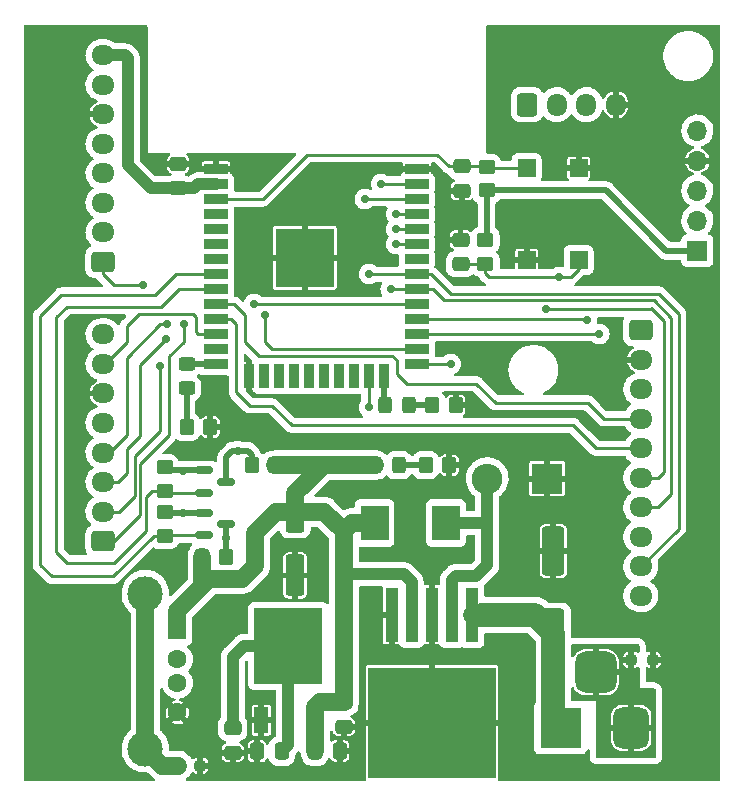
<source format=gtl>
G04 #@! TF.GenerationSoftware,KiCad,Pcbnew,(6.0.1)*
G04 #@! TF.CreationDate,2022-05-20T19:42:18-05:00*
G04 #@! TF.ProjectId,esp32_2,65737033-325f-4322-9e6b-696361645f70,rev?*
G04 #@! TF.SameCoordinates,Original*
G04 #@! TF.FileFunction,Copper,L1,Top*
G04 #@! TF.FilePolarity,Positive*
%FSLAX46Y46*%
G04 Gerber Fmt 4.6, Leading zero omitted, Abs format (unit mm)*
G04 Created by KiCad (PCBNEW (6.0.1)) date 2022-05-20 19:42:18*
%MOMM*%
%LPD*%
G01*
G04 APERTURE LIST*
G04 Aperture macros list*
%AMRoundRect*
0 Rectangle with rounded corners*
0 $1 Rounding radius*
0 $2 $3 $4 $5 $6 $7 $8 $9 X,Y pos of 4 corners*
0 Add a 4 corners polygon primitive as box body*
4,1,4,$2,$3,$4,$5,$6,$7,$8,$9,$2,$3,0*
0 Add four circle primitives for the rounded corners*
1,1,$1+$1,$2,$3*
1,1,$1+$1,$4,$5*
1,1,$1+$1,$6,$7*
1,1,$1+$1,$8,$9*
0 Add four rect primitives between the rounded corners*
20,1,$1+$1,$2,$3,$4,$5,0*
20,1,$1+$1,$4,$5,$6,$7,0*
20,1,$1+$1,$6,$7,$8,$9,0*
20,1,$1+$1,$8,$9,$2,$3,0*%
G04 Aperture macros list end*
G04 #@! TA.AperFunction,SMDPad,CuDef*
%ADD10RoundRect,0.237500X0.250000X0.237500X-0.250000X0.237500X-0.250000X-0.237500X0.250000X-0.237500X0*%
G04 #@! TD*
G04 #@! TA.AperFunction,SMDPad,CuDef*
%ADD11R,2.350000X3.000000*%
G04 #@! TD*
G04 #@! TA.AperFunction,ComponentPad*
%ADD12R,3.500000X3.500000*%
G04 #@! TD*
G04 #@! TA.AperFunction,ComponentPad*
%ADD13RoundRect,0.750000X0.750000X1.000000X-0.750000X1.000000X-0.750000X-1.000000X0.750000X-1.000000X0*%
G04 #@! TD*
G04 #@! TA.AperFunction,ComponentPad*
%ADD14RoundRect,0.875000X0.875000X0.875000X-0.875000X0.875000X-0.875000X-0.875000X0.875000X-0.875000X0*%
G04 #@! TD*
G04 #@! TA.AperFunction,SMDPad,CuDef*
%ADD15RoundRect,0.250000X0.450000X-0.350000X0.450000X0.350000X-0.450000X0.350000X-0.450000X-0.350000X0*%
G04 #@! TD*
G04 #@! TA.AperFunction,ComponentPad*
%ADD16RoundRect,0.250000X0.725000X-0.600000X0.725000X0.600000X-0.725000X0.600000X-0.725000X-0.600000X0*%
G04 #@! TD*
G04 #@! TA.AperFunction,ComponentPad*
%ADD17O,1.950000X1.700000*%
G04 #@! TD*
G04 #@! TA.AperFunction,SMDPad,CuDef*
%ADD18RoundRect,0.250000X-0.350000X-0.450000X0.350000X-0.450000X0.350000X0.450000X-0.350000X0.450000X0*%
G04 #@! TD*
G04 #@! TA.AperFunction,SMDPad,CuDef*
%ADD19R,1.500000X1.500000*%
G04 #@! TD*
G04 #@! TA.AperFunction,SMDPad,CuDef*
%ADD20RoundRect,0.250000X0.325000X0.450000X-0.325000X0.450000X-0.325000X-0.450000X0.325000X-0.450000X0*%
G04 #@! TD*
G04 #@! TA.AperFunction,SMDPad,CuDef*
%ADD21RoundRect,0.250000X-0.450000X0.350000X-0.450000X-0.350000X0.450000X-0.350000X0.450000X0.350000X0*%
G04 #@! TD*
G04 #@! TA.AperFunction,SMDPad,CuDef*
%ADD22RoundRect,0.250000X-0.475000X0.337500X-0.475000X-0.337500X0.475000X-0.337500X0.475000X0.337500X0*%
G04 #@! TD*
G04 #@! TA.AperFunction,SMDPad,CuDef*
%ADD23RoundRect,0.250000X-0.550000X1.500000X-0.550000X-1.500000X0.550000X-1.500000X0.550000X1.500000X0*%
G04 #@! TD*
G04 #@! TA.AperFunction,SMDPad,CuDef*
%ADD24RoundRect,0.150000X-0.587500X-0.150000X0.587500X-0.150000X0.587500X0.150000X-0.587500X0.150000X0*%
G04 #@! TD*
G04 #@! TA.AperFunction,SMDPad,CuDef*
%ADD25RoundRect,0.250000X0.337500X0.475000X-0.337500X0.475000X-0.337500X-0.475000X0.337500X-0.475000X0*%
G04 #@! TD*
G04 #@! TA.AperFunction,SMDPad,CuDef*
%ADD26RoundRect,0.250000X0.450000X-0.325000X0.450000X0.325000X-0.450000X0.325000X-0.450000X-0.325000X0*%
G04 #@! TD*
G04 #@! TA.AperFunction,SMDPad,CuDef*
%ADD27RoundRect,0.237500X-0.250000X-0.237500X0.250000X-0.237500X0.250000X0.237500X-0.250000X0.237500X0*%
G04 #@! TD*
G04 #@! TA.AperFunction,SMDPad,CuDef*
%ADD28RoundRect,0.250000X0.475000X-0.337500X0.475000X0.337500X-0.475000X0.337500X-0.475000X-0.337500X0*%
G04 #@! TD*
G04 #@! TA.AperFunction,SMDPad,CuDef*
%ADD29RoundRect,0.250000X0.700000X-1.825000X0.700000X1.825000X-0.700000X1.825000X-0.700000X-1.825000X0*%
G04 #@! TD*
G04 #@! TA.AperFunction,SMDPad,CuDef*
%ADD30R,1.200000X2.200000*%
G04 #@! TD*
G04 #@! TA.AperFunction,SMDPad,CuDef*
%ADD31R,5.800000X6.400000*%
G04 #@! TD*
G04 #@! TA.AperFunction,ComponentPad*
%ADD32R,2.600000X2.600000*%
G04 #@! TD*
G04 #@! TA.AperFunction,ComponentPad*
%ADD33O,2.600000X2.600000*%
G04 #@! TD*
G04 #@! TA.AperFunction,SMDPad,CuDef*
%ADD34R,2.000000X0.900000*%
G04 #@! TD*
G04 #@! TA.AperFunction,SMDPad,CuDef*
%ADD35R,0.900000X2.000000*%
G04 #@! TD*
G04 #@! TA.AperFunction,SMDPad,CuDef*
%ADD36R,5.000000X5.000000*%
G04 #@! TD*
G04 #@! TA.AperFunction,ComponentPad*
%ADD37RoundRect,0.250000X-0.725000X0.600000X-0.725000X-0.600000X0.725000X-0.600000X0.725000X0.600000X0*%
G04 #@! TD*
G04 #@! TA.AperFunction,SMDPad,CuDef*
%ADD38RoundRect,0.250000X-0.337500X-0.475000X0.337500X-0.475000X0.337500X0.475000X-0.337500X0.475000X0*%
G04 #@! TD*
G04 #@! TA.AperFunction,ComponentPad*
%ADD39R,1.500000X1.600000*%
G04 #@! TD*
G04 #@! TA.AperFunction,ComponentPad*
%ADD40C,1.600000*%
G04 #@! TD*
G04 #@! TA.AperFunction,ComponentPad*
%ADD41C,3.000000*%
G04 #@! TD*
G04 #@! TA.AperFunction,SMDPad,CuDef*
%ADD42R,1.100000X4.600000*%
G04 #@! TD*
G04 #@! TA.AperFunction,SMDPad,CuDef*
%ADD43R,10.800000X9.400000*%
G04 #@! TD*
G04 #@! TA.AperFunction,ComponentPad*
%ADD44RoundRect,0.250000X-0.600000X-0.725000X0.600000X-0.725000X0.600000X0.725000X-0.600000X0.725000X0*%
G04 #@! TD*
G04 #@! TA.AperFunction,ComponentPad*
%ADD45O,1.700000X1.950000*%
G04 #@! TD*
G04 #@! TA.AperFunction,SMDPad,CuDef*
%ADD46RoundRect,0.250000X0.350000X0.450000X-0.350000X0.450000X-0.350000X-0.450000X0.350000X-0.450000X0*%
G04 #@! TD*
G04 #@! TA.AperFunction,ComponentPad*
%ADD47R,1.700000X1.700000*%
G04 #@! TD*
G04 #@! TA.AperFunction,ComponentPad*
%ADD48O,1.700000X1.700000*%
G04 #@! TD*
G04 #@! TA.AperFunction,ViaPad*
%ADD49C,1.000000*%
G04 #@! TD*
G04 #@! TA.AperFunction,ViaPad*
%ADD50C,0.700000*%
G04 #@! TD*
G04 #@! TA.AperFunction,Conductor*
%ADD51C,1.000000*%
G04 #@! TD*
G04 #@! TA.AperFunction,Conductor*
%ADD52C,0.500000*%
G04 #@! TD*
G04 #@! TA.AperFunction,Conductor*
%ADD53C,0.250000*%
G04 #@! TD*
G04 #@! TA.AperFunction,Conductor*
%ADD54C,1.500000*%
G04 #@! TD*
G04 #@! TA.AperFunction,Conductor*
%ADD55C,2.000000*%
G04 #@! TD*
G04 APERTURE END LIST*
D10*
X179476400Y-81635600D03*
X177651400Y-81635600D03*
D11*
X161983200Y-70053200D03*
X155923200Y-70053200D03*
D12*
X171663900Y-87393100D03*
D13*
X177663900Y-87393100D03*
D14*
X174663900Y-82693100D03*
D15*
X165400000Y-41900000D03*
X165400000Y-39900000D03*
D16*
X132928600Y-47955200D03*
D17*
X132928600Y-45455200D03*
X132928600Y-42955200D03*
X132928600Y-40455200D03*
X132928600Y-37955200D03*
X132928600Y-35455200D03*
X132928600Y-32955200D03*
X132928600Y-30455200D03*
D18*
X160800000Y-60100000D03*
X162800000Y-60100000D03*
D19*
X168800000Y-47800000D03*
X168800000Y-40000000D03*
D20*
X158825000Y-60100000D03*
X156775000Y-60100000D03*
D21*
X165300000Y-46100000D03*
X165300000Y-48100000D03*
D22*
X153314400Y-85220900D03*
X153314400Y-87295900D03*
D23*
X149200000Y-69100000D03*
X149200000Y-74500000D03*
D16*
X132928600Y-71589600D03*
D17*
X132928600Y-69089600D03*
X132928600Y-66589600D03*
X132928600Y-64089600D03*
X132928600Y-61589600D03*
X132928600Y-59089600D03*
X132928600Y-56589600D03*
X132928600Y-54089600D03*
D24*
X141505700Y-69204800D03*
X141505700Y-71104800D03*
X143380700Y-70154800D03*
X141505700Y-65604800D03*
X141505700Y-67504800D03*
X143380700Y-66554800D03*
D25*
X148051900Y-89383400D03*
X145976900Y-89383400D03*
D18*
X141343200Y-72954800D03*
X143343200Y-72954800D03*
D20*
X157978200Y-65153200D03*
X155928200Y-65153200D03*
D22*
X143914400Y-87420900D03*
X143914400Y-89495900D03*
D26*
X140000000Y-58625000D03*
X140000000Y-56575000D03*
D27*
X139315100Y-90600000D03*
X141140100Y-90600000D03*
D28*
X139293600Y-41728300D03*
X139293600Y-39653300D03*
D22*
X163200000Y-46062500D03*
X163200000Y-48137500D03*
D29*
X171063900Y-79375000D03*
X171063900Y-72425000D03*
D18*
X160253200Y-65153200D03*
X162253200Y-65153200D03*
D30*
X146334400Y-86758400D03*
D31*
X148614400Y-80458400D03*
D30*
X150894400Y-86758400D03*
D21*
X138143200Y-69154800D03*
X138143200Y-71154800D03*
X138143200Y-65354800D03*
X138143200Y-67354800D03*
D32*
X170535600Y-66294000D03*
D33*
X165455600Y-66294000D03*
D34*
X142500000Y-40095000D03*
X142500000Y-41365000D03*
X142500000Y-42635000D03*
X142500000Y-43905000D03*
X142500000Y-45175000D03*
X142500000Y-46445000D03*
X142500000Y-47715000D03*
X142500000Y-48985000D03*
X142500000Y-50255000D03*
X142500000Y-51525000D03*
X142500000Y-52795000D03*
X142500000Y-54065000D03*
X142500000Y-55335000D03*
X142500000Y-56605000D03*
D35*
X145285000Y-57605000D03*
X146555000Y-57605000D03*
X147825000Y-57605000D03*
X149095000Y-57605000D03*
X150365000Y-57605000D03*
X151635000Y-57605000D03*
X152905000Y-57605000D03*
X154175000Y-57605000D03*
X155445000Y-57605000D03*
X156715000Y-57605000D03*
D34*
X159500000Y-56605000D03*
X159500000Y-55335000D03*
X159500000Y-54065000D03*
X159500000Y-52795000D03*
X159500000Y-51525000D03*
X159500000Y-50255000D03*
X159500000Y-48985000D03*
X159500000Y-47715000D03*
X159500000Y-46445000D03*
X159500000Y-45175000D03*
X159500000Y-43905000D03*
X159500000Y-42635000D03*
X159500000Y-41365000D03*
X159500000Y-40095000D03*
D36*
X150000000Y-47595000D03*
D37*
X178461000Y-53723200D03*
D17*
X178461000Y-56223200D03*
X178461000Y-58723200D03*
X178461000Y-61223200D03*
X178461000Y-63723200D03*
X178461000Y-66223200D03*
X178461000Y-68723200D03*
X178461000Y-71223200D03*
X178461000Y-73723200D03*
X178461000Y-76223200D03*
D38*
X150905300Y-89357200D03*
X152980300Y-89357200D03*
D39*
X139230900Y-79100000D03*
D40*
X139230900Y-81600000D03*
X139230900Y-83600000D03*
X139230900Y-86100000D03*
D41*
X136520900Y-89170000D03*
X136520900Y-76030000D03*
D42*
X164163900Y-77825000D03*
X162463900Y-77825000D03*
X160763900Y-77825000D03*
D43*
X160763900Y-86975000D03*
D42*
X159063900Y-77825000D03*
X157363900Y-77825000D03*
D44*
X168850000Y-34632500D03*
D45*
X171350000Y-34632500D03*
X173850000Y-34632500D03*
X176350000Y-34632500D03*
D46*
X147507200Y-65176400D03*
X145507200Y-65176400D03*
D47*
X183253700Y-46990000D03*
D48*
X183253700Y-44450000D03*
X183253700Y-41910000D03*
X183253700Y-39370000D03*
X183253700Y-36830000D03*
D19*
X173200000Y-40000000D03*
X173200000Y-47800000D03*
D28*
X163300000Y-41937500D03*
X163300000Y-39862500D03*
D18*
X140020800Y-61925200D03*
X142020800Y-61925200D03*
D49*
X146871600Y-80458400D03*
D50*
X139735600Y-69204800D03*
D49*
X148614400Y-80458400D03*
X148614400Y-82220800D03*
X150469600Y-80213200D03*
X146862800Y-82194400D03*
X150469600Y-82194400D03*
D50*
X139735600Y-65648800D03*
D49*
X146812000Y-78333600D03*
X150469600Y-78333600D03*
X148640800Y-78333600D03*
D50*
X150012400Y-60147200D03*
D49*
X157073600Y-83667600D03*
D50*
X151587200Y-45872400D03*
D49*
X131318000Y-80568800D03*
X159156400Y-86410800D03*
X128270000Y-82397600D03*
X131368800Y-82194400D03*
X129692400Y-80619600D03*
X164287200Y-86055200D03*
X161747200Y-86156800D03*
X128270000Y-80619600D03*
D50*
X150012400Y-45872400D03*
D49*
X161696400Y-88950800D03*
X164134800Y-83616800D03*
D50*
X150012400Y-47498000D03*
X175818800Y-62534800D03*
D49*
X157073600Y-88950800D03*
D50*
X151841200Y-60147200D03*
X151638000Y-47396400D03*
X151638000Y-48971200D03*
X148386800Y-48971200D03*
D49*
X129692400Y-84023200D03*
X131318000Y-84023200D03*
X164084000Y-88950800D03*
D50*
X152755600Y-60147200D03*
X148386800Y-45872400D03*
D49*
X159156400Y-83667600D03*
X129794000Y-82346800D03*
D50*
X150926800Y-60147200D03*
X150012400Y-48971200D03*
D49*
X128270000Y-84023200D03*
X157073600Y-86512400D03*
X159156400Y-89052400D03*
D50*
X148386800Y-47498000D03*
D49*
X161696400Y-83616800D03*
D50*
X171551600Y-49225200D03*
X162407600Y-56591200D03*
X144322800Y-63957200D03*
X143380700Y-71350900D03*
X174955200Y-54051200D03*
X155448000Y-60248800D03*
X146608800Y-52425600D03*
X157734000Y-45161200D03*
X173888400Y-52882800D03*
X136296400Y-49936400D03*
X145694400Y-51511200D03*
X137769600Y-56743600D03*
X157276800Y-50241200D03*
X138379200Y-53238400D03*
X155448000Y-48971200D03*
X157734000Y-46431200D03*
X157734000Y-43891200D03*
X139750800Y-53238400D03*
X155092400Y-42621200D03*
X170434000Y-51968400D03*
X138277600Y-54457600D03*
X156464000Y-41351200D03*
D51*
X135026400Y-39776400D02*
X135026400Y-30683200D01*
X135026400Y-30683200D02*
X134798400Y-30455200D01*
X143914400Y-87420900D02*
X143914400Y-81383600D01*
X142500000Y-41365000D02*
X141007000Y-41365000D01*
D52*
X180594000Y-46990000D02*
X183253700Y-46990000D01*
X165400000Y-41900000D02*
X175504000Y-41900000D01*
D51*
X139293600Y-41728300D02*
X139213276Y-41728300D01*
D52*
X138393200Y-65604800D02*
X138143200Y-65354800D01*
D51*
X140643700Y-41728300D02*
X139293600Y-41728300D01*
X139213276Y-41728300D02*
X139191776Y-41706800D01*
X141007000Y-41365000D02*
X140643700Y-41728300D01*
D52*
X138193200Y-69204800D02*
X138143200Y-69154800D01*
D51*
X136956800Y-41706800D02*
X135026400Y-39776400D01*
D52*
X141505700Y-65604800D02*
X139779600Y-65604800D01*
D51*
X148614400Y-82220800D02*
X148614400Y-88820900D01*
X146871600Y-80458400D02*
X148614400Y-80458400D01*
D52*
X165400000Y-41900000D02*
X165400000Y-46000000D01*
D51*
X139191776Y-41706800D02*
X136956800Y-41706800D01*
D52*
X139779600Y-65604800D02*
X138393200Y-65604800D01*
D51*
X134798400Y-30455200D02*
X132928600Y-30455200D01*
D52*
X141505700Y-69204800D02*
X139735600Y-69204800D01*
D51*
X144839600Y-80458400D02*
X146871600Y-80458400D01*
X143914400Y-81383600D02*
X144839600Y-80458400D01*
X148614400Y-80458400D02*
X148614400Y-82220800D01*
X148614400Y-88820900D02*
X148051900Y-89383400D01*
D52*
X165400000Y-46000000D02*
X165300000Y-46100000D01*
X139735600Y-69204800D02*
X138193200Y-69204800D01*
X175504000Y-41900000D02*
X180594000Y-46990000D01*
D53*
X165400000Y-39900000D02*
X165500000Y-40000000D01*
X163300000Y-39862500D02*
X162239700Y-39862500D01*
X165362500Y-39862500D02*
X165400000Y-39900000D01*
X150215600Y-38862000D02*
X146442600Y-42635000D01*
X165500000Y-40000000D02*
X168800000Y-40000000D01*
X162239700Y-39862500D02*
X161239200Y-38862000D01*
X163300000Y-39862500D02*
X165362500Y-39862500D01*
X146442600Y-42635000D02*
X142500000Y-42635000D01*
X161239200Y-38862000D02*
X150215600Y-38862000D01*
D52*
X140000000Y-58625000D02*
X140000000Y-61904400D01*
X140000000Y-61904400D02*
X140020800Y-61925200D01*
D54*
X149200000Y-67512800D02*
X150926800Y-65786000D01*
X150926800Y-65786000D02*
X151559600Y-65153200D01*
X153314400Y-70764400D02*
X154025600Y-70053200D01*
X145796000Y-70866000D02*
X145796000Y-73710800D01*
X150894400Y-89346300D02*
X150905300Y-89357200D01*
X149200000Y-69100000D02*
X147562000Y-69100000D01*
X151536400Y-65176400D02*
X147507200Y-65176400D01*
X149200000Y-69100000D02*
X151650000Y-69100000D01*
D51*
X159063900Y-77825000D02*
X159063900Y-75040700D01*
D54*
X149200000Y-69100000D02*
X149200000Y-67512800D01*
X151303900Y-85220900D02*
X150894400Y-85630400D01*
X147562000Y-69100000D02*
X145796000Y-70866000D01*
X150894400Y-85630400D02*
X150894400Y-86758400D01*
D51*
X158394400Y-74371200D02*
X153314400Y-74371200D01*
D54*
X151650000Y-69100000D02*
X153314400Y-70764400D01*
X145796000Y-73710800D02*
X144729200Y-74777600D01*
X144729200Y-74777600D02*
X141935200Y-74777600D01*
X153314400Y-74371200D02*
X153314400Y-70764400D01*
X140817600Y-75895200D02*
X139230900Y-77481900D01*
X153314400Y-85220900D02*
X151303900Y-85220900D01*
D51*
X159063900Y-75040700D02*
X158394400Y-74371200D01*
D54*
X154025600Y-70053200D02*
X155923200Y-70053200D01*
X151559600Y-65153200D02*
X151536400Y-65176400D01*
X141343200Y-75369600D02*
X140817600Y-75895200D01*
X150894400Y-86758400D02*
X150894400Y-89346300D01*
X141343200Y-72954800D02*
X141343200Y-75369600D01*
X153314400Y-85220900D02*
X153314400Y-74371200D01*
X141935200Y-74777600D02*
X141343200Y-75369600D01*
X151559600Y-65153200D02*
X155928200Y-65153200D01*
X139230900Y-77481900D02*
X139230900Y-79100000D01*
D53*
X159500000Y-56605000D02*
X162393800Y-56605000D01*
X165300000Y-48100000D02*
X165300000Y-48917200D01*
X163237500Y-48100000D02*
X163200000Y-48137500D01*
X162393800Y-56605000D02*
X162407600Y-56591200D01*
X165300000Y-48917200D02*
X165608000Y-49225200D01*
X165608000Y-49225200D02*
X171551600Y-49225200D01*
X172567600Y-49225200D02*
X173200000Y-48592800D01*
X165300000Y-48100000D02*
X163237500Y-48100000D01*
X173200000Y-48592800D02*
X173200000Y-47800000D01*
X171551600Y-49225200D02*
X172567600Y-49225200D01*
D54*
X164896200Y-77825000D02*
X164896800Y-77825600D01*
D55*
X171063900Y-87057500D02*
X171663900Y-87657500D01*
D54*
X164163900Y-77825000D02*
X164896200Y-77825000D01*
D55*
X171063900Y-79375000D02*
X171063900Y-87057500D01*
X171063900Y-79375000D02*
X169514500Y-77825600D01*
X169514500Y-77825600D02*
X164896800Y-77825600D01*
D52*
X145186400Y-63957200D02*
X144322800Y-63957200D01*
X145507200Y-64278000D02*
X145186400Y-63957200D01*
X145507200Y-65176400D02*
X145507200Y-64278000D01*
X143865600Y-63957200D02*
X143380700Y-64442100D01*
X143380700Y-64442100D02*
X143380700Y-66554800D01*
X144322800Y-63957200D02*
X143865600Y-63957200D01*
X143380700Y-71350900D02*
X143380700Y-72917300D01*
X143380700Y-72917300D02*
X143343200Y-72954800D01*
X143380700Y-70154800D02*
X143380700Y-71350900D01*
D53*
X137871200Y-51765200D02*
X139381400Y-50255000D01*
X139381400Y-50255000D02*
X142500000Y-50255000D01*
X136542720Y-67876480D02*
X136542720Y-70721280D01*
X137064400Y-67354800D02*
X136542720Y-67876480D01*
X129844800Y-51765200D02*
X137871200Y-51765200D01*
X138293200Y-67504800D02*
X138143200Y-67354800D01*
X136542720Y-70721280D02*
X133858000Y-73406000D01*
X138143200Y-67354800D02*
X137064400Y-67354800D01*
X128981200Y-72491600D02*
X128981200Y-52628800D01*
X129895600Y-73406000D02*
X128981200Y-72491600D01*
X128981200Y-52628800D02*
X129844800Y-51765200D01*
X141505700Y-67504800D02*
X138293200Y-67504800D01*
X133858000Y-73406000D02*
X129895600Y-73406000D01*
X137226800Y-71154800D02*
X133807200Y-74574400D01*
X138193200Y-71104800D02*
X138143200Y-71154800D01*
X127609600Y-73609200D02*
X127609600Y-52527200D01*
X141505700Y-71104800D02*
X138193200Y-71104800D01*
X137363200Y-50749200D02*
X139127400Y-48985000D01*
X138143200Y-71154800D02*
X137226800Y-71154800D01*
X139127400Y-48985000D02*
X142500000Y-48985000D01*
X127609600Y-52527200D02*
X129387600Y-50749200D01*
X133807200Y-74574400D02*
X128574800Y-74574400D01*
X128574800Y-74574400D02*
X127609600Y-73609200D01*
X129387600Y-50749200D02*
X137363200Y-50749200D01*
D52*
X160253200Y-65153200D02*
X157978200Y-65153200D01*
X160800000Y-60100000D02*
X158825000Y-60100000D01*
D54*
X137950900Y-90600000D02*
X136520900Y-89170000D01*
X139315100Y-90600000D02*
X137950900Y-90600000D01*
X136520900Y-76030000D02*
X136520900Y-89170000D01*
D53*
X146100800Y-55880000D02*
X144932400Y-54711600D01*
X164541200Y-58267600D02*
X158648400Y-58267600D01*
X173990000Y-59893200D02*
X166166800Y-59893200D01*
X157784800Y-56286400D02*
X157378400Y-55880000D01*
X144932400Y-54711600D02*
X144932400Y-52425600D01*
X175320000Y-61223200D02*
X173990000Y-59893200D01*
X178461000Y-61223200D02*
X175320000Y-61223200D01*
X158648400Y-58267600D02*
X157784800Y-57404000D01*
X157378400Y-55880000D02*
X146100800Y-55880000D01*
X166166800Y-59893200D02*
X164541200Y-58267600D01*
X144932400Y-52425600D02*
X144031800Y-51525000D01*
X144031800Y-51525000D02*
X142500000Y-51525000D01*
X157784800Y-57404000D02*
X157784800Y-56286400D01*
X174670400Y-63723200D02*
X172720000Y-61772800D01*
X172720000Y-61772800D02*
X148894800Y-61772800D01*
X145389600Y-60147200D02*
X144221200Y-58978800D01*
X144221200Y-53238400D02*
X143777800Y-52795000D01*
X143777800Y-52795000D02*
X142500000Y-52795000D01*
X144221200Y-58978800D02*
X144221200Y-53238400D01*
X148894800Y-61772800D02*
X147269200Y-60147200D01*
X178461000Y-63723200D02*
X174670400Y-63723200D01*
X147269200Y-60147200D02*
X145389600Y-60147200D01*
X159513800Y-54051200D02*
X159500000Y-54065000D01*
X174955200Y-54051200D02*
X159513800Y-54051200D01*
X134975600Y-54711600D02*
X133097600Y-56589600D01*
X133097600Y-56589600D02*
X132928600Y-56589600D01*
X135991600Y-52374800D02*
X134975600Y-53390800D01*
X134975600Y-53390800D02*
X134975600Y-54711600D01*
X140933000Y-54065000D02*
X140766800Y-53898800D01*
X140512800Y-52374800D02*
X135991600Y-52374800D01*
X140766800Y-53898800D02*
X140766800Y-52628800D01*
X142500000Y-54065000D02*
X140933000Y-54065000D01*
X140766800Y-52628800D02*
X140512800Y-52374800D01*
D52*
X142500000Y-56605000D02*
X140030000Y-56605000D01*
X140030000Y-56605000D02*
X140000000Y-56575000D01*
D53*
X155445000Y-57605000D02*
X155445000Y-60245800D01*
X155445000Y-60245800D02*
X155448000Y-60248800D01*
D52*
X156715000Y-60040000D02*
X156775000Y-60100000D01*
X156715000Y-57605000D02*
X156715000Y-60040000D01*
D53*
X146608800Y-54711600D02*
X147232200Y-55335000D01*
X147232200Y-55335000D02*
X159500000Y-55335000D01*
X146608800Y-54711600D02*
X146608800Y-52425600D01*
X157734000Y-45161200D02*
X159486200Y-45161200D01*
X159486200Y-45161200D02*
X159500000Y-45175000D01*
X159500000Y-52795000D02*
X173800600Y-52795000D01*
X173800600Y-52795000D02*
X173888400Y-52882800D01*
X133858000Y-49936400D02*
X136296400Y-49936400D01*
X132928600Y-47955200D02*
X132928600Y-49007000D01*
X132928600Y-49007000D02*
X133858000Y-49936400D01*
X159500000Y-51525000D02*
X145708200Y-51525000D01*
X145708200Y-51525000D02*
X145694400Y-51511200D01*
X135636000Y-67767200D02*
X135636000Y-64363600D01*
X181051200Y-52679600D02*
X181051200Y-67564000D01*
X135636000Y-64363600D02*
X137769600Y-62230000D01*
X181051200Y-67564000D02*
X179892000Y-68723200D01*
X132928600Y-69089600D02*
X134313600Y-69089600D01*
X159500000Y-50255000D02*
X160846600Y-50255000D01*
X157276800Y-50241200D02*
X159486200Y-50241200D01*
X134313600Y-69089600D02*
X135636000Y-67767200D01*
X179892000Y-68723200D02*
X178461000Y-68723200D01*
X161798000Y-51206400D02*
X179578000Y-51206400D01*
X179578000Y-51206400D02*
X181051200Y-52679600D01*
X137769600Y-62230000D02*
X137769600Y-56743600D01*
X160846600Y-50255000D02*
X161798000Y-51206400D01*
X159486200Y-50241200D02*
X159500000Y-50255000D01*
X179984400Y-50647600D02*
X181660800Y-52324000D01*
X132928600Y-64089600D02*
X133471600Y-64089600D01*
X132928600Y-64089600D02*
X133725600Y-64089600D01*
X159500000Y-48985000D02*
X160694200Y-48985000D01*
X160694200Y-48985000D02*
X162356800Y-50647600D01*
X181660800Y-70523400D02*
X178461000Y-73723200D01*
X134924800Y-62636400D02*
X134924800Y-56083200D01*
X155461800Y-48985000D02*
X159500000Y-48985000D01*
X137769600Y-53238400D02*
X138379200Y-53238400D01*
X181660800Y-52324000D02*
X181660800Y-70523400D01*
X155448000Y-48971200D02*
X155461800Y-48985000D01*
X162356800Y-50647600D02*
X179984400Y-50647600D01*
X133471600Y-64089600D02*
X134924800Y-62636400D01*
X134924800Y-56083200D02*
X137769600Y-53238400D01*
X157734000Y-46431200D02*
X159486200Y-46431200D01*
X159486200Y-46431200D02*
X159500000Y-46445000D01*
X157734000Y-43891200D02*
X159486200Y-43891200D01*
X159486200Y-43891200D02*
X159500000Y-43905000D01*
X138531600Y-55930800D02*
X139750800Y-54711600D01*
X139750800Y-54711600D02*
X139750800Y-53238400D01*
X133896400Y-71589600D02*
X136093200Y-69392800D01*
X132928600Y-71589600D02*
X133896400Y-71589600D01*
X159486200Y-42621200D02*
X159500000Y-42635000D01*
X136093200Y-65024000D02*
X138531600Y-62585600D01*
X136093200Y-69392800D02*
X136093200Y-65024000D01*
X155092400Y-42621200D02*
X159486200Y-42621200D01*
X138531600Y-62585600D02*
X138531600Y-55930800D01*
X178461000Y-66223200D02*
X179953600Y-66223200D01*
X134924800Y-65836800D02*
X134924800Y-63804800D01*
X180441600Y-65735200D02*
X180441600Y-52933600D01*
X134924800Y-63804800D02*
X136042400Y-62687200D01*
X138277600Y-54457600D02*
X136042400Y-56692800D01*
X136042400Y-56692800D02*
X136042400Y-57200800D01*
X159486200Y-41351200D02*
X159500000Y-41365000D01*
X156464000Y-41351200D02*
X159486200Y-41351200D01*
X136042400Y-62687200D02*
X136042400Y-57200800D01*
X179953600Y-66223200D02*
X180441600Y-65735200D01*
X180441600Y-52933600D02*
X179324000Y-51816000D01*
X132928600Y-66589600D02*
X134172000Y-66589600D01*
X179324000Y-51968400D02*
X170434000Y-51968400D01*
X134172000Y-66589600D02*
X134924800Y-65836800D01*
D51*
X162814000Y-74523600D02*
X162463900Y-74873700D01*
X164541200Y-74523600D02*
X162814000Y-74523600D01*
X162463900Y-74873700D02*
X162463900Y-77825000D01*
X165455600Y-73609200D02*
X164541200Y-74523600D01*
X161983200Y-70053200D02*
X165354000Y-70053200D01*
X165354000Y-70053200D02*
X165455600Y-69951600D01*
X165455600Y-66294000D02*
X165455600Y-69951600D01*
X165455600Y-69951600D02*
X165455600Y-73609200D01*
G04 #@! TA.AperFunction,Conductor*
G36*
X136644921Y-27928002D02*
G01*
X136691414Y-27981658D01*
X136702800Y-28034000D01*
X136702800Y-38709600D01*
X138499196Y-38709600D01*
X138567317Y-38729602D01*
X138613810Y-38783258D01*
X138623914Y-38853532D01*
X138594420Y-38918112D01*
X138574056Y-38936951D01*
X138504379Y-38988416D01*
X138491216Y-39001579D01*
X138422006Y-39095280D01*
X138413294Y-39111736D01*
X138374123Y-39223279D01*
X138370855Y-39238173D01*
X138368879Y-39259081D01*
X138368600Y-39264992D01*
X138368600Y-39385185D01*
X138373075Y-39400424D01*
X138374465Y-39401629D01*
X138382148Y-39403300D01*
X140200484Y-39403300D01*
X140215723Y-39398825D01*
X140216928Y-39397435D01*
X140218599Y-39389752D01*
X140218599Y-39264996D01*
X140218320Y-39259075D01*
X140216344Y-39238169D01*
X140213079Y-39223284D01*
X140173906Y-39111736D01*
X140165194Y-39095280D01*
X140095984Y-39001579D01*
X140082821Y-38988416D01*
X140013144Y-38936951D01*
X139970233Y-38880389D01*
X139964714Y-38809608D01*
X139998338Y-38747078D01*
X140060431Y-38712654D01*
X140088004Y-38709600D01*
X149167906Y-38709600D01*
X149236027Y-38729602D01*
X149282520Y-38783258D01*
X149292624Y-38853532D01*
X149263130Y-38918112D01*
X149257003Y-38924693D01*
X147731137Y-40450558D01*
X146217100Y-41964595D01*
X146154788Y-41998621D01*
X146128005Y-42001500D01*
X144133830Y-42001500D01*
X144065709Y-41981498D01*
X144019216Y-41927842D01*
X144008015Y-41868683D01*
X144008132Y-41866520D01*
X144008500Y-41863134D01*
X144008500Y-40866866D01*
X144001745Y-40804684D01*
X143950615Y-40668295D01*
X143863261Y-40551739D01*
X143849822Y-40541667D01*
X143750435Y-40467180D01*
X143707920Y-40410320D01*
X143700000Y-40366354D01*
X143700000Y-40363115D01*
X143695525Y-40347876D01*
X143694135Y-40346671D01*
X143686452Y-40345000D01*
X141318115Y-40345000D01*
X141296332Y-40351396D01*
X141260834Y-40356500D01*
X141068843Y-40356500D01*
X141055236Y-40355763D01*
X141023738Y-40352341D01*
X141023733Y-40352341D01*
X141017612Y-40351676D01*
X140991362Y-40353973D01*
X140967612Y-40356050D01*
X140962786Y-40356379D01*
X140960314Y-40356500D01*
X140957231Y-40356500D01*
X140945262Y-40357674D01*
X140914494Y-40360690D01*
X140913181Y-40360812D01*
X140868916Y-40364685D01*
X140820587Y-40368913D01*
X140815468Y-40370400D01*
X140810167Y-40370920D01*
X140721166Y-40397791D01*
X140720033Y-40398126D01*
X140636586Y-40422370D01*
X140636582Y-40422372D01*
X140630664Y-40424091D01*
X140625932Y-40426544D01*
X140620831Y-40428084D01*
X140615388Y-40430978D01*
X140538740Y-40471731D01*
X140537574Y-40472343D01*
X140495656Y-40494072D01*
X140455074Y-40515108D01*
X140450911Y-40518431D01*
X140446204Y-40520934D01*
X140441429Y-40524828D01*
X140441428Y-40524829D01*
X140374102Y-40579739D01*
X140373075Y-40580567D01*
X140336792Y-40609531D01*
X140336787Y-40609536D01*
X140334028Y-40611738D01*
X140331527Y-40614239D01*
X140330809Y-40614881D01*
X140326461Y-40618594D01*
X140292938Y-40645935D01*
X140289015Y-40650677D01*
X140289013Y-40650679D01*
X140269625Y-40674115D01*
X140210792Y-40713853D01*
X140172540Y-40719800D01*
X140161307Y-40719800D01*
X140105031Y-40703849D01*
X140104205Y-40705620D01*
X140097568Y-40702525D01*
X140091338Y-40698685D01*
X139937502Y-40647660D01*
X139879143Y-40607231D01*
X139851906Y-40541667D01*
X139864439Y-40471785D01*
X139912764Y-40419773D01*
X139935421Y-40409186D01*
X139972661Y-40396108D01*
X139989120Y-40387394D01*
X140082821Y-40318184D01*
X140095984Y-40305021D01*
X140165194Y-40211320D01*
X140173906Y-40194864D01*
X140213077Y-40083321D01*
X140216345Y-40068427D01*
X140218321Y-40047519D01*
X140218600Y-40041608D01*
X140218600Y-39921415D01*
X140214125Y-39906176D01*
X140212735Y-39904971D01*
X140205052Y-39903300D01*
X138386716Y-39903300D01*
X138371477Y-39907775D01*
X138370272Y-39909165D01*
X138368601Y-39916848D01*
X138368601Y-40041604D01*
X138368880Y-40047525D01*
X138370856Y-40068431D01*
X138374121Y-40083316D01*
X138413294Y-40194864D01*
X138422006Y-40211320D01*
X138491216Y-40305021D01*
X138504379Y-40318184D01*
X138598080Y-40387394D01*
X138614534Y-40396105D01*
X138651577Y-40409114D01*
X138709222Y-40450558D01*
X138735310Y-40516587D01*
X138721559Y-40586239D01*
X138672334Y-40637400D01*
X138649704Y-40647521D01*
X138516912Y-40691824D01*
X138477036Y-40698300D01*
X137426725Y-40698300D01*
X137358604Y-40678298D01*
X137337630Y-40661395D01*
X136503119Y-39826885D01*
X141300000Y-39826885D01*
X141304475Y-39842124D01*
X141305865Y-39843329D01*
X141313548Y-39845000D01*
X142231885Y-39845000D01*
X142247124Y-39840525D01*
X142248329Y-39839135D01*
X142250000Y-39831452D01*
X142250000Y-39826885D01*
X142750000Y-39826885D01*
X142754475Y-39842124D01*
X142755865Y-39843329D01*
X142763548Y-39845000D01*
X143681885Y-39845000D01*
X143697124Y-39840525D01*
X143698329Y-39839135D01*
X143700000Y-39831452D01*
X143700000Y-39631489D01*
X143698793Y-39619234D01*
X143690817Y-39579136D01*
X143681501Y-39556645D01*
X143651085Y-39511124D01*
X143633876Y-39493915D01*
X143588355Y-39463499D01*
X143565864Y-39454183D01*
X143525766Y-39446207D01*
X143513511Y-39445000D01*
X142768115Y-39445000D01*
X142752876Y-39449475D01*
X142751671Y-39450865D01*
X142750000Y-39458548D01*
X142750000Y-39826885D01*
X142250000Y-39826885D01*
X142250000Y-39463115D01*
X142245525Y-39447876D01*
X142244135Y-39446671D01*
X142236452Y-39445000D01*
X141486489Y-39445000D01*
X141474234Y-39446207D01*
X141434136Y-39454183D01*
X141411645Y-39463499D01*
X141366124Y-39493915D01*
X141348915Y-39511124D01*
X141318499Y-39556645D01*
X141309183Y-39579136D01*
X141301207Y-39619234D01*
X141300000Y-39631489D01*
X141300000Y-39826885D01*
X136503119Y-39826885D01*
X136071805Y-39395571D01*
X136037780Y-39333259D01*
X136034900Y-39306476D01*
X136034900Y-30745050D01*
X136035637Y-30731442D01*
X136039059Y-30699939D01*
X136039725Y-30693812D01*
X136035347Y-30643770D01*
X136035021Y-30638988D01*
X136034900Y-30636510D01*
X136034900Y-30633431D01*
X136034601Y-30630377D01*
X136034600Y-30630366D01*
X136030713Y-30590729D01*
X136030591Y-30589415D01*
X136023023Y-30502918D01*
X136022487Y-30496787D01*
X136021000Y-30491668D01*
X136020480Y-30486367D01*
X135993609Y-30397366D01*
X135993274Y-30396233D01*
X135969030Y-30312786D01*
X135969028Y-30312782D01*
X135967309Y-30306864D01*
X135964856Y-30302132D01*
X135963316Y-30297031D01*
X135919669Y-30214940D01*
X135919057Y-30213774D01*
X135879129Y-30136747D01*
X135876292Y-30131274D01*
X135872969Y-30127111D01*
X135870466Y-30122404D01*
X135811661Y-30050302D01*
X135810833Y-30049275D01*
X135781869Y-30012992D01*
X135781864Y-30012987D01*
X135779662Y-30010228D01*
X135777161Y-30007727D01*
X135776519Y-30007009D01*
X135772806Y-30002661D01*
X135765042Y-29993141D01*
X135745465Y-29969138D01*
X135740723Y-29965215D01*
X135740721Y-29965213D01*
X135710127Y-29939903D01*
X135701347Y-29931913D01*
X135555255Y-29785821D01*
X135546153Y-29775678D01*
X135526297Y-29750982D01*
X135522432Y-29746175D01*
X135483978Y-29713908D01*
X135480331Y-29710728D01*
X135478519Y-29709085D01*
X135476325Y-29706891D01*
X135443051Y-29679558D01*
X135442253Y-29678896D01*
X135370926Y-29619046D01*
X135366256Y-29616478D01*
X135362139Y-29613097D01*
X135304255Y-29582060D01*
X135280314Y-29569223D01*
X135279155Y-29568594D01*
X135203019Y-29526738D01*
X135203011Y-29526735D01*
X135197613Y-29523767D01*
X135192531Y-29522155D01*
X135187837Y-29519638D01*
X135098869Y-29492438D01*
X135097841Y-29492118D01*
X135009094Y-29463965D01*
X135003798Y-29463371D01*
X134998702Y-29461813D01*
X134906143Y-29452410D01*
X134905007Y-29452289D01*
X134871392Y-29448519D01*
X134858670Y-29447092D01*
X134858666Y-29447092D01*
X134855173Y-29446700D01*
X134851646Y-29446700D01*
X134850661Y-29446645D01*
X134844981Y-29446198D01*
X134815575Y-29443211D01*
X134808063Y-29442448D01*
X134808061Y-29442448D01*
X134801938Y-29441826D01*
X134759659Y-29445823D01*
X134756291Y-29446141D01*
X134744433Y-29446700D01*
X134011301Y-29446700D01*
X133943180Y-29426698D01*
X133931410Y-29418134D01*
X133829973Y-29334960D01*
X133829967Y-29334956D01*
X133825845Y-29331576D01*
X133821209Y-29328937D01*
X133821206Y-29328935D01*
X133630129Y-29220168D01*
X133625486Y-29217525D01*
X133408775Y-29138863D01*
X133403526Y-29137914D01*
X133403523Y-29137913D01*
X133185992Y-29098577D01*
X133185985Y-29098576D01*
X133181908Y-29097839D01*
X133164186Y-29097003D01*
X133159244Y-29096770D01*
X133159237Y-29096770D01*
X133157756Y-29096700D01*
X132745710Y-29096700D01*
X132678791Y-29102378D01*
X132579191Y-29110829D01*
X132579187Y-29110830D01*
X132573880Y-29111280D01*
X132568725Y-29112618D01*
X132568719Y-29112619D01*
X132355897Y-29167857D01*
X132355893Y-29167858D01*
X132350728Y-29169199D01*
X132345862Y-29171391D01*
X132345859Y-29171392D01*
X132237580Y-29220168D01*
X132140525Y-29263888D01*
X131949281Y-29392641D01*
X131945424Y-29396320D01*
X131945422Y-29396322D01*
X131913580Y-29426698D01*
X131782465Y-29551776D01*
X131644846Y-29736742D01*
X131642430Y-29741493D01*
X131642428Y-29741497D01*
X131605107Y-29814902D01*
X131540360Y-29942251D01*
X131538778Y-29947345D01*
X131538777Y-29947348D01*
X131492731Y-30095641D01*
X131471993Y-30162427D01*
X131471292Y-30167716D01*
X131452681Y-30308140D01*
X131441702Y-30390974D01*
X131450351Y-30621358D01*
X131451446Y-30626577D01*
X131459194Y-30663503D01*
X131497693Y-30846991D01*
X131499651Y-30851950D01*
X131499652Y-30851952D01*
X131537795Y-30948534D01*
X131582376Y-31061421D01*
X131701977Y-31258517D01*
X131853077Y-31432645D01*
X131857208Y-31436032D01*
X132027227Y-31575440D01*
X132027233Y-31575444D01*
X132031355Y-31578824D01*
X132062850Y-31596752D01*
X132112155Y-31647832D01*
X132126017Y-31717462D01*
X132100034Y-31783533D01*
X132070884Y-31810773D01*
X131949281Y-31892641D01*
X131782465Y-32051776D01*
X131644846Y-32236742D01*
X131540360Y-32442251D01*
X131538778Y-32447345D01*
X131538777Y-32447348D01*
X131501818Y-32566374D01*
X131471993Y-32662427D01*
X131441702Y-32890974D01*
X131450351Y-33121358D01*
X131451446Y-33126577D01*
X131457211Y-33154051D01*
X131497693Y-33346991D01*
X131499651Y-33351950D01*
X131499652Y-33351952D01*
X131570798Y-33532103D01*
X131582376Y-33561421D01*
X131585143Y-33565980D01*
X131585144Y-33565983D01*
X131625577Y-33632614D01*
X131701977Y-33758517D01*
X131705474Y-33762547D01*
X131787523Y-33857100D01*
X131853077Y-33932645D01*
X131857208Y-33936032D01*
X132027227Y-34075440D01*
X132027233Y-34075444D01*
X132031355Y-34078824D01*
X132035991Y-34081463D01*
X132035994Y-34081465D01*
X132088477Y-34111340D01*
X132231714Y-34192875D01*
X132387168Y-34249302D01*
X132444375Y-34291345D01*
X132469771Y-34357644D01*
X132455291Y-34427149D01*
X132405533Y-34477791D01*
X132401536Y-34479721D01*
X132401540Y-34479729D01*
X132225169Y-34573507D01*
X132214949Y-34580298D01*
X132064928Y-34702651D01*
X132056229Y-34711290D01*
X131932826Y-34860457D01*
X131925966Y-34870628D01*
X131833891Y-35040920D01*
X131829138Y-35052226D01*
X131787143Y-35187892D01*
X131786937Y-35201995D01*
X131793692Y-35205200D01*
X133052600Y-35205200D01*
X133120721Y-35225202D01*
X133167214Y-35278858D01*
X133178600Y-35331200D01*
X133178600Y-35579200D01*
X133158598Y-35647321D01*
X133104942Y-35693814D01*
X133052600Y-35705200D01*
X131800714Y-35705200D01*
X131787183Y-35709173D01*
X131786063Y-35716968D01*
X131823604Y-35844521D01*
X131828203Y-35855905D01*
X131917892Y-36027464D01*
X131924606Y-36037725D01*
X132045908Y-36188594D01*
X132054501Y-36197368D01*
X132202787Y-36321795D01*
X132212917Y-36328733D01*
X132382560Y-36421994D01*
X132391050Y-36425633D01*
X132445781Y-36470855D01*
X132467375Y-36538488D01*
X132448976Y-36607059D01*
X132396426Y-36654797D01*
X132373063Y-36663402D01*
X132350728Y-36669199D01*
X132345862Y-36671391D01*
X132345859Y-36671392D01*
X132237580Y-36720168D01*
X132140525Y-36763888D01*
X131949281Y-36892641D01*
X131782465Y-37051776D01*
X131644846Y-37236742D01*
X131642430Y-37241493D01*
X131642428Y-37241497D01*
X131594150Y-37336453D01*
X131540360Y-37442251D01*
X131538778Y-37447345D01*
X131538777Y-37447348D01*
X131512468Y-37532077D01*
X131471993Y-37662427D01*
X131471292Y-37667716D01*
X131453238Y-37803938D01*
X131441702Y-37890974D01*
X131450351Y-38121358D01*
X131497693Y-38346991D01*
X131499651Y-38351950D01*
X131499652Y-38351952D01*
X131555105Y-38492366D01*
X131582376Y-38561421D01*
X131701977Y-38758517D01*
X131705474Y-38762547D01*
X131847764Y-38926522D01*
X131853077Y-38932645D01*
X131875091Y-38950695D01*
X132027227Y-39075440D01*
X132027233Y-39075444D01*
X132031355Y-39078824D01*
X132062850Y-39096752D01*
X132112155Y-39147832D01*
X132126017Y-39217462D01*
X132100034Y-39283533D01*
X132070884Y-39310773D01*
X131949281Y-39392641D01*
X131945424Y-39396320D01*
X131945422Y-39396322D01*
X131880193Y-39458548D01*
X131782465Y-39551776D01*
X131779282Y-39556054D01*
X131732275Y-39619234D01*
X131644846Y-39736742D01*
X131642430Y-39741493D01*
X131642428Y-39741497D01*
X131599015Y-39826885D01*
X131540360Y-39942251D01*
X131538778Y-39947345D01*
X131538777Y-39947348D01*
X131507673Y-40047519D01*
X131471993Y-40162427D01*
X131471292Y-40167716D01*
X131443278Y-40379086D01*
X131441702Y-40390974D01*
X131441902Y-40396303D01*
X131441902Y-40396305D01*
X131444340Y-40461233D01*
X131450351Y-40621358D01*
X131451446Y-40626577D01*
X131459489Y-40664912D01*
X131497693Y-40846991D01*
X131499651Y-40851950D01*
X131499652Y-40851952D01*
X131574737Y-41042077D01*
X131582376Y-41061421D01*
X131585143Y-41065980D01*
X131585144Y-41065983D01*
X131629791Y-41139558D01*
X131701977Y-41258517D01*
X131705474Y-41262547D01*
X131834372Y-41411089D01*
X131853077Y-41432645D01*
X131867288Y-41444297D01*
X132027227Y-41575440D01*
X132027233Y-41575444D01*
X132031355Y-41578824D01*
X132062850Y-41596752D01*
X132112155Y-41647832D01*
X132126017Y-41717462D01*
X132100034Y-41783533D01*
X132070884Y-41810773D01*
X132066611Y-41813650D01*
X131949281Y-41892641D01*
X131945424Y-41896320D01*
X131945422Y-41896322D01*
X131923264Y-41917460D01*
X131782465Y-42051776D01*
X131644846Y-42236742D01*
X131642430Y-42241493D01*
X131642428Y-42241497D01*
X131606280Y-42312596D01*
X131540360Y-42442251D01*
X131538778Y-42447345D01*
X131538777Y-42447348D01*
X131500530Y-42570524D01*
X131471993Y-42662427D01*
X131471292Y-42667716D01*
X131442635Y-42883938D01*
X131441702Y-42890974D01*
X131441902Y-42896303D01*
X131441902Y-42896305D01*
X131444519Y-42966022D01*
X131450351Y-43121358D01*
X131451446Y-43126577D01*
X131467272Y-43202006D01*
X131497693Y-43346991D01*
X131499651Y-43351950D01*
X131499652Y-43351952D01*
X131550103Y-43479700D01*
X131582376Y-43561421D01*
X131585143Y-43565980D01*
X131585144Y-43565983D01*
X131603608Y-43596411D01*
X131701977Y-43758517D01*
X131705474Y-43762547D01*
X131822810Y-43897765D01*
X131853077Y-43932645D01*
X131857208Y-43936032D01*
X132027227Y-44075440D01*
X132027233Y-44075444D01*
X132031355Y-44078824D01*
X132062850Y-44096752D01*
X132112155Y-44147832D01*
X132126017Y-44217462D01*
X132100034Y-44283533D01*
X132070884Y-44310773D01*
X131949281Y-44392641D01*
X131945424Y-44396320D01*
X131945422Y-44396322D01*
X131901067Y-44438635D01*
X131782465Y-44551776D01*
X131644846Y-44736742D01*
X131642430Y-44741493D01*
X131642428Y-44741497D01*
X131610462Y-44804370D01*
X131540360Y-44942251D01*
X131538778Y-44947345D01*
X131538777Y-44947348D01*
X131500997Y-45069020D01*
X131471993Y-45162427D01*
X131471292Y-45167716D01*
X131449741Y-45330321D01*
X131441702Y-45390974D01*
X131441902Y-45396303D01*
X131441902Y-45396305D01*
X131443064Y-45427262D01*
X131450351Y-45621358D01*
X131497693Y-45846991D01*
X131499651Y-45851950D01*
X131499652Y-45851952D01*
X131530289Y-45929528D01*
X131582376Y-46061421D01*
X131585143Y-46065980D01*
X131585144Y-46065983D01*
X131617511Y-46119322D01*
X131701977Y-46258517D01*
X131705474Y-46262547D01*
X131828553Y-46404383D01*
X131853077Y-46432645D01*
X131888720Y-46461870D01*
X131928714Y-46520529D01*
X131930646Y-46591499D01*
X131893902Y-46652248D01*
X131875132Y-46666448D01*
X131776661Y-46727384D01*
X131729252Y-46756722D01*
X131604295Y-46881897D01*
X131600455Y-46888127D01*
X131600454Y-46888128D01*
X131521367Y-47016431D01*
X131511485Y-47032462D01*
X131489087Y-47099991D01*
X131474528Y-47143886D01*
X131455803Y-47200339D01*
X131455103Y-47207175D01*
X131455102Y-47207178D01*
X131452581Y-47231784D01*
X131445100Y-47304800D01*
X131445100Y-48605600D01*
X131445437Y-48608846D01*
X131445437Y-48608850D01*
X131455125Y-48702218D01*
X131456074Y-48711366D01*
X131458255Y-48717902D01*
X131458255Y-48717904D01*
X131498349Y-48838079D01*
X131512050Y-48879146D01*
X131605122Y-49029548D01*
X131610304Y-49034721D01*
X131635029Y-49059403D01*
X131730297Y-49154505D01*
X131736527Y-49158345D01*
X131736528Y-49158346D01*
X131844364Y-49224817D01*
X131880862Y-49247315D01*
X131920879Y-49260588D01*
X132042211Y-49300832D01*
X132042213Y-49300832D01*
X132048739Y-49302997D01*
X132055575Y-49303697D01*
X132055578Y-49303698D01*
X132098631Y-49308109D01*
X132153200Y-49313700D01*
X132302120Y-49313700D01*
X132370241Y-49333702D01*
X132410572Y-49375559D01*
X132424058Y-49398362D01*
X132438379Y-49412683D01*
X132451219Y-49427716D01*
X132463128Y-49444107D01*
X132469233Y-49449158D01*
X132469238Y-49449163D01*
X132497204Y-49472299D01*
X132505982Y-49480287D01*
X132926300Y-49900605D01*
X132960326Y-49962917D01*
X132955261Y-50033732D01*
X132912714Y-50090568D01*
X132846194Y-50115379D01*
X132837205Y-50115700D01*
X129466368Y-50115700D01*
X129455185Y-50115173D01*
X129447692Y-50113498D01*
X129439766Y-50113747D01*
X129439765Y-50113747D01*
X129379602Y-50115638D01*
X129375644Y-50115700D01*
X129347744Y-50115700D01*
X129343754Y-50116204D01*
X129331920Y-50117136D01*
X129287711Y-50118526D01*
X129280097Y-50120738D01*
X129280092Y-50120739D01*
X129268259Y-50124177D01*
X129248896Y-50128188D01*
X129228803Y-50130726D01*
X129221436Y-50133643D01*
X129221431Y-50133644D01*
X129187692Y-50147002D01*
X129176465Y-50150846D01*
X129134007Y-50163182D01*
X129127181Y-50167219D01*
X129116572Y-50173493D01*
X129098824Y-50182188D01*
X129079983Y-50189648D01*
X129073567Y-50194310D01*
X129073566Y-50194310D01*
X129044213Y-50215636D01*
X129034293Y-50222152D01*
X129003065Y-50240620D01*
X129003062Y-50240622D01*
X128996238Y-50244658D01*
X128981917Y-50258979D01*
X128966884Y-50271819D01*
X128950493Y-50283728D01*
X128941168Y-50295000D01*
X128922302Y-50317805D01*
X128914312Y-50326584D01*
X127217347Y-52023548D01*
X127209061Y-52031088D01*
X127202582Y-52035200D01*
X127197157Y-52040977D01*
X127155957Y-52084851D01*
X127153202Y-52087693D01*
X127133465Y-52107430D01*
X127130985Y-52110627D01*
X127123282Y-52119647D01*
X127093014Y-52151879D01*
X127089195Y-52158825D01*
X127089193Y-52158828D01*
X127083252Y-52169634D01*
X127072401Y-52186153D01*
X127059986Y-52202159D01*
X127056841Y-52209428D01*
X127056838Y-52209432D01*
X127042426Y-52242737D01*
X127037209Y-52253387D01*
X127015905Y-52292140D01*
X127013934Y-52299815D01*
X127013934Y-52299816D01*
X127010867Y-52311762D01*
X127004463Y-52330466D01*
X126996419Y-52349055D01*
X126995180Y-52356878D01*
X126995177Y-52356888D01*
X126989501Y-52392724D01*
X126987095Y-52404344D01*
X126978072Y-52439489D01*
X126976100Y-52447170D01*
X126976100Y-52467424D01*
X126974549Y-52487134D01*
X126971380Y-52507143D01*
X126972126Y-52515035D01*
X126975541Y-52551161D01*
X126976100Y-52563019D01*
X126976100Y-73530433D01*
X126975573Y-73541616D01*
X126973898Y-73549109D01*
X126974147Y-73557035D01*
X126974147Y-73557036D01*
X126976038Y-73617186D01*
X126976100Y-73621145D01*
X126976100Y-73649056D01*
X126976597Y-73652990D01*
X126976597Y-73652991D01*
X126976605Y-73653056D01*
X126977538Y-73664893D01*
X126978927Y-73709089D01*
X126984578Y-73728539D01*
X126988587Y-73747900D01*
X126991126Y-73767997D01*
X126994045Y-73775368D01*
X126994045Y-73775370D01*
X127007404Y-73809112D01*
X127011249Y-73820342D01*
X127023582Y-73862793D01*
X127027615Y-73869612D01*
X127027617Y-73869617D01*
X127033893Y-73880228D01*
X127042588Y-73897976D01*
X127050048Y-73916817D01*
X127054710Y-73923233D01*
X127054710Y-73923234D01*
X127076036Y-73952587D01*
X127082552Y-73962507D01*
X127100436Y-73992746D01*
X127105058Y-74000562D01*
X127119379Y-74014883D01*
X127132219Y-74029916D01*
X127144128Y-74046307D01*
X127150232Y-74051357D01*
X127150237Y-74051362D01*
X127178198Y-74074493D01*
X127186979Y-74082483D01*
X128071153Y-74966658D01*
X128078687Y-74974937D01*
X128082800Y-74981418D01*
X128108759Y-75005795D01*
X128132451Y-75028043D01*
X128135293Y-75030798D01*
X128155030Y-75050535D01*
X128158227Y-75053015D01*
X128167247Y-75060718D01*
X128199479Y-75090986D01*
X128206425Y-75094805D01*
X128206428Y-75094807D01*
X128217234Y-75100748D01*
X128233753Y-75111599D01*
X128249759Y-75124014D01*
X128257028Y-75127159D01*
X128257032Y-75127162D01*
X128290337Y-75141574D01*
X128300987Y-75146791D01*
X128339740Y-75168095D01*
X128347415Y-75170066D01*
X128347416Y-75170066D01*
X128359362Y-75173133D01*
X128378067Y-75179537D01*
X128396655Y-75187581D01*
X128404478Y-75188820D01*
X128404488Y-75188823D01*
X128440324Y-75194499D01*
X128451944Y-75196905D01*
X128483759Y-75205073D01*
X128494770Y-75207900D01*
X128515024Y-75207900D01*
X128534734Y-75209451D01*
X128554743Y-75212620D01*
X128562635Y-75211874D01*
X128581380Y-75210102D01*
X128598762Y-75208459D01*
X128610619Y-75207900D01*
X133728433Y-75207900D01*
X133739616Y-75208427D01*
X133747109Y-75210102D01*
X133755035Y-75209853D01*
X133755036Y-75209853D01*
X133815186Y-75207962D01*
X133819145Y-75207900D01*
X133847056Y-75207900D01*
X133850991Y-75207403D01*
X133851056Y-75207395D01*
X133862893Y-75206462D01*
X133895151Y-75205448D01*
X133899170Y-75205322D01*
X133907089Y-75205073D01*
X133926543Y-75199421D01*
X133945900Y-75195413D01*
X133958130Y-75193868D01*
X133958131Y-75193868D01*
X133965997Y-75192874D01*
X133973368Y-75189955D01*
X133973370Y-75189955D01*
X134007112Y-75176596D01*
X134018342Y-75172751D01*
X134053183Y-75162629D01*
X134053184Y-75162629D01*
X134060793Y-75160418D01*
X134067612Y-75156385D01*
X134067617Y-75156383D01*
X134078228Y-75150107D01*
X134095976Y-75141412D01*
X134114817Y-75133952D01*
X134150587Y-75107964D01*
X134160507Y-75101448D01*
X134191735Y-75082980D01*
X134191738Y-75082978D01*
X134198562Y-75078942D01*
X134212883Y-75064621D01*
X134227917Y-75051780D01*
X134237894Y-75044531D01*
X134244307Y-75039872D01*
X134272498Y-75005795D01*
X134280488Y-74997016D01*
X137120704Y-72156800D01*
X137183016Y-72122774D01*
X137253831Y-72127839D01*
X137275915Y-72138635D01*
X137363290Y-72192494D01*
X137370462Y-72196915D01*
X137450205Y-72223364D01*
X137531811Y-72250432D01*
X137531813Y-72250432D01*
X137538339Y-72252597D01*
X137545175Y-72253297D01*
X137545178Y-72253298D01*
X137588231Y-72257709D01*
X137642800Y-72263300D01*
X138643600Y-72263300D01*
X138646846Y-72262963D01*
X138646850Y-72262963D01*
X138742508Y-72253038D01*
X138742512Y-72253037D01*
X138749366Y-72252326D01*
X138755902Y-72250145D01*
X138755904Y-72250145D01*
X138904272Y-72200645D01*
X138917146Y-72196350D01*
X139067548Y-72103278D01*
X139192505Y-71978103D01*
X139233108Y-71912233D01*
X139281475Y-71833768D01*
X139281476Y-71833766D01*
X139285315Y-71827538D01*
X139287619Y-71820591D01*
X139290713Y-71813956D01*
X139292949Y-71814999D01*
X139326723Y-71766262D01*
X139392291Y-71739034D01*
X139405872Y-71738300D01*
X140382765Y-71738300D01*
X140450886Y-71758302D01*
X140497379Y-71811958D01*
X140507483Y-71882232D01*
X140477989Y-71946812D01*
X140471940Y-71953316D01*
X140393895Y-72031497D01*
X140390055Y-72037727D01*
X140390054Y-72037728D01*
X140308197Y-72170525D01*
X140301085Y-72182062D01*
X140293798Y-72204032D01*
X140259714Y-72306792D01*
X140246859Y-72334080D01*
X140240988Y-72343440D01*
X140217336Y-72381144D01*
X140133544Y-72589583D01*
X140087987Y-72809567D01*
X140084700Y-72866575D01*
X140084700Y-74796122D01*
X140064698Y-74864243D01*
X140047795Y-74885217D01*
X138747041Y-76185971D01*
X138684729Y-76219997D01*
X138613914Y-76214932D01*
X138557078Y-76172385D01*
X138532267Y-76105865D01*
X138532445Y-76085676D01*
X138533431Y-76074630D01*
X138533431Y-76074621D01*
X138533651Y-76072161D01*
X138534093Y-76030000D01*
X138532365Y-76004648D01*
X138515759Y-75761055D01*
X138515758Y-75761049D01*
X138515467Y-75756778D01*
X138513930Y-75749353D01*
X138463272Y-75504742D01*
X138459932Y-75488612D01*
X138368517Y-75230465D01*
X138300960Y-75099576D01*
X138244878Y-74990919D01*
X138244878Y-74990918D01*
X138242913Y-74987112D01*
X138238912Y-74981418D01*
X138153871Y-74860418D01*
X138085445Y-74763057D01*
X137993734Y-74664364D01*
X137901946Y-74565588D01*
X137901943Y-74565585D01*
X137899025Y-74562445D01*
X137895710Y-74559731D01*
X137895706Y-74559728D01*
X137756399Y-74445707D01*
X137687105Y-74388990D01*
X137465189Y-74253000D01*
X137457266Y-74248145D01*
X137457265Y-74248145D01*
X137453604Y-74245901D01*
X137442221Y-74240904D01*
X137206773Y-74137549D01*
X137206769Y-74137548D01*
X137202845Y-74135825D01*
X136939466Y-74060800D01*
X136935224Y-74060196D01*
X136935218Y-74060195D01*
X136688213Y-74025041D01*
X136668343Y-74022213D01*
X136524489Y-74021460D01*
X136398777Y-74020802D01*
X136398771Y-74020802D01*
X136394491Y-74020780D01*
X136390247Y-74021339D01*
X136390243Y-74021339D01*
X136271202Y-74037011D01*
X136122978Y-74056525D01*
X136118838Y-74057658D01*
X136118836Y-74057658D01*
X136071791Y-74070528D01*
X135858828Y-74128788D01*
X135854880Y-74130472D01*
X135610882Y-74234546D01*
X135610878Y-74234548D01*
X135606930Y-74236232D01*
X135504697Y-74297417D01*
X135375625Y-74374664D01*
X135375621Y-74374667D01*
X135371943Y-74376868D01*
X135158218Y-74548094D01*
X135083696Y-74626624D01*
X135014065Y-74700000D01*
X134969708Y-74746742D01*
X134809902Y-74969136D01*
X134681757Y-75211161D01*
X134680285Y-75215184D01*
X134680283Y-75215188D01*
X134589114Y-75464317D01*
X134587643Y-75468337D01*
X134529304Y-75735907D01*
X134528968Y-75740177D01*
X134510699Y-75972306D01*
X134507817Y-76008918D01*
X134523582Y-76282320D01*
X134524407Y-76286525D01*
X134524408Y-76286533D01*
X134547711Y-76405306D01*
X134576305Y-76551053D01*
X134577692Y-76555103D01*
X134577693Y-76555108D01*
X134658741Y-76791828D01*
X134665012Y-76810144D01*
X134705902Y-76891445D01*
X134775863Y-77030547D01*
X134788060Y-77054799D01*
X134790486Y-77058328D01*
X134790489Y-77058334D01*
X134901479Y-77219824D01*
X134943174Y-77280490D01*
X134946061Y-77283663D01*
X134946062Y-77283664D01*
X135052549Y-77400692D01*
X135127482Y-77483043D01*
X135130777Y-77485798D01*
X135130778Y-77485799D01*
X135217222Y-77558077D01*
X135256652Y-77617118D01*
X135262400Y-77654740D01*
X135262400Y-87544124D01*
X135242398Y-87612245D01*
X135215182Y-87642457D01*
X135158218Y-87688094D01*
X134969708Y-87886742D01*
X134809902Y-88109136D01*
X134681757Y-88351161D01*
X134680285Y-88355184D01*
X134680283Y-88355188D01*
X134614035Y-88536217D01*
X134587643Y-88608337D01*
X134529304Y-88875907D01*
X134523131Y-88954336D01*
X134509391Y-89128925D01*
X134507817Y-89148918D01*
X134523582Y-89422320D01*
X134524407Y-89426525D01*
X134524408Y-89426533D01*
X134539890Y-89505445D01*
X134576305Y-89691053D01*
X134577692Y-89695103D01*
X134577693Y-89695108D01*
X134662605Y-89943115D01*
X134665012Y-89950144D01*
X134712069Y-90043707D01*
X134784323Y-90187368D01*
X134788060Y-90194799D01*
X134790486Y-90198328D01*
X134790489Y-90198334D01*
X134904181Y-90363755D01*
X134943174Y-90420490D01*
X134946061Y-90423663D01*
X134946062Y-90423664D01*
X135121586Y-90616563D01*
X135127482Y-90623043D01*
X135337575Y-90798707D01*
X135341216Y-90800991D01*
X135565924Y-90941951D01*
X135565928Y-90941953D01*
X135569564Y-90944234D01*
X135694360Y-91000582D01*
X135815245Y-91055164D01*
X135815249Y-91055166D01*
X135819157Y-91056930D01*
X135823277Y-91058150D01*
X135823276Y-91058150D01*
X136077623Y-91133491D01*
X136077627Y-91133492D01*
X136081736Y-91134709D01*
X136085970Y-91135357D01*
X136085975Y-91135358D01*
X136348198Y-91175483D01*
X136348200Y-91175483D01*
X136352440Y-91176132D01*
X136491812Y-91178322D01*
X136621971Y-91180367D01*
X136621977Y-91180367D01*
X136626262Y-91180434D01*
X136630516Y-91179919D01*
X136630520Y-91179919D01*
X136647702Y-91177840D01*
X136677149Y-91174276D01*
X136747178Y-91185949D01*
X136781380Y-91210268D01*
X136996375Y-91425263D01*
X137007242Y-91437653D01*
X137020777Y-91455292D01*
X137024923Y-91459065D01*
X137024928Y-91459070D01*
X137081064Y-91510149D01*
X137085359Y-91514247D01*
X137101310Y-91530198D01*
X137121336Y-91546942D01*
X137125291Y-91550392D01*
X137186936Y-91606485D01*
X137191690Y-91609467D01*
X137202130Y-91616016D01*
X137215990Y-91626085D01*
X137229753Y-91637593D01*
X137234634Y-91640377D01*
X137262992Y-91656552D01*
X137312254Y-91707677D01*
X137326056Y-91777320D01*
X137300014Y-91843368D01*
X137242399Y-91884853D01*
X137200565Y-91892000D01*
X126334000Y-91892000D01*
X126265879Y-91871998D01*
X126219386Y-91818342D01*
X126208000Y-91766000D01*
X126208000Y-28034000D01*
X126228002Y-27965879D01*
X126281658Y-27919386D01*
X126334000Y-27908000D01*
X136576800Y-27908000D01*
X136644921Y-27928002D01*
G37*
G04 #@! TD.AperFunction*
G04 #@! TA.AperFunction,Conductor*
G36*
X185134121Y-27928002D02*
G01*
X185180614Y-27981658D01*
X185192000Y-28034000D01*
X185192000Y-91766000D01*
X185171998Y-91834121D01*
X185118342Y-91880614D01*
X185066000Y-91892000D01*
X166478186Y-91892000D01*
X166410065Y-91871998D01*
X166363572Y-91818342D01*
X166354607Y-91741420D01*
X166362693Y-91700768D01*
X166363900Y-91688511D01*
X166363900Y-87243115D01*
X166359425Y-87227876D01*
X166358035Y-87226671D01*
X166350352Y-87225000D01*
X155182015Y-87225000D01*
X155166776Y-87229475D01*
X155165571Y-87230865D01*
X155163900Y-87238548D01*
X155163900Y-91688511D01*
X155165107Y-91700768D01*
X155173193Y-91741420D01*
X155166865Y-91812134D01*
X155123310Y-91868200D01*
X155049614Y-91892000D01*
X140065167Y-91892000D01*
X139997046Y-91871998D01*
X139950553Y-91818342D01*
X139940449Y-91748068D01*
X139969943Y-91683488D01*
X139991641Y-91663677D01*
X140136195Y-91559805D01*
X140140754Y-91556529D01*
X140297092Y-91395201D01*
X140420720Y-91211223D01*
X140420722Y-91211221D01*
X140422390Y-91208738D01*
X140422884Y-91209070D01*
X140470483Y-91161745D01*
X140539901Y-91146853D01*
X140605409Y-91171155D01*
X140675488Y-91222916D01*
X140691957Y-91231637D01*
X140799948Y-91269560D01*
X140814842Y-91272828D01*
X140834872Y-91274721D01*
X140840783Y-91275000D01*
X140871985Y-91275000D01*
X140887224Y-91270525D01*
X140888429Y-91269135D01*
X140890100Y-91261452D01*
X140890100Y-91256885D01*
X141390100Y-91256885D01*
X141394575Y-91272124D01*
X141395965Y-91273329D01*
X141403648Y-91275000D01*
X141439417Y-91275000D01*
X141445328Y-91274721D01*
X141465358Y-91272828D01*
X141480252Y-91269560D01*
X141588243Y-91231637D01*
X141604712Y-91222916D01*
X141695379Y-91155949D01*
X141708549Y-91142779D01*
X141775516Y-91052112D01*
X141784237Y-91035643D01*
X141822160Y-90927652D01*
X141825428Y-90912758D01*
X141827321Y-90892728D01*
X141827600Y-90886817D01*
X141827600Y-90868115D01*
X141823125Y-90852876D01*
X141821735Y-90851671D01*
X141814052Y-90850000D01*
X141408215Y-90850000D01*
X141392976Y-90854475D01*
X141391771Y-90855865D01*
X141390100Y-90863548D01*
X141390100Y-91256885D01*
X140890100Y-91256885D01*
X140890100Y-90331885D01*
X141390100Y-90331885D01*
X141394575Y-90347124D01*
X141395965Y-90348329D01*
X141403648Y-90350000D01*
X141809485Y-90350000D01*
X141824724Y-90345525D01*
X141825929Y-90344135D01*
X141827600Y-90336452D01*
X141827600Y-90313183D01*
X141827321Y-90307272D01*
X141825428Y-90287242D01*
X141822160Y-90272348D01*
X141784237Y-90164357D01*
X141775516Y-90147888D01*
X141708549Y-90057221D01*
X141695379Y-90044051D01*
X141604712Y-89977084D01*
X141588243Y-89968363D01*
X141480252Y-89930440D01*
X141465358Y-89927172D01*
X141445328Y-89925279D01*
X141439417Y-89925000D01*
X141408215Y-89925000D01*
X141392976Y-89929475D01*
X141391771Y-89930865D01*
X141390100Y-89938548D01*
X141390100Y-90331885D01*
X140890100Y-90331885D01*
X140890100Y-89943115D01*
X140885625Y-89927876D01*
X140884235Y-89926671D01*
X140876552Y-89925000D01*
X140840783Y-89925000D01*
X140834872Y-89925279D01*
X140814842Y-89927172D01*
X140799948Y-89930440D01*
X140691957Y-89968363D01*
X140675492Y-89977081D01*
X140602207Y-90031210D01*
X140535528Y-90055592D01*
X140466252Y-90040055D01*
X140415382Y-89987647D01*
X140384556Y-89927923D01*
X140381982Y-89922936D01*
X140352262Y-89884204D01*
X142989401Y-89884204D01*
X142989680Y-89890125D01*
X142991656Y-89911031D01*
X142994921Y-89925916D01*
X143034094Y-90037464D01*
X143042806Y-90053920D01*
X143112016Y-90147621D01*
X143125179Y-90160784D01*
X143218880Y-90229994D01*
X143235336Y-90238706D01*
X143346879Y-90277877D01*
X143361773Y-90281145D01*
X143382681Y-90283121D01*
X143388592Y-90283400D01*
X143646285Y-90283400D01*
X143661524Y-90278925D01*
X143662729Y-90277535D01*
X143664400Y-90269852D01*
X143664400Y-90265284D01*
X144164400Y-90265284D01*
X144168875Y-90280523D01*
X144170265Y-90281728D01*
X144177948Y-90283399D01*
X144440204Y-90283399D01*
X144446125Y-90283120D01*
X144467031Y-90281144D01*
X144481916Y-90277879D01*
X144593464Y-90238706D01*
X144609920Y-90229994D01*
X144703621Y-90160784D01*
X144716784Y-90147621D01*
X144785994Y-90053920D01*
X144794706Y-90037464D01*
X144833877Y-89925921D01*
X144837145Y-89911027D01*
X144837317Y-89909204D01*
X145189401Y-89909204D01*
X145189680Y-89915125D01*
X145191656Y-89936031D01*
X145194921Y-89950916D01*
X145234094Y-90062464D01*
X145242806Y-90078920D01*
X145312016Y-90172621D01*
X145325179Y-90185784D01*
X145418880Y-90254994D01*
X145435336Y-90263706D01*
X145546879Y-90302877D01*
X145561773Y-90306145D01*
X145582681Y-90308121D01*
X145588592Y-90308400D01*
X145708785Y-90308400D01*
X145724024Y-90303925D01*
X145725229Y-90302535D01*
X145726900Y-90294852D01*
X145726900Y-89651514D01*
X145722425Y-89636276D01*
X145721035Y-89635071D01*
X145713352Y-89633400D01*
X145207516Y-89633400D01*
X145192277Y-89637875D01*
X145191072Y-89639265D01*
X145189401Y-89646948D01*
X145189401Y-89909204D01*
X144837317Y-89909204D01*
X144839121Y-89890119D01*
X144839400Y-89884208D01*
X144839400Y-89764015D01*
X144834925Y-89748776D01*
X144833535Y-89747571D01*
X144825852Y-89745900D01*
X144182515Y-89745900D01*
X144167276Y-89750375D01*
X144166071Y-89751765D01*
X144164400Y-89759448D01*
X144164400Y-90265284D01*
X143664400Y-90265284D01*
X143664400Y-89764015D01*
X143659925Y-89748776D01*
X143658535Y-89747571D01*
X143650852Y-89745900D01*
X143007516Y-89745900D01*
X142992277Y-89750375D01*
X142991072Y-89751765D01*
X142989401Y-89759448D01*
X142989401Y-89884204D01*
X140352262Y-89884204D01*
X140245223Y-89744708D01*
X140079064Y-89593515D01*
X140074317Y-89590537D01*
X140074314Y-89590535D01*
X139893505Y-89477115D01*
X139888756Y-89474136D01*
X139680317Y-89390344D01*
X139460333Y-89344787D01*
X139455722Y-89344521D01*
X139455721Y-89344521D01*
X139405148Y-89341605D01*
X139405144Y-89341605D01*
X139403325Y-89341500D01*
X138659543Y-89341500D01*
X138591422Y-89321498D01*
X138544929Y-89267842D01*
X138534269Y-89212167D01*
X138533651Y-89212161D01*
X138534067Y-89172484D01*
X138534067Y-89172483D01*
X138534093Y-89170000D01*
X138530742Y-89120849D01*
X138515759Y-88901055D01*
X138515758Y-88901049D01*
X138515467Y-88896778D01*
X138507437Y-88858000D01*
X138460801Y-88632809D01*
X138459932Y-88628612D01*
X138368517Y-88370465D01*
X138288034Y-88214532D01*
X138244878Y-88130919D01*
X138244878Y-88130918D01*
X138242913Y-88127112D01*
X138239533Y-88122302D01*
X138100349Y-87924264D01*
X138085445Y-87903057D01*
X137928408Y-87734065D01*
X137901946Y-87705588D01*
X137901943Y-87705585D01*
X137899025Y-87702445D01*
X137895710Y-87699731D01*
X137895706Y-87699728D01*
X137825594Y-87642342D01*
X137785548Y-87583717D01*
X137779400Y-87544838D01*
X137779400Y-86961225D01*
X138728847Y-86961225D01*
X138733756Y-86967784D01*
X138823234Y-87017790D01*
X138834474Y-87022701D01*
X139009267Y-87079494D01*
X139021241Y-87082127D01*
X139203744Y-87103890D01*
X139215993Y-87104147D01*
X139399246Y-87090046D01*
X139411326Y-87087915D01*
X139588330Y-87038494D01*
X139599781Y-87034053D01*
X139724209Y-86971201D01*
X139734495Y-86961554D01*
X139732257Y-86954911D01*
X139243711Y-86466364D01*
X139229768Y-86458751D01*
X139227934Y-86458882D01*
X139221320Y-86463133D01*
X138735604Y-86948850D01*
X138728847Y-86961225D01*
X137779400Y-86961225D01*
X137779400Y-86092114D01*
X138226675Y-86092114D01*
X138242053Y-86275252D01*
X138244268Y-86287317D01*
X138294925Y-86463982D01*
X138299440Y-86475386D01*
X138359908Y-86593045D01*
X138369627Y-86603263D01*
X138376427Y-86600919D01*
X138864536Y-86112811D01*
X138870913Y-86101132D01*
X139589651Y-86101132D01*
X139589782Y-86102966D01*
X139594033Y-86109580D01*
X140079649Y-86595195D01*
X140092024Y-86601952D01*
X140098758Y-86596911D01*
X140145819Y-86514068D01*
X140150813Y-86502852D01*
X140208821Y-86328473D01*
X140211541Y-86316502D01*
X140234904Y-86131560D01*
X140235396Y-86124533D01*
X140235690Y-86103523D01*
X140235395Y-86096494D01*
X140217203Y-85910959D01*
X140214820Y-85898924D01*
X140161701Y-85722986D01*
X140157028Y-85711647D01*
X140101584Y-85607370D01*
X140091724Y-85597289D01*
X140084597Y-85599857D01*
X139597264Y-86087189D01*
X139589651Y-86101132D01*
X138870913Y-86101132D01*
X138872149Y-86098868D01*
X138872018Y-86097034D01*
X138867767Y-86090420D01*
X138381913Y-85604567D01*
X138369538Y-85597810D01*
X138363149Y-85602592D01*
X138310283Y-85698757D01*
X138305455Y-85710021D01*
X138249881Y-85885213D01*
X138247333Y-85897201D01*
X138226846Y-86079845D01*
X138226675Y-86092114D01*
X137779400Y-86092114D01*
X137779400Y-84151772D01*
X137799402Y-84083651D01*
X137853058Y-84037158D01*
X137923332Y-84027054D01*
X137987912Y-84056548D01*
X138019595Y-84098522D01*
X138091051Y-84251762D01*
X138091054Y-84251767D01*
X138093377Y-84256749D01*
X138224702Y-84444300D01*
X138386600Y-84606198D01*
X138391108Y-84609355D01*
X138391111Y-84609357D01*
X138469289Y-84664098D01*
X138574151Y-84737523D01*
X138579133Y-84739846D01*
X138579138Y-84739849D01*
X138776675Y-84831961D01*
X138781657Y-84834284D01*
X138786965Y-84835706D01*
X138786967Y-84835707D01*
X138832618Y-84847939D01*
X138980899Y-84887671D01*
X139041520Y-84924622D01*
X139072541Y-84988482D01*
X139064113Y-85058977D01*
X139018910Y-85113724D01*
X138983862Y-85130250D01*
X138860396Y-85166589D01*
X138849018Y-85171186D01*
X138738080Y-85229182D01*
X138727932Y-85238970D01*
X138730385Y-85245931D01*
X139218089Y-85733636D01*
X139232032Y-85741249D01*
X139233866Y-85741118D01*
X139240480Y-85736867D01*
X139726506Y-85250840D01*
X139733263Y-85238465D01*
X139728604Y-85232241D01*
X139625709Y-85176606D01*
X139614404Y-85171854D01*
X139477385Y-85129440D01*
X139418226Y-85090189D01*
X139389678Y-85025185D01*
X139400806Y-84955066D01*
X139448077Y-84902094D01*
X139482032Y-84887368D01*
X139674836Y-84835706D01*
X139680143Y-84834284D01*
X139685125Y-84831961D01*
X139882662Y-84739849D01*
X139882667Y-84739846D01*
X139887649Y-84737523D01*
X139992511Y-84664098D01*
X140070689Y-84609357D01*
X140070692Y-84609355D01*
X140075200Y-84606198D01*
X140237098Y-84444300D01*
X140368423Y-84256749D01*
X140370746Y-84251767D01*
X140370749Y-84251762D01*
X140462861Y-84054225D01*
X140462861Y-84054224D01*
X140465184Y-84049243D01*
X140501881Y-83912291D01*
X140523019Y-83833402D01*
X140523019Y-83833400D01*
X140524443Y-83828087D01*
X140544398Y-83600000D01*
X140524443Y-83371913D01*
X140465184Y-83150757D01*
X140441357Y-83099660D01*
X140370749Y-82948238D01*
X140370746Y-82948233D01*
X140368423Y-82943251D01*
X140237098Y-82755700D01*
X140170493Y-82689095D01*
X140136467Y-82626783D01*
X140141532Y-82555968D01*
X140170493Y-82510905D01*
X140237098Y-82444300D01*
X140276290Y-82388329D01*
X140294998Y-82361611D01*
X140368423Y-82256749D01*
X140370746Y-82251767D01*
X140370749Y-82251762D01*
X140462861Y-82054225D01*
X140462861Y-82054224D01*
X140465184Y-82049243D01*
X140488226Y-81963252D01*
X140523019Y-81833402D01*
X140523019Y-81833400D01*
X140524443Y-81828087D01*
X140544398Y-81600000D01*
X140524443Y-81371913D01*
X140518245Y-81348783D01*
X140466607Y-81156067D01*
X140466606Y-81156065D01*
X140465184Y-81150757D01*
X140433892Y-81083651D01*
X140370749Y-80948238D01*
X140370746Y-80948233D01*
X140368423Y-80943251D01*
X140276165Y-80811493D01*
X140240257Y-80760211D01*
X140240255Y-80760208D01*
X140237098Y-80755700D01*
X140078258Y-80596860D01*
X140044232Y-80534548D01*
X140049297Y-80463733D01*
X140091844Y-80406897D01*
X140123123Y-80389784D01*
X140193776Y-80363297D01*
X140219195Y-80353768D01*
X140219196Y-80353767D01*
X140227605Y-80350615D01*
X140344161Y-80263261D01*
X140431515Y-80146705D01*
X140482645Y-80010316D01*
X140489400Y-79948134D01*
X140489400Y-78055377D01*
X140509402Y-77987256D01*
X140526305Y-77966282D01*
X141747799Y-76744789D01*
X141747803Y-76744785D01*
X142168470Y-76324119D01*
X142180854Y-76313257D01*
X142198492Y-76299723D01*
X142202263Y-76295578D01*
X142202267Y-76295575D01*
X142253349Y-76239436D01*
X142257447Y-76235141D01*
X142273399Y-76219189D01*
X142273403Y-76219184D01*
X142419582Y-76073005D01*
X142460239Y-76050804D01*
X148200001Y-76050804D01*
X148200280Y-76056725D01*
X148202256Y-76077631D01*
X148205521Y-76092516D01*
X148244694Y-76204064D01*
X148253406Y-76220520D01*
X148322616Y-76314221D01*
X148335779Y-76327384D01*
X148429480Y-76396594D01*
X148445936Y-76405306D01*
X148557479Y-76444477D01*
X148572373Y-76447745D01*
X148593281Y-76449721D01*
X148599192Y-76450000D01*
X148931885Y-76450000D01*
X148947124Y-76445525D01*
X148948329Y-76444135D01*
X148950000Y-76436452D01*
X148950000Y-76431884D01*
X149450000Y-76431884D01*
X149454475Y-76447123D01*
X149455865Y-76448328D01*
X149463548Y-76449999D01*
X149800804Y-76449999D01*
X149806725Y-76449720D01*
X149827631Y-76447744D01*
X149842516Y-76444479D01*
X149954064Y-76405306D01*
X149970520Y-76396594D01*
X150064221Y-76327384D01*
X150077384Y-76314221D01*
X150146594Y-76220520D01*
X150155306Y-76204064D01*
X150194477Y-76092521D01*
X150197745Y-76077627D01*
X150199721Y-76056719D01*
X150200000Y-76050808D01*
X150200000Y-74768115D01*
X150195525Y-74752876D01*
X150194135Y-74751671D01*
X150186452Y-74750000D01*
X149468115Y-74750000D01*
X149452876Y-74754475D01*
X149451671Y-74755865D01*
X149450000Y-74763548D01*
X149450000Y-76431884D01*
X148950000Y-76431884D01*
X148950000Y-74768115D01*
X148945525Y-74752876D01*
X148944135Y-74751671D01*
X148936452Y-74750000D01*
X148218116Y-74750000D01*
X148202877Y-74754475D01*
X148201672Y-74755865D01*
X148200001Y-74763548D01*
X148200001Y-76050804D01*
X142460239Y-76050804D01*
X142481894Y-76038979D01*
X142508677Y-76036100D01*
X144637804Y-76036100D01*
X144654251Y-76037178D01*
X144670716Y-76039346D01*
X144670720Y-76039346D01*
X144676286Y-76040079D01*
X144757689Y-76036240D01*
X144763624Y-76036100D01*
X144786199Y-76036100D01*
X144812189Y-76033781D01*
X144817448Y-76033422D01*
X144900688Y-76029496D01*
X144906147Y-76028246D01*
X144906152Y-76028245D01*
X144918170Y-76025492D01*
X144935099Y-76022811D01*
X144952962Y-76021217D01*
X144958378Y-76019735D01*
X144958380Y-76019735D01*
X145033333Y-75999230D01*
X145038451Y-75997944D01*
X145114200Y-75980595D01*
X145114202Y-75980594D01*
X145119670Y-75979342D01*
X145130170Y-75974863D01*
X145136167Y-75972306D01*
X145152342Y-75966673D01*
X145164239Y-75963418D01*
X145164243Y-75963417D01*
X145169651Y-75961937D01*
X145202392Y-75946320D01*
X145244867Y-75926061D01*
X145249676Y-75923890D01*
X145321149Y-75893404D01*
X145321150Y-75893404D01*
X145326309Y-75891203D01*
X145341310Y-75881349D01*
X145356225Y-75872946D01*
X145372418Y-75865222D01*
X145376969Y-75861952D01*
X145376972Y-75861950D01*
X145440081Y-75816601D01*
X145444432Y-75813611D01*
X145510210Y-75770404D01*
X145510218Y-75770398D01*
X145514074Y-75767865D01*
X145534862Y-75749343D01*
X145545139Y-75741110D01*
X145554854Y-75734129D01*
X145629261Y-75657347D01*
X145630650Y-75655937D01*
X146621263Y-74665325D01*
X146633654Y-74654457D01*
X146646841Y-74644338D01*
X146651292Y-74640923D01*
X146655065Y-74636777D01*
X146655070Y-74636772D01*
X146706149Y-74580636D01*
X146710247Y-74576341D01*
X146726198Y-74560390D01*
X146736479Y-74548094D01*
X146742932Y-74540377D01*
X146746400Y-74536402D01*
X146798712Y-74478912D01*
X146798719Y-74478903D01*
X146802485Y-74474764D01*
X146812014Y-74459573D01*
X146822089Y-74445707D01*
X146829996Y-74436251D01*
X146830003Y-74436241D01*
X146833594Y-74431946D01*
X146874887Y-74359552D01*
X146877592Y-74355032D01*
X146918886Y-74289204D01*
X146918888Y-74289201D01*
X146921864Y-74284456D01*
X146928552Y-74267821D01*
X146936012Y-74252389D01*
X146942120Y-74241681D01*
X146942124Y-74241672D01*
X146944899Y-74236807D01*
X146946642Y-74231885D01*
X148200000Y-74231885D01*
X148204475Y-74247124D01*
X148205865Y-74248329D01*
X148213548Y-74250000D01*
X148931885Y-74250000D01*
X148947124Y-74245525D01*
X148948329Y-74244135D01*
X148950000Y-74236452D01*
X148950000Y-74231885D01*
X149450000Y-74231885D01*
X149454475Y-74247124D01*
X149455865Y-74248329D01*
X149463548Y-74250000D01*
X150181884Y-74250000D01*
X150197123Y-74245525D01*
X150198328Y-74244135D01*
X150199999Y-74236452D01*
X150199999Y-72949196D01*
X150199720Y-72943275D01*
X150197744Y-72922369D01*
X150194479Y-72907484D01*
X150155306Y-72795936D01*
X150146594Y-72779480D01*
X150077384Y-72685779D01*
X150064221Y-72672616D01*
X149970520Y-72603406D01*
X149954064Y-72594694D01*
X149842521Y-72555523D01*
X149827627Y-72552255D01*
X149806719Y-72550279D01*
X149800808Y-72550000D01*
X149468115Y-72550000D01*
X149452876Y-72554475D01*
X149451671Y-72555865D01*
X149450000Y-72563548D01*
X149450000Y-74231885D01*
X148950000Y-74231885D01*
X148950000Y-72568116D01*
X148945525Y-72552877D01*
X148944135Y-72551672D01*
X148936452Y-72550001D01*
X148599196Y-72550001D01*
X148593275Y-72550280D01*
X148572369Y-72552256D01*
X148557484Y-72555521D01*
X148445936Y-72594694D01*
X148429480Y-72603406D01*
X148335779Y-72672616D01*
X148322616Y-72685779D01*
X148253406Y-72779480D01*
X148244694Y-72795936D01*
X148205523Y-72907479D01*
X148202255Y-72922373D01*
X148200279Y-72943281D01*
X148200000Y-72949192D01*
X148200000Y-74231885D01*
X146946642Y-74231885D01*
X146946768Y-74231530D01*
X146946770Y-74231525D01*
X146972715Y-74158258D01*
X146974580Y-74153322D01*
X147003566Y-74081216D01*
X147005656Y-74076017D01*
X147009294Y-74058450D01*
X147013899Y-74041956D01*
X147019889Y-74025041D01*
X147033359Y-73942790D01*
X147034319Y-73937611D01*
X147034421Y-73937121D01*
X147051213Y-73856033D01*
X147052815Y-73828252D01*
X147054262Y-73815147D01*
X147055286Y-73808890D01*
X147055286Y-73808886D01*
X147056194Y-73803343D01*
X147055784Y-73777204D01*
X147054516Y-73696536D01*
X147054500Y-73694557D01*
X147054500Y-71439478D01*
X147074502Y-71371357D01*
X147091405Y-71350383D01*
X147704108Y-70737680D01*
X147766420Y-70703654D01*
X147837235Y-70708719D01*
X147894071Y-70751266D01*
X147912726Y-70786898D01*
X147955113Y-70913945D01*
X147958450Y-70923946D01*
X148051522Y-71074348D01*
X148176697Y-71199305D01*
X148182927Y-71203145D01*
X148182928Y-71203146D01*
X148320090Y-71287694D01*
X148327262Y-71292115D01*
X148384488Y-71311096D01*
X148488611Y-71345632D01*
X148488613Y-71345632D01*
X148495139Y-71347797D01*
X148501975Y-71348497D01*
X148501978Y-71348498D01*
X148545031Y-71352909D01*
X148599600Y-71358500D01*
X149800400Y-71358500D01*
X149803646Y-71358163D01*
X149803650Y-71358163D01*
X149899308Y-71348238D01*
X149899312Y-71348237D01*
X149906166Y-71347526D01*
X149912702Y-71345345D01*
X149912704Y-71345345D01*
X150044806Y-71301272D01*
X150073946Y-71291550D01*
X150224348Y-71198478D01*
X150349305Y-71073303D01*
X150356826Y-71061102D01*
X150438275Y-70928968D01*
X150438276Y-70928966D01*
X150442115Y-70922738D01*
X150480213Y-70807875D01*
X150495632Y-70761389D01*
X150495632Y-70761387D01*
X150497797Y-70754861D01*
X150499558Y-70737680D01*
X150504062Y-70693712D01*
X150508500Y-70650400D01*
X150508500Y-70484500D01*
X150528502Y-70416379D01*
X150582158Y-70369886D01*
X150634500Y-70358500D01*
X151076522Y-70358500D01*
X151144643Y-70378502D01*
X151165618Y-70395405D01*
X152018996Y-71248784D01*
X152053021Y-71311096D01*
X152055900Y-71337879D01*
X152055900Y-76776831D01*
X152035898Y-76844952D01*
X151982242Y-76891445D01*
X151911968Y-76901549D01*
X151854335Y-76877657D01*
X151796061Y-76833983D01*
X151761105Y-76807785D01*
X151624716Y-76756655D01*
X151562534Y-76749900D01*
X145666266Y-76749900D01*
X145604084Y-76756655D01*
X145467695Y-76807785D01*
X145351139Y-76895139D01*
X145263785Y-77011695D01*
X145212655Y-77148084D01*
X145205900Y-77210266D01*
X145205900Y-79323900D01*
X145185898Y-79392021D01*
X145132242Y-79438514D01*
X145079900Y-79449900D01*
X144901440Y-79449900D01*
X144887832Y-79449163D01*
X144856336Y-79445741D01*
X144856332Y-79445741D01*
X144850211Y-79445076D01*
X144832211Y-79446651D01*
X144800209Y-79449450D01*
X144795384Y-79449779D01*
X144792913Y-79449900D01*
X144789831Y-79449900D01*
X144767363Y-79452103D01*
X144747089Y-79454091D01*
X144745774Y-79454213D01*
X144713513Y-79457036D01*
X144653187Y-79462313D01*
X144648068Y-79463800D01*
X144642767Y-79464320D01*
X144553794Y-79491182D01*
X144552654Y-79491520D01*
X144463263Y-79517491D01*
X144458529Y-79519945D01*
X144453431Y-79521484D01*
X144447987Y-79524378D01*
X144447986Y-79524379D01*
X144371431Y-79565084D01*
X144370263Y-79565698D01*
X144287674Y-79608508D01*
X144283511Y-79611831D01*
X144278804Y-79614334D01*
X144274030Y-79618228D01*
X144274028Y-79618229D01*
X144206705Y-79673137D01*
X144205760Y-79673900D01*
X144166627Y-79705139D01*
X144164136Y-79707630D01*
X144163409Y-79708280D01*
X144159063Y-79711992D01*
X144145883Y-79722742D01*
X144125538Y-79739335D01*
X144121615Y-79744077D01*
X144121613Y-79744079D01*
X144096303Y-79774673D01*
X144088313Y-79783453D01*
X143245021Y-80626745D01*
X143234878Y-80635847D01*
X143205375Y-80659568D01*
X143201408Y-80664296D01*
X143173109Y-80698021D01*
X143169928Y-80701669D01*
X143168285Y-80703481D01*
X143166091Y-80705675D01*
X143138758Y-80738949D01*
X143138096Y-80739747D01*
X143078246Y-80811074D01*
X143075678Y-80815744D01*
X143072297Y-80819861D01*
X143041260Y-80877745D01*
X143028423Y-80901686D01*
X143027794Y-80902845D01*
X142985938Y-80978981D01*
X142985935Y-80978989D01*
X142982967Y-80984387D01*
X142981355Y-80989469D01*
X142978838Y-80994163D01*
X142951638Y-81083131D01*
X142951318Y-81084159D01*
X142923165Y-81172906D01*
X142922571Y-81178202D01*
X142921013Y-81183298D01*
X142920390Y-81189434D01*
X142911618Y-81275787D01*
X142911489Y-81276993D01*
X142905900Y-81326827D01*
X142905900Y-81330354D01*
X142905845Y-81331339D01*
X142905398Y-81337019D01*
X142901026Y-81380062D01*
X142901606Y-81386193D01*
X142905341Y-81425709D01*
X142905900Y-81437567D01*
X142905900Y-86492050D01*
X142885898Y-86560171D01*
X142869074Y-86581067D01*
X142840095Y-86610097D01*
X142836255Y-86616327D01*
X142836254Y-86616328D01*
X142777619Y-86711452D01*
X142747285Y-86760662D01*
X142744981Y-86767609D01*
X142695968Y-86915380D01*
X142691603Y-86928539D01*
X142680900Y-87033000D01*
X142680900Y-87808800D01*
X142681237Y-87812046D01*
X142681237Y-87812050D01*
X142691044Y-87906562D01*
X142691874Y-87914566D01*
X142694055Y-87921102D01*
X142694055Y-87921104D01*
X142733689Y-88039901D01*
X142747850Y-88082346D01*
X142840922Y-88232748D01*
X142966097Y-88357705D01*
X142972327Y-88361545D01*
X142972328Y-88361546D01*
X143109490Y-88446094D01*
X143116662Y-88450515D01*
X143270498Y-88501540D01*
X143328857Y-88541969D01*
X143356094Y-88607533D01*
X143343561Y-88677415D01*
X143295236Y-88729427D01*
X143272579Y-88740014D01*
X143235339Y-88753092D01*
X143218880Y-88761806D01*
X143125179Y-88831016D01*
X143112016Y-88844179D01*
X143042806Y-88937880D01*
X143034094Y-88954336D01*
X142994923Y-89065879D01*
X142991655Y-89080773D01*
X142989679Y-89101681D01*
X142989400Y-89107592D01*
X142989400Y-89227785D01*
X142993875Y-89243024D01*
X142995265Y-89244229D01*
X143002948Y-89245900D01*
X144821284Y-89245900D01*
X144836523Y-89241425D01*
X144837728Y-89240035D01*
X144839399Y-89232352D01*
X144839399Y-89115285D01*
X145189400Y-89115285D01*
X145193875Y-89130524D01*
X145195265Y-89131729D01*
X145202948Y-89133400D01*
X145708785Y-89133400D01*
X145724024Y-89128925D01*
X145725229Y-89127535D01*
X145726900Y-89119852D01*
X145726900Y-88476516D01*
X145722425Y-88461277D01*
X145721035Y-88460072D01*
X145713352Y-88458401D01*
X145588596Y-88458401D01*
X145582675Y-88458680D01*
X145561769Y-88460656D01*
X145546884Y-88463921D01*
X145435336Y-88503094D01*
X145418880Y-88511806D01*
X145325179Y-88581016D01*
X145312016Y-88594179D01*
X145242806Y-88687880D01*
X145234094Y-88704336D01*
X145194923Y-88815879D01*
X145191655Y-88830773D01*
X145189679Y-88851681D01*
X145189400Y-88857592D01*
X145189400Y-89115285D01*
X144839399Y-89115285D01*
X144839399Y-89107596D01*
X144839120Y-89101675D01*
X144837144Y-89080769D01*
X144833879Y-89065884D01*
X144794706Y-88954336D01*
X144785994Y-88937880D01*
X144716784Y-88844179D01*
X144703621Y-88831016D01*
X144609920Y-88761806D01*
X144593466Y-88753095D01*
X144556423Y-88740086D01*
X144498778Y-88698642D01*
X144472690Y-88632613D01*
X144486441Y-88562961D01*
X144535666Y-88511800D01*
X144558296Y-88501679D01*
X144688018Y-88458400D01*
X144713346Y-88449950D01*
X144863748Y-88356878D01*
X144988705Y-88231703D01*
X144997861Y-88216850D01*
X145077675Y-88087368D01*
X145077676Y-88087366D01*
X145081515Y-88081138D01*
X145110989Y-87992276D01*
X145135032Y-87919789D01*
X145135032Y-87919787D01*
X145137197Y-87913261D01*
X145138243Y-87903057D01*
X145141434Y-87871911D01*
X145534400Y-87871911D01*
X145535607Y-87884166D01*
X145543583Y-87924264D01*
X145552899Y-87946755D01*
X145583315Y-87992276D01*
X145600524Y-88009485D01*
X145646045Y-88039901D01*
X145668536Y-88049217D01*
X145708634Y-88057193D01*
X145720889Y-88058400D01*
X146066285Y-88058400D01*
X146081524Y-88053925D01*
X146082729Y-88052535D01*
X146084400Y-88044852D01*
X146084400Y-88040285D01*
X146584400Y-88040285D01*
X146588875Y-88055524D01*
X146590265Y-88056729D01*
X146597948Y-88058400D01*
X146947911Y-88058400D01*
X146960166Y-88057193D01*
X147000264Y-88049217D01*
X147022755Y-88039901D01*
X147068276Y-88009485D01*
X147085485Y-87992276D01*
X147115901Y-87946755D01*
X147125217Y-87924264D01*
X147133193Y-87884166D01*
X147134400Y-87871911D01*
X147134400Y-87026515D01*
X147129925Y-87011276D01*
X147128535Y-87010071D01*
X147120852Y-87008400D01*
X146602515Y-87008400D01*
X146587276Y-87012875D01*
X146586071Y-87014265D01*
X146584400Y-87021948D01*
X146584400Y-88040285D01*
X146084400Y-88040285D01*
X146084400Y-87026515D01*
X146079925Y-87011276D01*
X146078535Y-87010071D01*
X146070852Y-87008400D01*
X145552515Y-87008400D01*
X145537276Y-87012875D01*
X145536071Y-87014265D01*
X145534400Y-87021948D01*
X145534400Y-87871911D01*
X145141434Y-87871911D01*
X145147572Y-87811998D01*
X145147900Y-87808800D01*
X145147900Y-87033000D01*
X145147227Y-87026515D01*
X145137638Y-86934092D01*
X145137637Y-86934088D01*
X145136926Y-86927234D01*
X145080950Y-86759454D01*
X144987878Y-86609052D01*
X144982696Y-86603879D01*
X144982692Y-86603874D01*
X144959883Y-86581105D01*
X144925803Y-86518823D01*
X144922900Y-86491932D01*
X144922900Y-86490285D01*
X145534400Y-86490285D01*
X145538875Y-86505524D01*
X145540265Y-86506729D01*
X145547948Y-86508400D01*
X146066285Y-86508400D01*
X146081524Y-86503925D01*
X146082729Y-86502535D01*
X146084400Y-86494852D01*
X146084400Y-86490285D01*
X146584400Y-86490285D01*
X146588875Y-86505524D01*
X146590265Y-86506729D01*
X146597948Y-86508400D01*
X147116285Y-86508400D01*
X147131524Y-86503925D01*
X147132729Y-86502535D01*
X147134400Y-86494852D01*
X147134400Y-85644889D01*
X147133193Y-85632634D01*
X147125217Y-85592536D01*
X147115901Y-85570045D01*
X147085485Y-85524524D01*
X147068276Y-85507315D01*
X147022755Y-85476899D01*
X147000264Y-85467583D01*
X146960166Y-85459607D01*
X146947911Y-85458400D01*
X146602515Y-85458400D01*
X146587276Y-85462875D01*
X146586071Y-85464265D01*
X146584400Y-85471948D01*
X146584400Y-86490285D01*
X146084400Y-86490285D01*
X146084400Y-85476515D01*
X146079925Y-85461276D01*
X146078535Y-85460071D01*
X146070852Y-85458400D01*
X145720889Y-85458400D01*
X145708634Y-85459607D01*
X145668536Y-85467583D01*
X145646045Y-85476899D01*
X145600524Y-85507315D01*
X145583315Y-85524524D01*
X145552899Y-85570045D01*
X145543583Y-85592536D01*
X145535607Y-85632634D01*
X145534400Y-85644889D01*
X145534400Y-86490285D01*
X144922900Y-86490285D01*
X144922900Y-81853526D01*
X144942902Y-81785405D01*
X144959805Y-81764431D01*
X144990805Y-81733431D01*
X145053117Y-81699405D01*
X145123932Y-81704470D01*
X145180768Y-81747017D01*
X145205579Y-81813537D01*
X145205900Y-81822526D01*
X145205900Y-83706534D01*
X145212655Y-83768716D01*
X145263785Y-83905105D01*
X145351139Y-84021661D01*
X145467695Y-84109015D01*
X145604084Y-84160145D01*
X145666266Y-84166900D01*
X147479900Y-84166900D01*
X147548021Y-84186902D01*
X147594514Y-84240558D01*
X147605900Y-84292900D01*
X147605900Y-88054181D01*
X147585898Y-88122302D01*
X147532242Y-88168795D01*
X147519782Y-88173703D01*
X147390454Y-88216850D01*
X147240052Y-88309922D01*
X147115095Y-88435097D01*
X147111255Y-88441327D01*
X147111254Y-88441328D01*
X147037734Y-88560600D01*
X147022285Y-88585662D01*
X146971260Y-88739498D01*
X146930831Y-88797857D01*
X146865267Y-88825094D01*
X146795385Y-88812561D01*
X146743373Y-88764236D01*
X146732786Y-88741579D01*
X146719708Y-88704339D01*
X146710994Y-88687880D01*
X146641784Y-88594179D01*
X146628621Y-88581016D01*
X146534920Y-88511806D01*
X146518464Y-88503094D01*
X146406921Y-88463923D01*
X146392027Y-88460655D01*
X146371119Y-88458679D01*
X146365208Y-88458400D01*
X146245015Y-88458400D01*
X146229776Y-88462875D01*
X146228571Y-88464265D01*
X146226900Y-88471948D01*
X146226900Y-90290284D01*
X146231375Y-90305523D01*
X146232765Y-90306728D01*
X146240448Y-90308399D01*
X146365204Y-90308399D01*
X146371125Y-90308120D01*
X146392031Y-90306144D01*
X146406916Y-90302879D01*
X146518464Y-90263706D01*
X146534920Y-90254994D01*
X146628621Y-90185784D01*
X146641784Y-90172621D01*
X146710994Y-90078920D01*
X146719705Y-90062466D01*
X146732714Y-90025423D01*
X146774158Y-89967778D01*
X146840187Y-89941690D01*
X146909839Y-89955441D01*
X146961000Y-90004666D01*
X146971121Y-90027296D01*
X147022850Y-90182346D01*
X147115922Y-90332748D01*
X147241097Y-90457705D01*
X147247327Y-90461545D01*
X147247328Y-90461546D01*
X147384490Y-90546094D01*
X147391662Y-90550515D01*
X147471405Y-90576964D01*
X147553011Y-90604032D01*
X147553013Y-90604032D01*
X147559539Y-90606197D01*
X147566375Y-90606897D01*
X147566378Y-90606898D01*
X147609431Y-90611309D01*
X147664000Y-90616900D01*
X148439800Y-90616900D01*
X148443046Y-90616563D01*
X148443050Y-90616563D01*
X148538708Y-90606638D01*
X148538712Y-90606637D01*
X148545566Y-90605926D01*
X148552102Y-90603745D01*
X148552104Y-90603745D01*
X148684206Y-90559672D01*
X148713346Y-90549950D01*
X148863748Y-90456878D01*
X148988705Y-90331703D01*
X149005828Y-90303925D01*
X149077675Y-90187368D01*
X149077676Y-90187366D01*
X149081515Y-90181138D01*
X149124109Y-90052720D01*
X149135032Y-90019789D01*
X149135032Y-90019787D01*
X149137197Y-90013261D01*
X149138130Y-90004161D01*
X149145683Y-89930440D01*
X149147900Y-89908800D01*
X149147900Y-89765824D01*
X149167902Y-89697703D01*
X149184805Y-89676729D01*
X149283779Y-89577755D01*
X149293922Y-89568653D01*
X149318618Y-89548797D01*
X149323425Y-89544932D01*
X149355692Y-89506478D01*
X149358872Y-89502831D01*
X149360515Y-89501019D01*
X149362709Y-89498825D01*
X149390037Y-89465556D01*
X149390750Y-89464698D01*
X149419542Y-89430386D01*
X149478652Y-89391061D01*
X149549639Y-89389935D01*
X149609966Y-89427367D01*
X149640480Y-89491473D01*
X149641922Y-89505442D01*
X149642504Y-89517788D01*
X149643754Y-89523247D01*
X149643755Y-89523252D01*
X149646508Y-89535270D01*
X149649189Y-89552199D01*
X149650783Y-89570062D01*
X149652265Y-89575478D01*
X149652265Y-89575480D01*
X149672770Y-89650433D01*
X149674056Y-89655551D01*
X149678907Y-89676729D01*
X149692658Y-89736770D01*
X149694860Y-89741932D01*
X149699694Y-89753267D01*
X149705327Y-89769442D01*
X149710063Y-89786751D01*
X149712479Y-89791816D01*
X149745939Y-89861967D01*
X149748110Y-89866776D01*
X149777223Y-89935030D01*
X149780797Y-89943409D01*
X149790651Y-89958410D01*
X149799054Y-89973325D01*
X149806778Y-89989518D01*
X149810048Y-89994069D01*
X149810050Y-89994072D01*
X149821536Y-90010056D01*
X149838735Y-90043702D01*
X149876250Y-90156146D01*
X149880101Y-90162370D01*
X149880102Y-90162371D01*
X149900169Y-90194799D01*
X149969322Y-90306548D01*
X150094497Y-90431505D01*
X150100727Y-90435345D01*
X150100728Y-90435346D01*
X150237890Y-90519894D01*
X150245062Y-90524315D01*
X150310724Y-90546094D01*
X150406411Y-90577832D01*
X150406413Y-90577832D01*
X150412939Y-90579997D01*
X150419775Y-90580697D01*
X150419778Y-90580698D01*
X150462831Y-90585109D01*
X150517400Y-90590700D01*
X150639499Y-90590700D01*
X150659861Y-90592356D01*
X150784612Y-90612785D01*
X150812757Y-90617394D01*
X150818370Y-90617306D01*
X150818373Y-90617306D01*
X150937176Y-90615439D01*
X151037381Y-90613865D01*
X151143441Y-90593057D01*
X151167699Y-90590700D01*
X151293200Y-90590700D01*
X151296446Y-90590363D01*
X151296450Y-90590363D01*
X151392108Y-90580438D01*
X151392112Y-90580437D01*
X151398966Y-90579726D01*
X151405502Y-90577545D01*
X151405504Y-90577545D01*
X151537606Y-90533472D01*
X151566746Y-90523750D01*
X151717148Y-90430678D01*
X151842105Y-90305503D01*
X151845946Y-90299272D01*
X151931075Y-90161168D01*
X151931076Y-90161166D01*
X151934915Y-90154938D01*
X151978354Y-90023973D01*
X151986589Y-90004688D01*
X151995984Y-89986945D01*
X152045539Y-89936104D01*
X152114714Y-89920124D01*
X152181547Y-89944080D01*
X152226220Y-90004161D01*
X152237493Y-90036263D01*
X152246206Y-90052720D01*
X152315416Y-90146421D01*
X152328579Y-90159584D01*
X152422280Y-90228794D01*
X152438736Y-90237506D01*
X152550279Y-90276677D01*
X152565173Y-90279945D01*
X152586081Y-90281921D01*
X152591992Y-90282200D01*
X152712185Y-90282200D01*
X152727424Y-90277725D01*
X152728629Y-90276335D01*
X152730300Y-90268652D01*
X152730300Y-90264084D01*
X153230300Y-90264084D01*
X153234775Y-90279323D01*
X153236165Y-90280528D01*
X153243848Y-90282199D01*
X153368604Y-90282199D01*
X153374525Y-90281920D01*
X153395431Y-90279944D01*
X153410316Y-90276679D01*
X153521864Y-90237506D01*
X153538320Y-90228794D01*
X153632021Y-90159584D01*
X153645184Y-90146421D01*
X153714394Y-90052720D01*
X153723106Y-90036264D01*
X153762277Y-89924721D01*
X153765545Y-89909827D01*
X153767521Y-89888919D01*
X153767800Y-89883008D01*
X153767800Y-89625315D01*
X153763325Y-89610076D01*
X153761935Y-89608871D01*
X153754252Y-89607200D01*
X153248415Y-89607200D01*
X153233176Y-89611675D01*
X153231971Y-89613065D01*
X153230300Y-89620748D01*
X153230300Y-90264084D01*
X152730300Y-90264084D01*
X152730300Y-89089085D01*
X153230300Y-89089085D01*
X153234775Y-89104324D01*
X153236165Y-89105529D01*
X153243848Y-89107200D01*
X153749684Y-89107200D01*
X153764923Y-89102725D01*
X153766128Y-89101335D01*
X153767799Y-89093652D01*
X153767799Y-88831396D01*
X153767520Y-88825475D01*
X153765544Y-88804569D01*
X153762279Y-88789684D01*
X153723106Y-88678136D01*
X153714394Y-88661680D01*
X153645184Y-88567979D01*
X153632021Y-88554816D01*
X153538320Y-88485606D01*
X153521864Y-88476894D01*
X153410321Y-88437723D01*
X153395427Y-88434455D01*
X153374519Y-88432479D01*
X153368608Y-88432200D01*
X153248415Y-88432200D01*
X153233176Y-88436675D01*
X153231971Y-88438065D01*
X153230300Y-88445748D01*
X153230300Y-89089085D01*
X152730300Y-89089085D01*
X152730300Y-88450316D01*
X152725825Y-88435077D01*
X152724435Y-88433872D01*
X152716752Y-88432201D01*
X152591996Y-88432201D01*
X152586075Y-88432480D01*
X152565169Y-88434456D01*
X152550284Y-88437721D01*
X152438736Y-88476894D01*
X152422280Y-88485606D01*
X152353760Y-88536217D01*
X152287082Y-88560600D01*
X152217806Y-88545064D01*
X152167927Y-88494540D01*
X152152900Y-88434866D01*
X152152900Y-87775813D01*
X152172902Y-87707692D01*
X152226558Y-87661199D01*
X152296832Y-87651095D01*
X152361412Y-87680589D01*
X152397783Y-87734065D01*
X152434094Y-87837464D01*
X152442806Y-87853920D01*
X152512016Y-87947621D01*
X152525179Y-87960784D01*
X152618880Y-88029994D01*
X152635336Y-88038706D01*
X152746879Y-88077877D01*
X152761773Y-88081145D01*
X152782681Y-88083121D01*
X152788592Y-88083400D01*
X153046285Y-88083400D01*
X153061524Y-88078925D01*
X153062729Y-88077535D01*
X153064400Y-88069852D01*
X153064400Y-88065284D01*
X153564400Y-88065284D01*
X153568875Y-88080523D01*
X153570265Y-88081728D01*
X153577948Y-88083399D01*
X153840204Y-88083399D01*
X153846125Y-88083120D01*
X153867031Y-88081144D01*
X153881916Y-88077879D01*
X153993464Y-88038706D01*
X154009920Y-88029994D01*
X154103621Y-87960784D01*
X154116784Y-87947621D01*
X154185994Y-87853920D01*
X154194706Y-87837464D01*
X154233877Y-87725921D01*
X154237145Y-87711027D01*
X154239121Y-87690119D01*
X154239400Y-87684208D01*
X154239400Y-87564015D01*
X154234925Y-87548776D01*
X154233535Y-87547571D01*
X154225852Y-87545900D01*
X153582515Y-87545900D01*
X153567276Y-87550375D01*
X153566071Y-87551765D01*
X153564400Y-87559448D01*
X153564400Y-88065284D01*
X153064400Y-88065284D01*
X153064400Y-87171900D01*
X153084402Y-87103779D01*
X153138058Y-87057286D01*
X153190400Y-87045900D01*
X154221284Y-87045900D01*
X154236523Y-87041425D01*
X154237728Y-87040035D01*
X154239399Y-87032352D01*
X154239399Y-86907596D01*
X154239120Y-86901675D01*
X154237144Y-86880769D01*
X154233879Y-86865884D01*
X154194706Y-86754336D01*
X154185994Y-86737880D01*
X154163100Y-86706885D01*
X155163900Y-86706885D01*
X155168375Y-86722124D01*
X155169765Y-86723329D01*
X155177448Y-86725000D01*
X160495785Y-86725000D01*
X160511024Y-86720525D01*
X160512229Y-86719135D01*
X160513900Y-86711452D01*
X160513900Y-86706885D01*
X161013900Y-86706885D01*
X161018375Y-86722124D01*
X161019765Y-86723329D01*
X161027448Y-86725000D01*
X166345785Y-86725000D01*
X166361024Y-86720525D01*
X166362229Y-86719135D01*
X166363900Y-86711452D01*
X166363900Y-82261489D01*
X166362693Y-82249234D01*
X166354717Y-82209136D01*
X166345401Y-82186645D01*
X166314985Y-82141124D01*
X166297776Y-82123915D01*
X166252255Y-82093499D01*
X166229764Y-82084183D01*
X166189666Y-82076207D01*
X166177411Y-82075000D01*
X161032015Y-82075000D01*
X161016776Y-82079475D01*
X161015571Y-82080865D01*
X161013900Y-82088548D01*
X161013900Y-86706885D01*
X160513900Y-86706885D01*
X160513900Y-82093115D01*
X160509425Y-82077876D01*
X160508035Y-82076671D01*
X160500352Y-82075000D01*
X155350389Y-82075000D01*
X155338134Y-82076207D01*
X155298036Y-82084183D01*
X155275545Y-82093499D01*
X155230024Y-82123915D01*
X155212815Y-82141124D01*
X155182399Y-82186645D01*
X155173083Y-82209136D01*
X155165107Y-82249234D01*
X155163900Y-82261489D01*
X155163900Y-86706885D01*
X154163100Y-86706885D01*
X154116784Y-86644179D01*
X154103621Y-86631016D01*
X154009920Y-86561806D01*
X153993464Y-86553094D01*
X153965570Y-86543298D01*
X153907924Y-86501855D01*
X153881836Y-86435825D01*
X153895587Y-86366173D01*
X153944812Y-86315012D01*
X153952197Y-86311148D01*
X153952549Y-86310940D01*
X153957618Y-86308522D01*
X153962175Y-86305248D01*
X153967006Y-86302391D01*
X153967453Y-86303146D01*
X153992936Y-86290123D01*
X154106402Y-86252267D01*
X154106404Y-86252266D01*
X154113346Y-86249950D01*
X154263748Y-86156878D01*
X154388705Y-86031703D01*
X154481515Y-85881138D01*
X154530439Y-85733636D01*
X154535032Y-85719789D01*
X154535032Y-85719787D01*
X154537197Y-85713261D01*
X154547900Y-85608800D01*
X154547900Y-85489264D01*
X154551381Y-85459850D01*
X154563124Y-85410938D01*
X154563124Y-85410936D01*
X154564432Y-85405489D01*
X154564957Y-85396395D01*
X154565045Y-85394859D01*
X154567454Y-85376560D01*
X154568676Y-85370661D01*
X154568677Y-85370653D01*
X154569613Y-85366133D01*
X154571560Y-85332357D01*
X154572795Y-85310948D01*
X154572795Y-85310944D01*
X154572900Y-85309125D01*
X154572900Y-85262246D01*
X154573109Y-85254993D01*
X154577040Y-85186812D01*
X154577363Y-85181210D01*
X154576689Y-85175643D01*
X154576689Y-85175632D01*
X154573813Y-85151865D01*
X154572900Y-85136728D01*
X154572900Y-80138511D01*
X156613900Y-80138511D01*
X156615107Y-80150766D01*
X156623083Y-80190864D01*
X156632399Y-80213355D01*
X156662815Y-80258876D01*
X156680024Y-80276085D01*
X156725545Y-80306501D01*
X156748036Y-80315817D01*
X156788134Y-80323793D01*
X156800389Y-80325000D01*
X157095785Y-80325000D01*
X157111024Y-80320525D01*
X157112229Y-80319135D01*
X157113900Y-80311452D01*
X157113900Y-78093115D01*
X157109425Y-78077876D01*
X157108035Y-78076671D01*
X157100352Y-78075000D01*
X156632015Y-78075000D01*
X156616776Y-78079475D01*
X156615571Y-78080865D01*
X156613900Y-78088548D01*
X156613900Y-80138511D01*
X154572900Y-80138511D01*
X154572900Y-75505700D01*
X154592902Y-75437579D01*
X154646558Y-75391086D01*
X154698900Y-75379700D01*
X156487900Y-75379700D01*
X156556021Y-75399702D01*
X156602514Y-75453358D01*
X156613900Y-75505700D01*
X156613900Y-77556885D01*
X156618375Y-77572124D01*
X156619765Y-77573329D01*
X156627448Y-77575000D01*
X157487900Y-77575000D01*
X157556021Y-77595002D01*
X157602514Y-77648658D01*
X157613900Y-77701000D01*
X157613900Y-80306885D01*
X157618375Y-80322124D01*
X157619765Y-80323329D01*
X157627448Y-80325000D01*
X157927411Y-80325000D01*
X157945829Y-80323186D01*
X157945987Y-80324789D01*
X158008886Y-80330415D01*
X158063582Y-80372102D01*
X158150639Y-80488261D01*
X158267195Y-80575615D01*
X158403584Y-80626745D01*
X158465766Y-80633500D01*
X159662034Y-80633500D01*
X159724216Y-80626745D01*
X159860605Y-80575615D01*
X159977161Y-80488261D01*
X160064218Y-80372102D01*
X160121075Y-80329588D01*
X160181820Y-80324716D01*
X160181971Y-80323186D01*
X160200389Y-80325000D01*
X160495785Y-80325000D01*
X160511024Y-80320525D01*
X160512229Y-80319135D01*
X160513900Y-80311452D01*
X160513900Y-75343115D01*
X160509425Y-75327876D01*
X160508035Y-75326671D01*
X160500352Y-75325000D01*
X160198400Y-75325000D01*
X160130279Y-75304998D01*
X160083786Y-75251342D01*
X160072400Y-75199000D01*
X160072400Y-75102543D01*
X160073137Y-75088936D01*
X160076559Y-75057438D01*
X160076559Y-75057433D01*
X160077224Y-75051312D01*
X160072850Y-75001312D01*
X160072521Y-74996486D01*
X160072400Y-74994014D01*
X160072400Y-74990931D01*
X160069453Y-74960875D01*
X160068210Y-74948194D01*
X160068088Y-74946881D01*
X160060523Y-74860418D01*
X160059987Y-74854287D01*
X160058500Y-74849168D01*
X160057980Y-74843867D01*
X160031109Y-74754866D01*
X160030774Y-74753733D01*
X160006530Y-74670286D01*
X160006528Y-74670282D01*
X160004809Y-74664364D01*
X160002356Y-74659632D01*
X160000816Y-74654531D01*
X159985978Y-74626624D01*
X159957169Y-74572440D01*
X159956557Y-74571274D01*
X159916629Y-74494247D01*
X159913792Y-74488774D01*
X159910469Y-74484611D01*
X159907966Y-74479904D01*
X159849145Y-74407782D01*
X159848454Y-74406926D01*
X159817162Y-74367727D01*
X159814658Y-74365223D01*
X159814016Y-74364505D01*
X159810315Y-74360172D01*
X159782965Y-74326638D01*
X159747633Y-74297409D01*
X159738863Y-74289428D01*
X159151251Y-73701817D01*
X159142149Y-73691673D01*
X159122297Y-73666982D01*
X159118432Y-73662175D01*
X159079978Y-73629908D01*
X159076331Y-73626728D01*
X159074519Y-73625085D01*
X159072325Y-73622891D01*
X159039051Y-73595558D01*
X159038253Y-73594896D01*
X158966926Y-73535046D01*
X158962256Y-73532478D01*
X158958139Y-73529097D01*
X158876314Y-73485223D01*
X158875155Y-73484594D01*
X158799019Y-73442738D01*
X158799011Y-73442735D01*
X158793613Y-73439767D01*
X158788531Y-73438155D01*
X158783837Y-73435638D01*
X158694869Y-73408438D01*
X158693841Y-73408118D01*
X158605094Y-73379965D01*
X158599798Y-73379371D01*
X158594702Y-73377813D01*
X158502143Y-73368410D01*
X158501007Y-73368289D01*
X158467392Y-73364519D01*
X158454670Y-73363092D01*
X158454666Y-73363092D01*
X158451173Y-73362700D01*
X158447646Y-73362700D01*
X158446661Y-73362645D01*
X158440981Y-73362198D01*
X158411575Y-73359211D01*
X158404063Y-73358448D01*
X158404061Y-73358448D01*
X158397938Y-73357826D01*
X158355659Y-73361823D01*
X158352291Y-73362141D01*
X158340433Y-73362700D01*
X154698900Y-73362700D01*
X154630779Y-73342698D01*
X154584286Y-73289042D01*
X154572900Y-73236700D01*
X154572900Y-72187637D01*
X154592902Y-72119516D01*
X154646558Y-72073023D01*
X154700066Y-72062888D01*
X154700066Y-72061700D01*
X157146334Y-72061700D01*
X157208516Y-72054945D01*
X157344905Y-72003815D01*
X157461461Y-71916461D01*
X157548815Y-71799905D01*
X157599945Y-71663516D01*
X157606700Y-71601334D01*
X160299700Y-71601334D01*
X160306455Y-71663516D01*
X160357585Y-71799905D01*
X160444939Y-71916461D01*
X160561495Y-72003815D01*
X160697884Y-72054945D01*
X160760066Y-72061700D01*
X163206334Y-72061700D01*
X163268516Y-72054945D01*
X163404905Y-72003815D01*
X163521461Y-71916461D01*
X163608815Y-71799905D01*
X163659945Y-71663516D01*
X163666700Y-71601334D01*
X163666700Y-71187700D01*
X163686702Y-71119579D01*
X163740358Y-71073086D01*
X163792700Y-71061700D01*
X164321100Y-71061700D01*
X164389221Y-71081702D01*
X164435714Y-71135358D01*
X164447100Y-71187700D01*
X164447100Y-73139274D01*
X164427098Y-73207395D01*
X164410196Y-73228369D01*
X164160371Y-73478195D01*
X164098058Y-73512220D01*
X164071275Y-73515100D01*
X162875842Y-73515100D01*
X162862235Y-73514363D01*
X162830737Y-73510941D01*
X162830732Y-73510941D01*
X162824611Y-73510276D01*
X162806611Y-73511851D01*
X162774609Y-73514650D01*
X162769784Y-73514979D01*
X162767313Y-73515100D01*
X162764231Y-73515100D01*
X162741763Y-73517303D01*
X162721489Y-73519291D01*
X162720174Y-73519413D01*
X162687913Y-73522236D01*
X162627587Y-73527513D01*
X162622468Y-73529000D01*
X162617167Y-73529520D01*
X162528166Y-73556391D01*
X162527033Y-73556726D01*
X162443586Y-73580970D01*
X162443582Y-73580972D01*
X162437664Y-73582691D01*
X162432932Y-73585144D01*
X162427831Y-73586684D01*
X162422388Y-73589578D01*
X162345740Y-73630331D01*
X162344574Y-73630943D01*
X162270250Y-73669470D01*
X162262074Y-73673708D01*
X162257911Y-73677031D01*
X162253204Y-73679534D01*
X162181082Y-73738355D01*
X162180226Y-73739046D01*
X162141027Y-73770338D01*
X162138523Y-73772842D01*
X162137805Y-73773484D01*
X162133472Y-73777185D01*
X162099938Y-73804535D01*
X162070705Y-73839871D01*
X162062728Y-73848637D01*
X161794515Y-74116850D01*
X161784373Y-74125952D01*
X161754875Y-74149668D01*
X161747667Y-74158258D01*
X161722609Y-74188121D01*
X161719428Y-74191769D01*
X161717785Y-74193581D01*
X161715591Y-74195775D01*
X161688258Y-74229049D01*
X161687596Y-74229847D01*
X161627746Y-74301174D01*
X161625178Y-74305844D01*
X161621797Y-74309961D01*
X161596431Y-74357269D01*
X161577923Y-74391786D01*
X161577294Y-74392945D01*
X161535438Y-74469081D01*
X161535435Y-74469089D01*
X161532467Y-74474487D01*
X161530855Y-74479569D01*
X161528338Y-74484263D01*
X161501138Y-74573231D01*
X161500818Y-74574259D01*
X161472665Y-74663006D01*
X161472071Y-74668302D01*
X161470513Y-74673398D01*
X161461356Y-74763548D01*
X161461118Y-74765887D01*
X161460989Y-74767093D01*
X161455400Y-74816927D01*
X161455400Y-74820454D01*
X161455345Y-74821439D01*
X161454898Y-74827119D01*
X161450526Y-74870162D01*
X161454523Y-74912441D01*
X161454841Y-74915809D01*
X161455400Y-74927667D01*
X161455400Y-75199000D01*
X161435398Y-75267121D01*
X161381742Y-75313614D01*
X161329400Y-75325000D01*
X161032015Y-75325000D01*
X161016776Y-75329475D01*
X161015571Y-75330865D01*
X161013900Y-75338548D01*
X161013900Y-80306885D01*
X161018375Y-80322124D01*
X161019765Y-80323329D01*
X161027448Y-80325000D01*
X161327411Y-80325000D01*
X161345829Y-80323186D01*
X161345987Y-80324789D01*
X161408886Y-80330415D01*
X161463582Y-80372102D01*
X161550639Y-80488261D01*
X161667195Y-80575615D01*
X161803584Y-80626745D01*
X161865766Y-80633500D01*
X163062034Y-80633500D01*
X163124216Y-80626745D01*
X163171486Y-80609024D01*
X163252201Y-80578766D01*
X163252204Y-80578764D01*
X163260605Y-80575615D01*
X163260924Y-80576466D01*
X163322749Y-80562945D01*
X163367066Y-80575958D01*
X163367195Y-80575615D01*
X163371881Y-80577372D01*
X163371885Y-80577373D01*
X163375596Y-80578764D01*
X163375599Y-80578766D01*
X163456314Y-80609024D01*
X163503584Y-80626745D01*
X163565766Y-80633500D01*
X164762034Y-80633500D01*
X164824216Y-80626745D01*
X164960605Y-80575615D01*
X165077161Y-80488261D01*
X165164515Y-80371705D01*
X165215645Y-80235316D01*
X165222400Y-80173134D01*
X165222400Y-79460100D01*
X165242402Y-79391979D01*
X165296058Y-79345486D01*
X165348400Y-79334100D01*
X168837469Y-79334100D01*
X168905590Y-79354102D01*
X168926564Y-79371005D01*
X169518495Y-79962936D01*
X169552521Y-80025248D01*
X169555400Y-80052031D01*
X169555400Y-85231511D01*
X169535398Y-85299632D01*
X169530226Y-85307075D01*
X169463285Y-85396395D01*
X169412155Y-85532784D01*
X169405400Y-85594966D01*
X169405400Y-89191234D01*
X169412155Y-89253416D01*
X169463285Y-89389805D01*
X169550639Y-89506361D01*
X169667195Y-89593715D01*
X169803584Y-89644845D01*
X169865766Y-89651600D01*
X173462034Y-89651600D01*
X173524216Y-89644845D01*
X173660605Y-89593715D01*
X173777161Y-89506361D01*
X173864515Y-89389805D01*
X173898418Y-89299369D01*
X173941060Y-89242605D01*
X174007621Y-89217905D01*
X174076970Y-89233112D01*
X174127088Y-89283398D01*
X174142400Y-89343599D01*
X174142400Y-89830400D01*
X174142760Y-89833748D01*
X174142760Y-89833749D01*
X174145467Y-89858930D01*
X174154009Y-89938380D01*
X174165395Y-89990722D01*
X174199693Y-90093772D01*
X174277865Y-90215410D01*
X174324358Y-90269066D01*
X174433634Y-90363755D01*
X174565160Y-90423821D01*
X174570865Y-90425496D01*
X174628958Y-90442554D01*
X174628962Y-90442555D01*
X174633281Y-90443823D01*
X174637729Y-90444463D01*
X174637736Y-90444464D01*
X174771952Y-90463761D01*
X174771959Y-90463762D01*
X174776400Y-90464400D01*
X179654109Y-90464400D01*
X179716428Y-90457564D01*
X179760808Y-90452696D01*
X179760813Y-90452695D01*
X179764233Y-90452320D01*
X179767594Y-90451574D01*
X179767598Y-90451573D01*
X179814199Y-90441225D01*
X179814206Y-90441223D01*
X179817561Y-90440478D01*
X179922444Y-90404814D01*
X179929094Y-90400459D01*
X180039642Y-90328060D01*
X180039644Y-90328058D01*
X180043404Y-90325596D01*
X180046782Y-90322618D01*
X180093280Y-90281620D01*
X180093283Y-90281617D01*
X180096657Y-90278642D01*
X180190398Y-90168556D01*
X180240815Y-90055592D01*
X180247494Y-90040628D01*
X180247495Y-90040624D01*
X180249328Y-90036518D01*
X180268742Y-89968228D01*
X180282437Y-89866776D01*
X180287482Y-89829404D01*
X180287482Y-89829400D01*
X180288085Y-89824935D01*
X180243352Y-84635844D01*
X180243063Y-84602301D01*
X180239487Y-84187448D01*
X180239486Y-84187440D01*
X180239458Y-84184134D01*
X180229694Y-84098522D01*
X180227774Y-84081690D01*
X180227773Y-84081686D01*
X180227398Y-84078395D01*
X180216017Y-84027140D01*
X180214965Y-84024001D01*
X180184673Y-83933637D01*
X180184672Y-83933635D01*
X180182189Y-83926228D01*
X180104017Y-83804590D01*
X180079344Y-83776115D01*
X180060464Y-83754327D01*
X180057524Y-83750934D01*
X179948248Y-83656245D01*
X179816722Y-83596179D01*
X179792968Y-83589204D01*
X179752924Y-83577446D01*
X179752920Y-83577445D01*
X179748601Y-83576177D01*
X179744153Y-83575537D01*
X179744146Y-83575536D01*
X179609930Y-83556239D01*
X179609923Y-83556238D01*
X179605482Y-83555600D01*
X178992800Y-83555600D01*
X178924679Y-83535598D01*
X178878186Y-83481942D01*
X178866800Y-83429600D01*
X178866800Y-82388329D01*
X178886802Y-82320208D01*
X178940458Y-82273715D01*
X179010732Y-82263611D01*
X179034548Y-82269446D01*
X179136248Y-82305160D01*
X179151142Y-82308428D01*
X179171172Y-82310321D01*
X179177083Y-82310600D01*
X179208285Y-82310600D01*
X179223524Y-82306125D01*
X179224729Y-82304735D01*
X179226400Y-82297052D01*
X179226400Y-82292485D01*
X179726400Y-82292485D01*
X179730875Y-82307724D01*
X179732265Y-82308929D01*
X179739948Y-82310600D01*
X179775717Y-82310600D01*
X179781628Y-82310321D01*
X179801658Y-82308428D01*
X179816552Y-82305160D01*
X179924543Y-82267237D01*
X179941012Y-82258516D01*
X180031679Y-82191549D01*
X180044849Y-82178379D01*
X180111816Y-82087712D01*
X180120537Y-82071243D01*
X180158460Y-81963252D01*
X180161728Y-81948358D01*
X180163621Y-81928328D01*
X180163900Y-81922417D01*
X180163900Y-81903715D01*
X180159425Y-81888476D01*
X180158035Y-81887271D01*
X180150352Y-81885600D01*
X179744515Y-81885600D01*
X179729276Y-81890075D01*
X179728071Y-81891465D01*
X179726400Y-81899148D01*
X179726400Y-82292485D01*
X179226400Y-82292485D01*
X179226400Y-81367485D01*
X179726400Y-81367485D01*
X179730875Y-81382724D01*
X179732265Y-81383929D01*
X179739948Y-81385600D01*
X180145785Y-81385600D01*
X180161024Y-81381125D01*
X180162229Y-81379735D01*
X180163900Y-81372052D01*
X180163900Y-81348783D01*
X180163621Y-81342872D01*
X180161728Y-81322842D01*
X180158460Y-81307948D01*
X180120537Y-81199957D01*
X180111816Y-81183488D01*
X180044849Y-81092821D01*
X180031679Y-81079651D01*
X179941012Y-81012684D01*
X179924543Y-81003963D01*
X179816552Y-80966040D01*
X179801658Y-80962772D01*
X179781628Y-80960879D01*
X179775717Y-80960600D01*
X179744515Y-80960600D01*
X179729276Y-80965075D01*
X179728071Y-80966465D01*
X179726400Y-80974148D01*
X179726400Y-81367485D01*
X179226400Y-81367485D01*
X179226400Y-80978715D01*
X179221925Y-80963476D01*
X179220535Y-80962271D01*
X179212852Y-80960600D01*
X179177083Y-80960600D01*
X179171172Y-80960879D01*
X179151142Y-80962772D01*
X179136248Y-80966040D01*
X179034548Y-81001754D01*
X178963648Y-81005452D01*
X178902003Y-80970232D01*
X178869186Y-80907275D01*
X178866800Y-80882871D01*
X178866800Y-80430400D01*
X178855191Y-80322420D01*
X178843805Y-80270078D01*
X178809507Y-80167028D01*
X178731335Y-80045390D01*
X178684842Y-79991734D01*
X178575566Y-79897045D01*
X178444040Y-79836979D01*
X178420286Y-79830004D01*
X178380242Y-79818246D01*
X178380238Y-79818245D01*
X178375919Y-79816977D01*
X178371471Y-79816337D01*
X178371464Y-79816336D01*
X178237248Y-79797039D01*
X178237241Y-79797038D01*
X178232800Y-79796400D01*
X172698400Y-79796400D01*
X172630279Y-79776398D01*
X172583786Y-79722742D01*
X172572400Y-79670400D01*
X172572400Y-79399001D01*
X172572449Y-79395482D01*
X172575093Y-79300849D01*
X172575093Y-79300846D01*
X172575234Y-79295794D01*
X172564840Y-79217891D01*
X172564141Y-79211353D01*
X172558246Y-79138086D01*
X172557840Y-79133035D01*
X172550003Y-79101128D01*
X172547473Y-79087737D01*
X172543798Y-79060193D01*
X172543129Y-79055179D01*
X172527778Y-79004334D01*
X172522400Y-78967916D01*
X172522400Y-77499600D01*
X172518108Y-77458232D01*
X172512138Y-77400692D01*
X172512137Y-77400688D01*
X172511426Y-77393834D01*
X172455450Y-77226054D01*
X172362378Y-77075652D01*
X172237203Y-76950695D01*
X172229489Y-76945940D01*
X172092868Y-76861725D01*
X172092866Y-76861724D01*
X172086638Y-76857885D01*
X171942703Y-76810144D01*
X171925289Y-76804368D01*
X171925287Y-76804368D01*
X171918761Y-76802203D01*
X171911925Y-76801503D01*
X171911922Y-76801502D01*
X171868869Y-76797091D01*
X171814300Y-76791500D01*
X170667091Y-76791500D01*
X170598970Y-76771498D01*
X170575543Y-76752073D01*
X170530645Y-76704594D01*
X170530633Y-76704583D01*
X170527168Y-76700919D01*
X170464739Y-76653189D01*
X170459608Y-76649048D01*
X170403633Y-76601409D01*
X170403632Y-76601408D01*
X170399780Y-76598130D01*
X170395455Y-76595511D01*
X170395450Y-76595507D01*
X170371676Y-76581109D01*
X170360429Y-76573437D01*
X170334326Y-76553480D01*
X170265092Y-76516357D01*
X170259368Y-76513093D01*
X170192142Y-76472379D01*
X170161681Y-76460072D01*
X170149341Y-76454292D01*
X170120391Y-76438769D01*
X170115610Y-76437123D01*
X170115606Y-76437121D01*
X170046099Y-76413188D01*
X170039921Y-76410878D01*
X169986656Y-76389358D01*
X169967071Y-76381445D01*
X169935039Y-76374168D01*
X169921941Y-76370437D01*
X169890869Y-76359738D01*
X169813400Y-76346357D01*
X169806996Y-76345077D01*
X169730356Y-76327665D01*
X169697547Y-76325601D01*
X169684047Y-76324015D01*
X169651664Y-76318421D01*
X169647707Y-76318241D01*
X169647704Y-76318241D01*
X169623994Y-76317164D01*
X169623975Y-76317164D01*
X169622575Y-76317100D01*
X169566392Y-76317100D01*
X169558480Y-76316851D01*
X169552886Y-76316499D01*
X169488087Y-76312422D01*
X169449045Y-76316250D01*
X169446508Y-76316499D01*
X169434212Y-76317100D01*
X165348400Y-76317100D01*
X165280279Y-76297098D01*
X165233786Y-76243442D01*
X165222400Y-76191100D01*
X165222400Y-75476866D01*
X165215645Y-75414684D01*
X165212872Y-75407287D01*
X165212870Y-75407279D01*
X165207288Y-75392389D01*
X165202105Y-75321582D01*
X165236027Y-75259213D01*
X165245631Y-75250521D01*
X165250482Y-75246564D01*
X165250485Y-75246561D01*
X165255262Y-75242665D01*
X165284491Y-75207333D01*
X165292472Y-75198563D01*
X165705276Y-74785759D01*
X166124983Y-74366051D01*
X166135127Y-74356949D01*
X166159818Y-74337097D01*
X166164625Y-74333232D01*
X166191836Y-74300804D01*
X169913901Y-74300804D01*
X169914180Y-74306725D01*
X169916156Y-74327631D01*
X169919421Y-74342516D01*
X169958594Y-74454064D01*
X169967306Y-74470520D01*
X170036516Y-74564221D01*
X170049679Y-74577384D01*
X170143380Y-74646594D01*
X170159836Y-74655306D01*
X170271379Y-74694477D01*
X170286273Y-74697745D01*
X170307181Y-74699721D01*
X170313092Y-74700000D01*
X170795785Y-74700000D01*
X170811024Y-74695525D01*
X170812229Y-74694135D01*
X170813900Y-74686452D01*
X170813900Y-74681884D01*
X171313900Y-74681884D01*
X171318375Y-74697123D01*
X171319765Y-74698328D01*
X171327448Y-74699999D01*
X171814704Y-74699999D01*
X171820625Y-74699720D01*
X171841531Y-74697744D01*
X171856416Y-74694479D01*
X171967964Y-74655306D01*
X171984420Y-74646594D01*
X172078121Y-74577384D01*
X172091284Y-74564221D01*
X172160494Y-74470520D01*
X172169206Y-74454064D01*
X172208377Y-74342521D01*
X172211645Y-74327627D01*
X172213621Y-74306719D01*
X172213900Y-74300808D01*
X172213900Y-72693115D01*
X172209425Y-72677876D01*
X172208035Y-72676671D01*
X172200352Y-72675000D01*
X171332015Y-72675000D01*
X171316776Y-72679475D01*
X171315571Y-72680865D01*
X171313900Y-72688548D01*
X171313900Y-74681884D01*
X170813900Y-74681884D01*
X170813900Y-72693115D01*
X170809425Y-72677876D01*
X170808035Y-72676671D01*
X170800352Y-72675000D01*
X169932016Y-72675000D01*
X169916777Y-72679475D01*
X169915572Y-72680865D01*
X169913901Y-72688548D01*
X169913901Y-74300804D01*
X166191836Y-74300804D01*
X166196892Y-74294778D01*
X166200072Y-74291131D01*
X166201715Y-74289319D01*
X166203909Y-74287125D01*
X166231242Y-74253851D01*
X166231948Y-74253000D01*
X166234466Y-74250000D01*
X166291754Y-74181726D01*
X166294322Y-74177056D01*
X166297703Y-74172939D01*
X166341577Y-74091114D01*
X166342206Y-74089955D01*
X166384062Y-74013819D01*
X166384065Y-74013811D01*
X166387033Y-74008413D01*
X166388645Y-74003331D01*
X166391162Y-73998637D01*
X166418347Y-73909723D01*
X166418739Y-73908465D01*
X166444972Y-73825767D01*
X166446835Y-73819894D01*
X166447429Y-73814603D01*
X166448988Y-73809502D01*
X166458390Y-73716937D01*
X166458525Y-73715670D01*
X166459264Y-73709089D01*
X166463173Y-73674238D01*
X166463708Y-73669470D01*
X166463708Y-73669465D01*
X166464100Y-73665973D01*
X166464100Y-73662448D01*
X166464155Y-73661463D01*
X166464604Y-73655759D01*
X166468352Y-73618866D01*
X166468352Y-73618861D01*
X166468974Y-73612738D01*
X166464659Y-73567091D01*
X166464100Y-73555233D01*
X166464100Y-72156885D01*
X169913900Y-72156885D01*
X169918375Y-72172124D01*
X169919765Y-72173329D01*
X169927448Y-72175000D01*
X170795785Y-72175000D01*
X170811024Y-72170525D01*
X170812229Y-72169135D01*
X170813900Y-72161452D01*
X170813900Y-72156885D01*
X171313900Y-72156885D01*
X171318375Y-72172124D01*
X171319765Y-72173329D01*
X171327448Y-72175000D01*
X172195784Y-72175000D01*
X172211023Y-72170525D01*
X172212228Y-72169135D01*
X172213899Y-72161452D01*
X172213899Y-70549196D01*
X172213620Y-70543275D01*
X172211644Y-70522369D01*
X172208379Y-70507484D01*
X172169206Y-70395936D01*
X172160494Y-70379480D01*
X172091284Y-70285779D01*
X172078121Y-70272616D01*
X171984420Y-70203406D01*
X171967964Y-70194694D01*
X171856421Y-70155523D01*
X171841527Y-70152255D01*
X171820619Y-70150279D01*
X171814708Y-70150000D01*
X171332015Y-70150000D01*
X171316776Y-70154475D01*
X171315571Y-70155865D01*
X171313900Y-70163548D01*
X171313900Y-72156885D01*
X170813900Y-72156885D01*
X170813900Y-70168116D01*
X170809425Y-70152877D01*
X170808035Y-70151672D01*
X170800352Y-70150001D01*
X170313096Y-70150001D01*
X170307175Y-70150280D01*
X170286269Y-70152256D01*
X170271384Y-70155521D01*
X170159836Y-70194694D01*
X170143380Y-70203406D01*
X170049679Y-70272616D01*
X170036516Y-70285779D01*
X169967306Y-70379480D01*
X169958594Y-70395936D01*
X169919423Y-70507479D01*
X169916155Y-70522373D01*
X169914179Y-70543281D01*
X169913900Y-70549192D01*
X169913900Y-72156885D01*
X166464100Y-72156885D01*
X166464100Y-70009504D01*
X166464745Y-69996771D01*
X166468352Y-69961266D01*
X166468352Y-69961261D01*
X166468974Y-69955138D01*
X166464659Y-69909491D01*
X166464100Y-69897633D01*
X166464100Y-67866751D01*
X166484102Y-67798630D01*
X166516038Y-67764815D01*
X166517609Y-67763673D01*
X166521590Y-67761210D01*
X166703147Y-67607511D01*
X169035600Y-67607511D01*
X169036807Y-67619766D01*
X169044783Y-67659864D01*
X169054099Y-67682355D01*
X169084515Y-67727876D01*
X169101724Y-67745085D01*
X169147245Y-67775501D01*
X169169736Y-67784817D01*
X169209834Y-67792793D01*
X169222089Y-67794000D01*
X170267485Y-67794000D01*
X170282724Y-67789525D01*
X170283929Y-67788135D01*
X170285600Y-67780452D01*
X170285600Y-67775885D01*
X170785600Y-67775885D01*
X170790075Y-67791124D01*
X170791465Y-67792329D01*
X170799148Y-67794000D01*
X171849111Y-67794000D01*
X171861366Y-67792793D01*
X171901464Y-67784817D01*
X171923955Y-67775501D01*
X171969476Y-67745085D01*
X171986685Y-67727876D01*
X172017101Y-67682355D01*
X172026417Y-67659864D01*
X172034393Y-67619766D01*
X172035600Y-67607511D01*
X172035600Y-66562115D01*
X172031125Y-66546876D01*
X172029735Y-66545671D01*
X172022052Y-66544000D01*
X170803715Y-66544000D01*
X170788476Y-66548475D01*
X170787271Y-66549865D01*
X170785600Y-66557548D01*
X170785600Y-67775885D01*
X170285600Y-67775885D01*
X170285600Y-66562115D01*
X170281125Y-66546876D01*
X170279735Y-66545671D01*
X170272052Y-66544000D01*
X169053715Y-66544000D01*
X169038476Y-66548475D01*
X169037271Y-66549865D01*
X169035600Y-66557548D01*
X169035600Y-67607511D01*
X166703147Y-67607511D01*
X166726749Y-67587530D01*
X166903982Y-67385434D01*
X166910896Y-67374686D01*
X167040267Y-67173555D01*
X167049397Y-67159361D01*
X167159799Y-66914278D01*
X167172732Y-66868421D01*
X167231493Y-66660072D01*
X167231494Y-66660069D01*
X167232763Y-66655568D01*
X167250643Y-66515019D01*
X167266288Y-66392045D01*
X167266288Y-66392041D01*
X167266686Y-66388915D01*
X167267072Y-66374197D01*
X167268645Y-66314094D01*
X167269171Y-66294000D01*
X167253393Y-66081683D01*
X167249596Y-66030592D01*
X167249596Y-66030591D01*
X167249250Y-66025937D01*
X167249238Y-66025885D01*
X169035600Y-66025885D01*
X169040075Y-66041124D01*
X169041465Y-66042329D01*
X169049148Y-66044000D01*
X170267485Y-66044000D01*
X170282724Y-66039525D01*
X170283929Y-66038135D01*
X170285600Y-66030452D01*
X170285600Y-66025885D01*
X170785600Y-66025885D01*
X170790075Y-66041124D01*
X170791465Y-66042329D01*
X170799148Y-66044000D01*
X172017485Y-66044000D01*
X172032724Y-66039525D01*
X172033929Y-66038135D01*
X172035600Y-66030452D01*
X172035600Y-64980489D01*
X172034393Y-64968234D01*
X172026417Y-64928136D01*
X172017101Y-64905645D01*
X171986685Y-64860124D01*
X171969476Y-64842915D01*
X171923955Y-64812499D01*
X171901464Y-64803183D01*
X171861366Y-64795207D01*
X171849111Y-64794000D01*
X170803715Y-64794000D01*
X170788476Y-64798475D01*
X170787271Y-64799865D01*
X170785600Y-64807548D01*
X170785600Y-66025885D01*
X170285600Y-66025885D01*
X170285600Y-64812115D01*
X170281125Y-64796876D01*
X170279735Y-64795671D01*
X170272052Y-64794000D01*
X169222089Y-64794000D01*
X169209834Y-64795207D01*
X169169736Y-64803183D01*
X169147245Y-64812499D01*
X169101724Y-64842915D01*
X169084515Y-64860124D01*
X169054099Y-64905645D01*
X169044783Y-64928136D01*
X169036807Y-64968234D01*
X169035600Y-64980489D01*
X169035600Y-66025885D01*
X167249238Y-66025885D01*
X167248219Y-66021379D01*
X167190961Y-65768331D01*
X167190960Y-65768326D01*
X167189927Y-65763763D01*
X167092502Y-65513238D01*
X166959118Y-65279864D01*
X166944458Y-65261267D01*
X166893016Y-65196014D01*
X166792705Y-65068769D01*
X166596917Y-64884591D01*
X166376057Y-64731374D01*
X166371746Y-64729248D01*
X166139164Y-64614551D01*
X166139161Y-64614550D01*
X166134976Y-64612486D01*
X166087345Y-64597239D01*
X166033221Y-64579914D01*
X165878970Y-64530538D01*
X165874363Y-64529788D01*
X165874360Y-64529787D01*
X165618274Y-64488081D01*
X165618275Y-64488081D01*
X165613663Y-64487330D01*
X165483319Y-64485624D01*
X165349561Y-64483873D01*
X165349558Y-64483873D01*
X165344884Y-64483812D01*
X165078537Y-64520060D01*
X165074051Y-64521368D01*
X165074049Y-64521368D01*
X165060631Y-64525279D01*
X164820474Y-64595278D01*
X164816221Y-64597238D01*
X164816220Y-64597239D01*
X164787056Y-64610684D01*
X164576363Y-64707815D01*
X164572454Y-64710378D01*
X164355481Y-64852631D01*
X164355476Y-64852635D01*
X164351568Y-64855197D01*
X164302799Y-64898725D01*
X164211191Y-64980489D01*
X164151026Y-65034188D01*
X163979144Y-65240854D01*
X163976721Y-65244847D01*
X163855160Y-65445173D01*
X163839696Y-65470656D01*
X163837887Y-65474970D01*
X163837885Y-65474974D01*
X163762810Y-65654008D01*
X163735748Y-65718545D01*
X163669581Y-65979077D01*
X163642650Y-66246526D01*
X163642874Y-66251192D01*
X163642874Y-66251197D01*
X163648665Y-66371745D01*
X163655547Y-66515019D01*
X163707988Y-66778656D01*
X163798820Y-67031646D01*
X163801032Y-67035762D01*
X163801033Y-67035765D01*
X163844799Y-67117216D01*
X163926050Y-67268431D01*
X163928841Y-67272168D01*
X163928845Y-67272175D01*
X164000123Y-67367627D01*
X164086881Y-67483810D01*
X164090190Y-67487090D01*
X164090195Y-67487096D01*
X164256706Y-67652159D01*
X164277780Y-67673050D01*
X164281542Y-67675808D01*
X164281545Y-67675811D01*
X164290470Y-67682355D01*
X164395606Y-67759443D01*
X164438713Y-67815852D01*
X164447100Y-67861054D01*
X164447100Y-68918700D01*
X164427098Y-68986821D01*
X164373442Y-69033314D01*
X164321100Y-69044700D01*
X163792700Y-69044700D01*
X163724579Y-69024698D01*
X163678086Y-68971042D01*
X163666700Y-68918700D01*
X163666700Y-68505066D01*
X163659945Y-68442884D01*
X163608815Y-68306495D01*
X163521461Y-68189939D01*
X163404905Y-68102585D01*
X163268516Y-68051455D01*
X163206334Y-68044700D01*
X160760066Y-68044700D01*
X160697884Y-68051455D01*
X160561495Y-68102585D01*
X160444939Y-68189939D01*
X160357585Y-68306495D01*
X160306455Y-68442884D01*
X160299700Y-68505066D01*
X160299700Y-71601334D01*
X157606700Y-71601334D01*
X157606700Y-68505066D01*
X157599945Y-68442884D01*
X157548815Y-68306495D01*
X157461461Y-68189939D01*
X157344905Y-68102585D01*
X157208516Y-68051455D01*
X157146334Y-68044700D01*
X154700066Y-68044700D01*
X154637884Y-68051455D01*
X154501495Y-68102585D01*
X154384939Y-68189939D01*
X154297585Y-68306495D01*
X154246455Y-68442884D01*
X154239700Y-68505066D01*
X154239700Y-68668266D01*
X154219698Y-68736387D01*
X154166042Y-68782880D01*
X154097254Y-68793188D01*
X154084074Y-68791453D01*
X154078514Y-68790721D01*
X154072914Y-68790985D01*
X154072913Y-68790985D01*
X153997104Y-68794560D01*
X153991169Y-68794700D01*
X153968601Y-68794700D01*
X153965818Y-68794948D01*
X153965804Y-68794949D01*
X153942623Y-68797018D01*
X153937360Y-68797377D01*
X153907942Y-68798764D01*
X153854112Y-68801303D01*
X153836623Y-68805308D01*
X153819704Y-68807988D01*
X153815218Y-68808389D01*
X153801838Y-68809583D01*
X153796430Y-68811062D01*
X153796427Y-68811063D01*
X153721470Y-68831569D01*
X153716352Y-68832855D01*
X153659546Y-68845866D01*
X153635130Y-68851458D01*
X153618637Y-68858493D01*
X153602455Y-68864128D01*
X153590567Y-68867380D01*
X153590558Y-68867383D01*
X153585149Y-68868863D01*
X153580086Y-68871278D01*
X153580075Y-68871282D01*
X153509943Y-68904734D01*
X153505142Y-68906902D01*
X153428492Y-68939596D01*
X153423801Y-68942677D01*
X153423800Y-68942678D01*
X153418200Y-68946356D01*
X153350283Y-68967039D01*
X153281966Y-68947719D01*
X153259928Y-68930140D01*
X152604525Y-68274737D01*
X152593657Y-68262346D01*
X152583533Y-68249152D01*
X152580123Y-68244708D01*
X152519826Y-68189842D01*
X152515531Y-68185743D01*
X152499590Y-68169802D01*
X152497440Y-68168004D01*
X152479577Y-68153068D01*
X152475602Y-68149600D01*
X152418112Y-68097288D01*
X152418103Y-68097281D01*
X152413964Y-68093515D01*
X152398773Y-68083986D01*
X152384907Y-68073911D01*
X152375451Y-68066004D01*
X152375441Y-68065997D01*
X152371146Y-68062406D01*
X152298752Y-68021113D01*
X152294232Y-68018408D01*
X152289836Y-68015650D01*
X152243202Y-67986397D01*
X152228404Y-67977114D01*
X152228401Y-67977112D01*
X152223656Y-67974136D01*
X152218451Y-67972043D01*
X152218448Y-67972042D01*
X152207021Y-67967448D01*
X152191589Y-67959988D01*
X152180881Y-67953880D01*
X152180872Y-67953876D01*
X152176007Y-67951101D01*
X152170730Y-67949232D01*
X152170725Y-67949230D01*
X152097458Y-67923285D01*
X152092522Y-67921420D01*
X152036014Y-67898704D01*
X152015217Y-67890344D01*
X152009730Y-67889208D01*
X152009728Y-67889207D01*
X151997651Y-67886706D01*
X151981156Y-67882101D01*
X151964241Y-67876111D01*
X151881990Y-67862641D01*
X151876820Y-67861683D01*
X151817291Y-67849355D01*
X151799758Y-67845724D01*
X151799757Y-67845724D01*
X151795233Y-67844787D01*
X151790621Y-67844521D01*
X151790620Y-67844521D01*
X151767452Y-67843185D01*
X151754347Y-67841738D01*
X151748090Y-67840714D01*
X151748086Y-67840714D01*
X151742543Y-67839806D01*
X151736930Y-67839894D01*
X151736928Y-67839894D01*
X151635736Y-67841484D01*
X151633757Y-67841500D01*
X150955277Y-67841500D01*
X150887156Y-67821498D01*
X150840663Y-67767842D01*
X150830559Y-67697568D01*
X150860053Y-67632988D01*
X150866182Y-67626405D01*
X152043982Y-66448605D01*
X152106294Y-66414579D01*
X152133077Y-66411700D01*
X155985199Y-66411700D01*
X155987986Y-66411451D01*
X155987992Y-66411451D01*
X156058129Y-66405191D01*
X156151962Y-66396817D01*
X156157376Y-66395336D01*
X156157381Y-66395335D01*
X156264002Y-66366166D01*
X156297250Y-66361700D01*
X156303600Y-66361700D01*
X156306846Y-66361363D01*
X156306850Y-66361363D01*
X156402508Y-66351438D01*
X156402512Y-66351437D01*
X156409366Y-66350726D01*
X156415902Y-66348545D01*
X156415904Y-66348545D01*
X156558505Y-66300969D01*
X156577146Y-66294750D01*
X156727548Y-66201678D01*
X156852505Y-66076503D01*
X156855106Y-66072284D01*
X156912230Y-66031783D01*
X156983153Y-66028551D01*
X157044565Y-66064176D01*
X157051122Y-66071730D01*
X157054722Y-66077548D01*
X157179897Y-66202505D01*
X157186127Y-66206345D01*
X157186128Y-66206346D01*
X157324132Y-66291413D01*
X157330462Y-66295315D01*
X157387079Y-66314094D01*
X157491811Y-66348832D01*
X157491813Y-66348832D01*
X157498339Y-66350997D01*
X157505175Y-66351697D01*
X157505178Y-66351698D01*
X157535368Y-66354791D01*
X157602800Y-66361700D01*
X158353600Y-66361700D01*
X158356846Y-66361363D01*
X158356850Y-66361363D01*
X158452508Y-66351438D01*
X158452512Y-66351437D01*
X158459366Y-66350726D01*
X158465902Y-66348545D01*
X158465904Y-66348545D01*
X158608505Y-66300969D01*
X158627146Y-66294750D01*
X158777548Y-66201678D01*
X158902505Y-66076503D01*
X158920485Y-66047335D01*
X158933674Y-66025937D01*
X158967179Y-65971583D01*
X159019950Y-65924091D01*
X159074438Y-65911700D01*
X159131889Y-65911700D01*
X159200010Y-65931702D01*
X159239033Y-65971396D01*
X159304722Y-66077548D01*
X159429897Y-66202505D01*
X159436127Y-66206345D01*
X159436128Y-66206346D01*
X159574132Y-66291413D01*
X159580462Y-66295315D01*
X159637079Y-66314094D01*
X159741811Y-66348832D01*
X159741813Y-66348832D01*
X159748339Y-66350997D01*
X159755175Y-66351697D01*
X159755178Y-66351698D01*
X159785368Y-66354791D01*
X159852800Y-66361700D01*
X160653600Y-66361700D01*
X160656846Y-66361363D01*
X160656850Y-66361363D01*
X160752508Y-66351438D01*
X160752512Y-66351437D01*
X160759366Y-66350726D01*
X160765902Y-66348545D01*
X160765904Y-66348545D01*
X160908505Y-66300969D01*
X160927146Y-66294750D01*
X161077548Y-66201678D01*
X161202505Y-66076503D01*
X161219628Y-66048725D01*
X161291475Y-65932168D01*
X161291476Y-65932166D01*
X161295315Y-65925938D01*
X161307666Y-65888702D01*
X161348094Y-65830343D01*
X161413658Y-65803105D01*
X161483540Y-65815638D01*
X161528609Y-65853509D01*
X161575816Y-65917421D01*
X161588979Y-65930584D01*
X161682680Y-65999794D01*
X161699136Y-66008506D01*
X161810679Y-66047677D01*
X161825573Y-66050945D01*
X161846481Y-66052921D01*
X161852392Y-66053200D01*
X161985085Y-66053200D01*
X162000324Y-66048725D01*
X162001529Y-66047335D01*
X162003200Y-66039652D01*
X162003200Y-66035084D01*
X162503200Y-66035084D01*
X162507675Y-66050323D01*
X162509065Y-66051528D01*
X162516748Y-66053199D01*
X162654004Y-66053199D01*
X162659925Y-66052920D01*
X162680831Y-66050944D01*
X162695716Y-66047679D01*
X162807264Y-66008506D01*
X162823720Y-65999794D01*
X162917421Y-65930584D01*
X162930584Y-65917421D01*
X162999794Y-65823720D01*
X163008506Y-65807264D01*
X163047677Y-65695721D01*
X163050945Y-65680827D01*
X163052921Y-65659919D01*
X163053200Y-65654008D01*
X163053200Y-65421315D01*
X163048725Y-65406076D01*
X163047335Y-65404871D01*
X163039652Y-65403200D01*
X162521315Y-65403200D01*
X162506076Y-65407675D01*
X162504871Y-65409065D01*
X162503200Y-65416748D01*
X162503200Y-66035084D01*
X162003200Y-66035084D01*
X162003200Y-64885085D01*
X162503200Y-64885085D01*
X162507675Y-64900324D01*
X162509065Y-64901529D01*
X162516748Y-64903200D01*
X163035084Y-64903200D01*
X163050323Y-64898725D01*
X163051528Y-64897335D01*
X163053199Y-64889652D01*
X163053199Y-64652396D01*
X163052920Y-64646475D01*
X163050944Y-64625569D01*
X163047679Y-64610684D01*
X163008506Y-64499136D01*
X162999794Y-64482680D01*
X162930584Y-64388979D01*
X162917421Y-64375816D01*
X162823720Y-64306606D01*
X162807264Y-64297894D01*
X162695721Y-64258723D01*
X162680827Y-64255455D01*
X162659919Y-64253479D01*
X162654008Y-64253200D01*
X162521315Y-64253200D01*
X162506076Y-64257675D01*
X162504871Y-64259065D01*
X162503200Y-64266748D01*
X162503200Y-64885085D01*
X162003200Y-64885085D01*
X162003200Y-64271316D01*
X161998725Y-64256077D01*
X161997335Y-64254872D01*
X161989652Y-64253201D01*
X161852396Y-64253201D01*
X161846475Y-64253480D01*
X161825569Y-64255456D01*
X161810684Y-64258721D01*
X161699136Y-64297894D01*
X161682680Y-64306606D01*
X161588979Y-64375816D01*
X161575816Y-64388979D01*
X161528548Y-64452974D01*
X161471987Y-64495884D01*
X161401205Y-64501404D01*
X161338675Y-64467780D01*
X161307673Y-64417989D01*
X161307455Y-64417334D01*
X161294750Y-64379254D01*
X161201678Y-64228852D01*
X161173828Y-64201050D01*
X161081683Y-64109066D01*
X161076503Y-64103895D01*
X160974461Y-64040995D01*
X160932168Y-64014925D01*
X160932166Y-64014924D01*
X160925938Y-64011085D01*
X160775183Y-63961082D01*
X160764589Y-63957568D01*
X160764587Y-63957568D01*
X160758061Y-63955403D01*
X160751225Y-63954703D01*
X160751222Y-63954702D01*
X160708169Y-63950291D01*
X160653600Y-63944700D01*
X159852800Y-63944700D01*
X159849554Y-63945037D01*
X159849550Y-63945037D01*
X159753892Y-63954962D01*
X159753888Y-63954963D01*
X159747034Y-63955674D01*
X159740498Y-63957855D01*
X159740496Y-63957855D01*
X159712900Y-63967062D01*
X159579254Y-64011650D01*
X159428852Y-64104722D01*
X159303895Y-64229897D01*
X159300055Y-64236127D01*
X159300054Y-64236128D01*
X159285852Y-64259168D01*
X159240198Y-64333233D01*
X159239222Y-64334816D01*
X159186450Y-64382309D01*
X159131962Y-64394700D01*
X159074511Y-64394700D01*
X159006390Y-64374698D01*
X158967367Y-64335004D01*
X158963241Y-64328337D01*
X158901678Y-64228852D01*
X158873828Y-64201050D01*
X158781683Y-64109066D01*
X158776503Y-64103895D01*
X158674461Y-64040995D01*
X158632168Y-64014925D01*
X158632166Y-64014924D01*
X158625938Y-64011085D01*
X158475183Y-63961082D01*
X158464589Y-63957568D01*
X158464587Y-63957568D01*
X158458061Y-63955403D01*
X158451225Y-63954703D01*
X158451222Y-63954702D01*
X158408169Y-63950291D01*
X158353600Y-63944700D01*
X157602800Y-63944700D01*
X157599554Y-63945037D01*
X157599550Y-63945037D01*
X157503892Y-63954962D01*
X157503888Y-63954963D01*
X157497034Y-63955674D01*
X157490498Y-63957855D01*
X157490496Y-63957855D01*
X157462900Y-63967062D01*
X157329254Y-64011650D01*
X157178852Y-64104722D01*
X157053895Y-64229897D01*
X157051294Y-64234116D01*
X156994170Y-64274617D01*
X156923247Y-64277849D01*
X156861835Y-64242224D01*
X156855278Y-64234670D01*
X156851678Y-64228852D01*
X156823828Y-64201050D01*
X156731683Y-64109066D01*
X156726503Y-64103895D01*
X156624461Y-64040995D01*
X156582168Y-64014925D01*
X156582166Y-64014924D01*
X156575938Y-64011085D01*
X156425183Y-63961082D01*
X156414589Y-63957568D01*
X156414587Y-63957568D01*
X156408061Y-63955403D01*
X156401225Y-63954703D01*
X156401222Y-63954702D01*
X156303600Y-63944700D01*
X156303619Y-63944512D01*
X156289077Y-63942645D01*
X156108784Y-63905308D01*
X156073433Y-63897987D01*
X156068822Y-63897721D01*
X156068821Y-63897721D01*
X156018248Y-63894805D01*
X156018244Y-63894805D01*
X156016425Y-63894700D01*
X151650996Y-63894700D01*
X151634549Y-63893622D01*
X151616600Y-63891259D01*
X151616601Y-63891259D01*
X151612514Y-63890721D01*
X151612513Y-63890721D01*
X151610118Y-63890834D01*
X151602408Y-63891198D01*
X151602402Y-63891198D01*
X151539277Y-63894175D01*
X151531103Y-63894560D01*
X151525170Y-63894700D01*
X151502601Y-63894700D01*
X151499818Y-63894948D01*
X151499804Y-63894949D01*
X151476623Y-63897018D01*
X151471360Y-63897377D01*
X151441942Y-63898764D01*
X151388112Y-63901303D01*
X151370623Y-63905308D01*
X151353704Y-63907988D01*
X151341424Y-63909084D01*
X151341420Y-63909085D01*
X151335838Y-63909583D01*
X151330430Y-63911062D01*
X151330427Y-63911063D01*
X151321761Y-63913434D01*
X151288513Y-63917900D01*
X147450201Y-63917900D01*
X147447414Y-63918149D01*
X147447408Y-63918149D01*
X147383330Y-63923868D01*
X147283438Y-63932783D01*
X147278024Y-63934264D01*
X147278019Y-63934265D01*
X147171398Y-63963434D01*
X147138150Y-63967900D01*
X147106800Y-63967900D01*
X147103554Y-63968237D01*
X147103550Y-63968237D01*
X147007892Y-63978162D01*
X147007888Y-63978163D01*
X147001034Y-63978874D01*
X146994498Y-63981055D01*
X146994496Y-63981055D01*
X146892976Y-64014925D01*
X146833254Y-64034850D01*
X146682852Y-64127922D01*
X146609852Y-64201050D01*
X146596416Y-64214509D01*
X146534134Y-64248588D01*
X146463314Y-64243585D01*
X146418225Y-64214664D01*
X146335683Y-64132266D01*
X146330503Y-64127095D01*
X146276437Y-64093768D01*
X146228943Y-64040995D01*
X146222686Y-64025340D01*
X146204187Y-63968237D01*
X146201551Y-63960101D01*
X146197755Y-63953845D01*
X146195249Y-63948372D01*
X146192530Y-63942942D01*
X146190033Y-63936063D01*
X146167070Y-63901039D01*
X146150014Y-63875024D01*
X146147667Y-63871305D01*
X146143886Y-63865074D01*
X146109795Y-63808893D01*
X146102397Y-63800516D01*
X146102424Y-63800492D01*
X146099771Y-63797500D01*
X146097068Y-63794267D01*
X146093056Y-63788148D01*
X146036817Y-63734872D01*
X146034375Y-63732494D01*
X145770170Y-63468289D01*
X145757784Y-63453877D01*
X145749251Y-63442282D01*
X145749246Y-63442277D01*
X145744908Y-63436382D01*
X145739330Y-63431643D01*
X145739327Y-63431640D01*
X145704632Y-63402165D01*
X145697116Y-63395235D01*
X145691421Y-63389540D01*
X145674177Y-63375897D01*
X145669149Y-63371919D01*
X145665745Y-63369128D01*
X145615697Y-63326609D01*
X145615695Y-63326608D01*
X145610115Y-63321867D01*
X145603599Y-63318539D01*
X145598550Y-63315172D01*
X145593421Y-63312005D01*
X145587684Y-63307466D01*
X145521525Y-63276545D01*
X145517625Y-63274639D01*
X145452592Y-63241431D01*
X145445484Y-63239692D01*
X145439841Y-63237593D01*
X145434078Y-63235676D01*
X145427450Y-63232578D01*
X145355983Y-63217713D01*
X145351699Y-63216743D01*
X145317358Y-63208340D01*
X145280790Y-63199392D01*
X145275188Y-63199044D01*
X145275185Y-63199044D01*
X145269636Y-63198700D01*
X145269638Y-63198664D01*
X145265645Y-63198425D01*
X145261453Y-63198051D01*
X145254285Y-63196560D01*
X145190520Y-63198285D01*
X145176879Y-63198654D01*
X145173472Y-63198700D01*
X144756667Y-63198700D01*
X144705418Y-63187807D01*
X144595583Y-63138905D01*
X144595581Y-63138905D01*
X144589552Y-63136220D01*
X144499029Y-63116979D01*
X144419489Y-63100072D01*
X144419485Y-63100072D01*
X144413032Y-63098700D01*
X144232568Y-63098700D01*
X144226115Y-63100072D01*
X144226111Y-63100072D01*
X144146571Y-63116979D01*
X144056048Y-63136220D01*
X143948602Y-63184058D01*
X143895166Y-63194444D01*
X143892251Y-63194001D01*
X143844832Y-63197858D01*
X143839582Y-63198285D01*
X143829367Y-63198700D01*
X143821307Y-63198700D01*
X143808017Y-63200249D01*
X143793093Y-63201989D01*
X143788718Y-63202422D01*
X143723261Y-63207746D01*
X143723258Y-63207747D01*
X143715963Y-63208340D01*
X143708999Y-63210596D01*
X143703040Y-63211787D01*
X143697185Y-63213171D01*
X143689919Y-63214018D01*
X143621273Y-63238935D01*
X143617145Y-63240352D01*
X143554664Y-63260593D01*
X143554662Y-63260594D01*
X143547701Y-63262849D01*
X143541446Y-63266645D01*
X143535972Y-63269151D01*
X143530542Y-63271870D01*
X143523663Y-63274367D01*
X143517543Y-63278380D01*
X143517542Y-63278380D01*
X143462624Y-63314386D01*
X143458920Y-63316723D01*
X143396493Y-63354605D01*
X143388116Y-63362003D01*
X143388092Y-63361976D01*
X143385100Y-63364629D01*
X143381867Y-63367332D01*
X143375748Y-63371344D01*
X143346551Y-63402165D01*
X143322472Y-63427583D01*
X143320094Y-63430025D01*
X142891789Y-63858330D01*
X142877377Y-63870716D01*
X142865782Y-63879249D01*
X142865777Y-63879254D01*
X142859882Y-63883592D01*
X142855143Y-63889170D01*
X142855140Y-63889173D01*
X142825665Y-63923868D01*
X142818735Y-63931384D01*
X142813040Y-63937079D01*
X142810760Y-63939961D01*
X142795419Y-63959351D01*
X142792628Y-63962755D01*
X142753526Y-64008781D01*
X142745367Y-64018385D01*
X142742039Y-64024901D01*
X142738672Y-64029950D01*
X142735505Y-64035079D01*
X142730966Y-64040816D01*
X142700045Y-64106975D01*
X142698142Y-64110869D01*
X142664931Y-64175908D01*
X142663192Y-64183016D01*
X142661093Y-64188659D01*
X142659176Y-64194422D01*
X142656078Y-64201050D01*
X142654588Y-64208212D01*
X142654588Y-64208213D01*
X142653246Y-64214664D01*
X142643990Y-64259168D01*
X142641214Y-64272512D01*
X142640244Y-64276796D01*
X142622892Y-64347710D01*
X142622544Y-64353312D01*
X142622544Y-64353315D01*
X142622238Y-64358251D01*
X142622200Y-64358864D01*
X142622164Y-64358862D01*
X142621925Y-64362855D01*
X142621551Y-64367047D01*
X142620060Y-64374215D01*
X142620258Y-64381532D01*
X142622154Y-64451621D01*
X142622200Y-64455028D01*
X142622200Y-64781711D01*
X142602198Y-64849832D01*
X142548542Y-64896325D01*
X142478268Y-64906429D01*
X142432064Y-64890165D01*
X142356801Y-64845655D01*
X142349190Y-64843444D01*
X142349188Y-64843443D01*
X142290686Y-64826447D01*
X142197031Y-64799238D01*
X142190626Y-64798734D01*
X142190621Y-64798733D01*
X142162158Y-64796493D01*
X142162150Y-64796493D01*
X142159702Y-64796300D01*
X140851698Y-64796300D01*
X140849250Y-64796493D01*
X140849242Y-64796493D01*
X140820779Y-64798733D01*
X140820774Y-64798734D01*
X140814369Y-64799238D01*
X140808193Y-64801032D01*
X140808189Y-64801033D01*
X140669598Y-64841297D01*
X140634446Y-64846300D01*
X140070642Y-64846300D01*
X140019394Y-64835407D01*
X140008387Y-64830506D01*
X140008379Y-64830503D01*
X140002352Y-64827820D01*
X139886443Y-64803183D01*
X139832289Y-64791672D01*
X139832285Y-64791672D01*
X139825832Y-64790300D01*
X139645368Y-64790300D01*
X139638915Y-64791672D01*
X139638911Y-64791672D01*
X139475306Y-64826447D01*
X139475303Y-64826448D01*
X139468848Y-64827820D01*
X139465157Y-64829463D01*
X139395142Y-64831466D01*
X139334343Y-64794805D01*
X139307645Y-64749480D01*
X139301605Y-64731374D01*
X139284750Y-64680854D01*
X139191678Y-64530452D01*
X139066503Y-64405495D01*
X139060272Y-64401654D01*
X138922168Y-64316525D01*
X138922166Y-64316524D01*
X138915938Y-64312685D01*
X138810910Y-64277849D01*
X138754589Y-64259168D01*
X138754587Y-64259168D01*
X138748061Y-64257003D01*
X138741225Y-64256303D01*
X138741222Y-64256302D01*
X138683879Y-64250427D01*
X138643600Y-64246300D01*
X138070994Y-64246300D01*
X138002873Y-64226298D01*
X137956380Y-64172642D01*
X137946276Y-64102368D01*
X137975770Y-64037788D01*
X137981899Y-64031205D01*
X138923847Y-63089257D01*
X138932137Y-63081713D01*
X138938618Y-63077600D01*
X138985259Y-63027932D01*
X138988013Y-63025091D01*
X139007734Y-63005370D01*
X139010212Y-63002175D01*
X139017916Y-62993155D01*
X139025847Y-62984709D01*
X139087059Y-62948742D01*
X139157999Y-62951579D01*
X139194203Y-62971217D01*
X139197497Y-62974505D01*
X139272611Y-63020806D01*
X139340890Y-63062894D01*
X139348062Y-63067315D01*
X139415551Y-63089700D01*
X139509411Y-63120832D01*
X139509413Y-63120832D01*
X139515939Y-63122997D01*
X139522775Y-63123697D01*
X139522778Y-63123698D01*
X139565831Y-63128109D01*
X139620400Y-63133700D01*
X140421200Y-63133700D01*
X140424446Y-63133363D01*
X140424450Y-63133363D01*
X140520108Y-63123438D01*
X140520112Y-63123437D01*
X140526966Y-63122726D01*
X140533502Y-63120545D01*
X140533504Y-63120545D01*
X140685910Y-63069698D01*
X140694746Y-63066750D01*
X140845148Y-62973678D01*
X140970105Y-62848503D01*
X140987813Y-62819776D01*
X141059075Y-62704168D01*
X141059076Y-62704166D01*
X141062915Y-62697938D01*
X141075266Y-62660702D01*
X141115694Y-62602343D01*
X141181258Y-62575105D01*
X141251140Y-62587638D01*
X141296209Y-62625509D01*
X141343416Y-62689421D01*
X141356579Y-62702584D01*
X141450280Y-62771794D01*
X141466736Y-62780506D01*
X141578279Y-62819677D01*
X141593173Y-62822945D01*
X141614081Y-62824921D01*
X141619992Y-62825200D01*
X141752685Y-62825200D01*
X141767924Y-62820725D01*
X141769129Y-62819335D01*
X141770800Y-62811652D01*
X141770800Y-62807084D01*
X142270800Y-62807084D01*
X142275275Y-62822323D01*
X142276665Y-62823528D01*
X142284348Y-62825199D01*
X142421604Y-62825199D01*
X142427525Y-62824920D01*
X142448431Y-62822944D01*
X142463316Y-62819679D01*
X142574864Y-62780506D01*
X142591320Y-62771794D01*
X142685021Y-62702584D01*
X142698184Y-62689421D01*
X142767394Y-62595720D01*
X142776106Y-62579264D01*
X142815277Y-62467721D01*
X142818545Y-62452827D01*
X142820521Y-62431919D01*
X142820800Y-62426008D01*
X142820800Y-62193315D01*
X142816325Y-62178076D01*
X142814935Y-62176871D01*
X142807252Y-62175200D01*
X142288915Y-62175200D01*
X142273676Y-62179675D01*
X142272471Y-62181065D01*
X142270800Y-62188748D01*
X142270800Y-62807084D01*
X141770800Y-62807084D01*
X141770800Y-61657085D01*
X142270800Y-61657085D01*
X142275275Y-61672324D01*
X142276665Y-61673529D01*
X142284348Y-61675200D01*
X142802684Y-61675200D01*
X142817923Y-61670725D01*
X142819128Y-61669335D01*
X142820799Y-61661652D01*
X142820799Y-61424396D01*
X142820520Y-61418475D01*
X142818544Y-61397569D01*
X142815279Y-61382684D01*
X142776106Y-61271136D01*
X142767394Y-61254680D01*
X142698184Y-61160979D01*
X142685021Y-61147816D01*
X142591320Y-61078606D01*
X142574864Y-61069894D01*
X142463321Y-61030723D01*
X142448427Y-61027455D01*
X142427519Y-61025479D01*
X142421608Y-61025200D01*
X142288915Y-61025200D01*
X142273676Y-61029675D01*
X142272471Y-61031065D01*
X142270800Y-61038748D01*
X142270800Y-61657085D01*
X141770800Y-61657085D01*
X141770800Y-61043316D01*
X141766325Y-61028077D01*
X141764935Y-61026872D01*
X141757252Y-61025201D01*
X141619996Y-61025201D01*
X141614075Y-61025480D01*
X141593169Y-61027456D01*
X141578284Y-61030721D01*
X141466736Y-61069894D01*
X141450280Y-61078606D01*
X141356579Y-61147816D01*
X141343416Y-61160979D01*
X141296148Y-61224974D01*
X141239587Y-61267884D01*
X141168805Y-61273404D01*
X141106275Y-61239780D01*
X141075273Y-61189989D01*
X141064669Y-61158204D01*
X141064668Y-61158202D01*
X141062350Y-61151254D01*
X140969278Y-61000852D01*
X140844103Y-60875895D01*
X140826269Y-60864902D01*
X140818382Y-60860040D01*
X140770890Y-60807267D01*
X140758500Y-60752781D01*
X140758500Y-59721311D01*
X140778502Y-59653190D01*
X140818196Y-59614167D01*
X140924348Y-59548478D01*
X141049305Y-59423303D01*
X141073234Y-59384483D01*
X141138275Y-59278968D01*
X141138276Y-59278966D01*
X141142115Y-59272738D01*
X141185786Y-59141073D01*
X141195632Y-59111389D01*
X141195632Y-59111387D01*
X141197797Y-59104861D01*
X141208500Y-59000400D01*
X141208500Y-58249600D01*
X141204879Y-58214698D01*
X141198238Y-58150692D01*
X141198237Y-58150688D01*
X141197526Y-58143834D01*
X141190511Y-58122806D01*
X141143868Y-57983002D01*
X141141550Y-57976054D01*
X141048478Y-57825652D01*
X140923303Y-57700695D01*
X140919084Y-57698094D01*
X140878583Y-57640970D01*
X140875351Y-57570047D01*
X140910976Y-57508635D01*
X140918530Y-57502078D01*
X140924348Y-57498478D01*
X140983807Y-57438916D01*
X141046088Y-57404837D01*
X141116908Y-57409840D01*
X141148542Y-57427107D01*
X141253295Y-57505615D01*
X141389684Y-57556745D01*
X141451866Y-57563500D01*
X143461700Y-57563500D01*
X143529821Y-57583502D01*
X143576314Y-57637158D01*
X143587700Y-57689500D01*
X143587700Y-58900033D01*
X143587173Y-58911216D01*
X143585498Y-58918709D01*
X143585747Y-58926635D01*
X143585747Y-58926636D01*
X143587638Y-58986786D01*
X143587700Y-58990745D01*
X143587700Y-59018656D01*
X143588197Y-59022590D01*
X143588197Y-59022591D01*
X143588205Y-59022656D01*
X143589138Y-59034493D01*
X143590527Y-59078689D01*
X143595361Y-59095328D01*
X143596178Y-59098139D01*
X143600187Y-59117500D01*
X143602726Y-59137597D01*
X143605645Y-59144968D01*
X143605645Y-59144970D01*
X143619004Y-59178712D01*
X143622849Y-59189942D01*
X143632932Y-59224649D01*
X143635182Y-59232393D01*
X143639215Y-59239212D01*
X143639217Y-59239217D01*
X143645493Y-59249828D01*
X143654188Y-59267576D01*
X143661648Y-59286417D01*
X143666310Y-59292833D01*
X143666310Y-59292834D01*
X143687636Y-59322187D01*
X143694152Y-59332107D01*
X143711878Y-59362079D01*
X143716658Y-59370162D01*
X143730979Y-59384483D01*
X143743819Y-59399516D01*
X143755728Y-59415907D01*
X143770930Y-59428483D01*
X143789805Y-59444098D01*
X143798584Y-59452088D01*
X144885948Y-60539453D01*
X144893488Y-60547739D01*
X144897600Y-60554218D01*
X144903377Y-60559643D01*
X144947251Y-60600843D01*
X144950093Y-60603598D01*
X144969830Y-60623335D01*
X144973027Y-60625815D01*
X144982047Y-60633518D01*
X145014279Y-60663786D01*
X145021225Y-60667605D01*
X145021228Y-60667607D01*
X145032034Y-60673548D01*
X145048553Y-60684399D01*
X145064559Y-60696814D01*
X145071828Y-60699959D01*
X145071832Y-60699962D01*
X145105137Y-60714374D01*
X145115787Y-60719591D01*
X145154540Y-60740895D01*
X145162215Y-60742866D01*
X145162216Y-60742866D01*
X145174162Y-60745933D01*
X145192867Y-60752337D01*
X145211455Y-60760381D01*
X145219278Y-60761620D01*
X145219288Y-60761623D01*
X145255124Y-60767299D01*
X145266744Y-60769705D01*
X145301889Y-60778728D01*
X145309570Y-60780700D01*
X145329824Y-60780700D01*
X145349534Y-60782251D01*
X145369543Y-60785420D01*
X145377435Y-60784674D01*
X145413561Y-60781259D01*
X145425419Y-60780700D01*
X146954606Y-60780700D01*
X147022727Y-60800702D01*
X147043701Y-60817605D01*
X148391143Y-62165047D01*
X148398687Y-62173337D01*
X148402800Y-62179818D01*
X148408577Y-62185243D01*
X148452467Y-62226458D01*
X148455309Y-62229213D01*
X148475031Y-62248935D01*
X148478155Y-62251358D01*
X148478159Y-62251362D01*
X148478224Y-62251412D01*
X148487245Y-62259117D01*
X148519479Y-62289386D01*
X148526427Y-62293205D01*
X148526429Y-62293207D01*
X148537232Y-62299146D01*
X148553759Y-62310002D01*
X148563498Y-62317557D01*
X148563500Y-62317558D01*
X148569760Y-62322414D01*
X148610340Y-62339974D01*
X148620988Y-62345191D01*
X148623959Y-62346824D01*
X148659740Y-62366495D01*
X148667416Y-62368466D01*
X148667419Y-62368467D01*
X148679362Y-62371533D01*
X148698067Y-62377937D01*
X148716655Y-62385981D01*
X148724478Y-62387220D01*
X148724488Y-62387223D01*
X148760324Y-62392899D01*
X148771944Y-62395305D01*
X148807089Y-62404328D01*
X148814770Y-62406300D01*
X148835024Y-62406300D01*
X148854734Y-62407851D01*
X148874743Y-62411020D01*
X148882635Y-62410274D01*
X148918761Y-62406859D01*
X148930619Y-62406300D01*
X172405406Y-62406300D01*
X172473527Y-62426302D01*
X172494501Y-62443205D01*
X173355666Y-63304371D01*
X174166748Y-64115453D01*
X174174288Y-64123739D01*
X174178400Y-64130218D01*
X174184177Y-64135643D01*
X174228051Y-64176843D01*
X174230893Y-64179598D01*
X174250630Y-64199335D01*
X174253827Y-64201815D01*
X174262847Y-64209518D01*
X174295079Y-64239786D01*
X174302025Y-64243605D01*
X174302028Y-64243607D01*
X174312834Y-64249548D01*
X174329353Y-64260399D01*
X174345359Y-64272814D01*
X174352628Y-64275959D01*
X174352632Y-64275962D01*
X174385937Y-64290374D01*
X174396587Y-64295591D01*
X174435340Y-64316895D01*
X174443015Y-64318866D01*
X174443016Y-64318866D01*
X174454962Y-64321933D01*
X174473667Y-64328337D01*
X174492255Y-64336381D01*
X174500078Y-64337620D01*
X174500088Y-64337623D01*
X174535924Y-64343299D01*
X174547544Y-64345705D01*
X174582689Y-64354728D01*
X174590370Y-64356700D01*
X174610624Y-64356700D01*
X174630334Y-64358251D01*
X174650343Y-64361420D01*
X174658235Y-64360674D01*
X174677382Y-64358864D01*
X174694362Y-64357259D01*
X174706219Y-64356700D01*
X177060404Y-64356700D01*
X177128525Y-64376702D01*
X177168122Y-64417333D01*
X177234377Y-64526517D01*
X177237874Y-64530547D01*
X177376983Y-64690856D01*
X177385477Y-64700645D01*
X177397347Y-64710378D01*
X177559627Y-64843440D01*
X177559633Y-64843444D01*
X177563755Y-64846824D01*
X177595250Y-64864752D01*
X177644555Y-64915832D01*
X177658417Y-64985462D01*
X177632434Y-65051533D01*
X177603284Y-65078773D01*
X177481681Y-65160641D01*
X177314865Y-65319776D01*
X177177246Y-65504742D01*
X177174830Y-65509493D01*
X177174828Y-65509497D01*
X177165527Y-65527791D01*
X177072760Y-65710251D01*
X177071178Y-65715345D01*
X177071177Y-65715348D01*
X177046241Y-65795655D01*
X177004393Y-65930427D01*
X177003692Y-65935716D01*
X176976458Y-66141199D01*
X176974102Y-66158974D01*
X176974302Y-66164303D01*
X176974302Y-66164305D01*
X176975511Y-66196496D01*
X176982751Y-66389358D01*
X176983846Y-66394577D01*
X176987439Y-66411700D01*
X177030093Y-66614991D01*
X177032051Y-66619950D01*
X177032052Y-66619952D01*
X177107671Y-66811429D01*
X177114776Y-66829421D01*
X177117543Y-66833980D01*
X177117544Y-66833983D01*
X177179995Y-66936898D01*
X177234377Y-67026517D01*
X177237874Y-67030547D01*
X177379082Y-67193275D01*
X177385477Y-67200645D01*
X177409415Y-67220273D01*
X177559627Y-67343440D01*
X177559633Y-67343444D01*
X177563755Y-67346824D01*
X177595250Y-67364752D01*
X177644555Y-67415832D01*
X177658417Y-67485462D01*
X177632434Y-67551533D01*
X177603284Y-67578773D01*
X177481681Y-67660641D01*
X177477824Y-67664320D01*
X177477822Y-67664322D01*
X177411201Y-67727876D01*
X177314865Y-67819776D01*
X177311682Y-67824054D01*
X177273625Y-67875204D01*
X177177246Y-68004742D01*
X177174830Y-68009493D01*
X177174828Y-68009497D01*
X177130193Y-68097288D01*
X177072760Y-68210251D01*
X177071178Y-68215345D01*
X177071177Y-68215348D01*
X177012716Y-68403622D01*
X177004393Y-68430427D01*
X177003692Y-68435716D01*
X176976301Y-68642384D01*
X176974102Y-68658974D01*
X176974302Y-68664303D01*
X176974302Y-68664305D01*
X176975601Y-68698899D01*
X176982751Y-68889358D01*
X177030093Y-69114991D01*
X177032051Y-69119950D01*
X177032052Y-69119952D01*
X177107671Y-69311429D01*
X177114776Y-69329421D01*
X177117543Y-69333980D01*
X177117544Y-69333983D01*
X177179992Y-69436894D01*
X177234377Y-69526517D01*
X177237874Y-69530547D01*
X177379003Y-69693184D01*
X177385477Y-69700645D01*
X177395750Y-69709068D01*
X177559627Y-69843440D01*
X177559633Y-69843444D01*
X177563755Y-69846824D01*
X177595250Y-69864752D01*
X177644555Y-69915832D01*
X177658417Y-69985462D01*
X177632434Y-70051533D01*
X177603284Y-70078773D01*
X177481681Y-70160641D01*
X177477824Y-70164320D01*
X177477822Y-70164322D01*
X177413273Y-70225899D01*
X177314865Y-70319776D01*
X177177246Y-70504742D01*
X177174830Y-70509493D01*
X177174828Y-70509497D01*
X177125003Y-70607497D01*
X177072760Y-70710251D01*
X177071178Y-70715345D01*
X177071177Y-70715348D01*
X177019653Y-70881282D01*
X177004393Y-70930427D01*
X177003692Y-70935716D01*
X176977300Y-71134847D01*
X176974102Y-71158974D01*
X176974302Y-71164303D01*
X176974302Y-71164305D01*
X176975422Y-71194134D01*
X176982751Y-71389358D01*
X177030093Y-71614991D01*
X177032051Y-71619950D01*
X177032052Y-71619952D01*
X177108669Y-71813956D01*
X177114776Y-71829421D01*
X177117543Y-71833980D01*
X177117544Y-71833983D01*
X177186011Y-71946812D01*
X177234377Y-72026517D01*
X177237874Y-72030547D01*
X177375381Y-72189010D01*
X177385477Y-72200645D01*
X177389608Y-72204032D01*
X177559627Y-72343440D01*
X177559633Y-72343444D01*
X177563755Y-72346824D01*
X177595250Y-72364752D01*
X177644555Y-72415832D01*
X177658417Y-72485462D01*
X177632434Y-72551533D01*
X177603284Y-72578773D01*
X177481681Y-72660641D01*
X177477824Y-72664320D01*
X177477822Y-72664322D01*
X177423211Y-72716419D01*
X177314865Y-72819776D01*
X177311682Y-72824054D01*
X177267853Y-72882962D01*
X177177246Y-73004742D01*
X177072760Y-73210251D01*
X177071178Y-73215345D01*
X177071177Y-73215348D01*
X177011328Y-73408092D01*
X177004393Y-73430427D01*
X177003692Y-73435716D01*
X176975417Y-73649056D01*
X176974102Y-73658974D01*
X176974302Y-73664303D01*
X176974302Y-73664305D01*
X176975438Y-73694557D01*
X176982751Y-73889358D01*
X176983846Y-73894577D01*
X176985822Y-73903995D01*
X177030093Y-74114991D01*
X177032051Y-74119950D01*
X177032052Y-74119952D01*
X177103621Y-74301174D01*
X177114776Y-74329421D01*
X177117543Y-74333980D01*
X177117544Y-74333983D01*
X177203193Y-74475127D01*
X177234377Y-74526517D01*
X177237874Y-74530547D01*
X177380125Y-74694477D01*
X177385477Y-74700645D01*
X177389608Y-74704032D01*
X177559627Y-74843440D01*
X177559633Y-74843444D01*
X177563755Y-74846824D01*
X177595250Y-74864752D01*
X177644555Y-74915832D01*
X177658417Y-74985462D01*
X177632434Y-75051533D01*
X177603284Y-75078773D01*
X177481681Y-75160641D01*
X177477824Y-75164320D01*
X177477822Y-75164322D01*
X177428493Y-75211380D01*
X177314865Y-75319776D01*
X177311682Y-75324054D01*
X177300898Y-75338548D01*
X177177246Y-75504742D01*
X177072760Y-75710251D01*
X177071178Y-75715345D01*
X177071177Y-75715348D01*
X177025656Y-75861950D01*
X177004393Y-75930427D01*
X177003692Y-75935716D01*
X176982910Y-76092521D01*
X176974102Y-76158974D01*
X176974302Y-76164303D01*
X176974302Y-76164305D01*
X176976961Y-76235141D01*
X176982751Y-76389358D01*
X177030093Y-76614991D01*
X177032051Y-76619950D01*
X177032052Y-76619952D01*
X177108359Y-76813171D01*
X177114776Y-76829421D01*
X177117543Y-76833980D01*
X177117544Y-76833983D01*
X177144046Y-76877657D01*
X177234377Y-77026517D01*
X177237874Y-77030547D01*
X177333447Y-77140685D01*
X177385477Y-77200645D01*
X177424939Y-77233002D01*
X177559627Y-77343440D01*
X177559633Y-77343444D01*
X177563755Y-77346824D01*
X177568391Y-77349463D01*
X177568394Y-77349465D01*
X177677422Y-77411527D01*
X177764114Y-77460875D01*
X177980825Y-77539537D01*
X177986074Y-77540486D01*
X177986077Y-77540487D01*
X178203608Y-77579823D01*
X178203615Y-77579824D01*
X178207692Y-77580561D01*
X178225414Y-77581397D01*
X178230356Y-77581630D01*
X178230363Y-77581630D01*
X178231844Y-77581700D01*
X178643890Y-77581700D01*
X178722852Y-77575000D01*
X178810409Y-77567571D01*
X178810413Y-77567570D01*
X178815720Y-77567120D01*
X178820875Y-77565782D01*
X178820881Y-77565781D01*
X179033703Y-77510543D01*
X179033707Y-77510542D01*
X179038872Y-77509201D01*
X179043738Y-77507009D01*
X179043741Y-77507008D01*
X179244202Y-77416707D01*
X179249075Y-77414512D01*
X179440319Y-77285759D01*
X179445843Y-77280490D01*
X179603278Y-77130303D01*
X179607135Y-77126624D01*
X179744754Y-76941658D01*
X179765147Y-76901549D01*
X179828556Y-76776831D01*
X179849240Y-76736149D01*
X179860180Y-76700919D01*
X179892911Y-76595507D01*
X179917607Y-76515973D01*
X179926388Y-76449720D01*
X179947198Y-76292711D01*
X179947198Y-76292706D01*
X179947898Y-76287426D01*
X179945177Y-76214932D01*
X179939848Y-76073005D01*
X179939249Y-76057042D01*
X179891907Y-75831409D01*
X179886059Y-75816601D01*
X179809185Y-75621944D01*
X179809184Y-75621942D01*
X179807224Y-75616979D01*
X179687623Y-75419883D01*
X179652754Y-75379700D01*
X179540023Y-75249788D01*
X179540021Y-75249786D01*
X179536523Y-75245755D01*
X179468470Y-75189955D01*
X179362373Y-75102960D01*
X179362367Y-75102956D01*
X179358245Y-75099576D01*
X179326750Y-75081648D01*
X179277445Y-75030568D01*
X179263583Y-74960938D01*
X179289566Y-74894867D01*
X179318716Y-74867627D01*
X179347028Y-74848566D01*
X179440319Y-74785759D01*
X179467410Y-74759916D01*
X179558120Y-74673382D01*
X179607135Y-74626624D01*
X179744754Y-74441658D01*
X179762192Y-74407361D01*
X179811069Y-74311225D01*
X179849240Y-74236149D01*
X179851181Y-74229900D01*
X179916024Y-74021071D01*
X179917607Y-74015973D01*
X179928058Y-73937121D01*
X179947198Y-73792711D01*
X179947198Y-73792706D01*
X179947898Y-73787426D01*
X179947446Y-73775370D01*
X179942000Y-73630331D01*
X179939249Y-73557042D01*
X179930449Y-73515100D01*
X179893004Y-73336635D01*
X179893002Y-73336630D01*
X179891907Y-73331409D01*
X179881734Y-73305649D01*
X179875316Y-73234943D01*
X179909831Y-73170273D01*
X182053047Y-71027057D01*
X182061337Y-71019513D01*
X182067818Y-71015400D01*
X182114459Y-70965732D01*
X182117213Y-70962891D01*
X182136935Y-70943169D01*
X182139412Y-70939976D01*
X182147117Y-70930955D01*
X182160228Y-70916993D01*
X182177386Y-70898721D01*
X182186973Y-70881282D01*
X182187146Y-70880968D01*
X182198002Y-70864441D01*
X182205557Y-70854702D01*
X182205558Y-70854700D01*
X182210414Y-70848440D01*
X182227974Y-70807860D01*
X182233191Y-70797212D01*
X182250675Y-70765409D01*
X182250676Y-70765407D01*
X182254495Y-70758460D01*
X182259533Y-70738837D01*
X182265937Y-70720134D01*
X182270833Y-70708820D01*
X182270833Y-70708819D01*
X182273981Y-70701545D01*
X182275220Y-70693722D01*
X182275223Y-70693712D01*
X182280899Y-70657876D01*
X182283305Y-70646256D01*
X182292328Y-70611111D01*
X182292328Y-70611110D01*
X182294300Y-70603430D01*
X182294300Y-70583176D01*
X182295851Y-70563465D01*
X182297780Y-70551286D01*
X182299020Y-70543457D01*
X182294859Y-70499438D01*
X182294300Y-70487581D01*
X182294300Y-52402768D01*
X182294827Y-52391585D01*
X182296502Y-52384092D01*
X182294362Y-52316001D01*
X182294300Y-52312044D01*
X182294300Y-52284144D01*
X182293796Y-52280153D01*
X182292863Y-52268311D01*
X182292395Y-52253398D01*
X182291474Y-52224111D01*
X182289261Y-52216493D01*
X182285821Y-52204652D01*
X182281812Y-52185293D01*
X182280954Y-52178502D01*
X182279274Y-52165203D01*
X182276358Y-52157837D01*
X182276356Y-52157831D01*
X182263000Y-52124098D01*
X182259155Y-52112868D01*
X182249030Y-52078017D01*
X182249030Y-52078016D01*
X182246819Y-52070407D01*
X182236505Y-52052966D01*
X182227808Y-52035213D01*
X182223272Y-52023758D01*
X182220352Y-52016383D01*
X182194363Y-51980612D01*
X182187847Y-51970692D01*
X182165342Y-51932638D01*
X182151021Y-51918317D01*
X182138180Y-51903283D01*
X182130931Y-51893306D01*
X182126272Y-51886893D01*
X182092195Y-51858702D01*
X182083416Y-51850712D01*
X180488052Y-50255347D01*
X180480512Y-50247061D01*
X180476400Y-50240582D01*
X180426748Y-50193956D01*
X180423907Y-50191202D01*
X180404170Y-50171465D01*
X180400973Y-50168985D01*
X180391951Y-50161280D01*
X180379074Y-50149188D01*
X180359721Y-50131014D01*
X180352775Y-50127195D01*
X180352772Y-50127193D01*
X180341966Y-50121252D01*
X180325447Y-50110401D01*
X180323010Y-50108511D01*
X180309441Y-50097986D01*
X180302172Y-50094841D01*
X180302168Y-50094838D01*
X180268863Y-50080426D01*
X180258213Y-50075209D01*
X180219460Y-50053905D01*
X180199837Y-50048867D01*
X180181134Y-50042463D01*
X180169820Y-50037567D01*
X180169819Y-50037567D01*
X180162545Y-50034419D01*
X180154722Y-50033180D01*
X180154712Y-50033177D01*
X180118876Y-50027501D01*
X180107256Y-50025095D01*
X180072111Y-50016072D01*
X180072110Y-50016072D01*
X180064430Y-50014100D01*
X180044176Y-50014100D01*
X180024465Y-50012549D01*
X180012286Y-50010620D01*
X180004457Y-50009380D01*
X179996565Y-50010126D01*
X179960439Y-50013541D01*
X179948581Y-50014100D01*
X172946710Y-50014100D01*
X172878589Y-49994098D01*
X172832096Y-49940442D01*
X172821992Y-49870168D01*
X172851486Y-49805588D01*
X172875975Y-49785796D01*
X172875217Y-49784752D01*
X172910987Y-49758764D01*
X172920907Y-49752248D01*
X172952135Y-49733780D01*
X172952138Y-49733778D01*
X172958962Y-49729742D01*
X172973283Y-49715421D01*
X172988317Y-49702580D01*
X172998294Y-49695331D01*
X173004707Y-49690672D01*
X173032898Y-49656595D01*
X173040888Y-49647816D01*
X173592247Y-49096457D01*
X173600539Y-49088912D01*
X173604174Y-49086605D01*
X173667553Y-49059403D01*
X173682614Y-49058500D01*
X173998134Y-49058500D01*
X174060316Y-49051745D01*
X174196705Y-49000615D01*
X174313261Y-48913261D01*
X174400615Y-48796705D01*
X174451745Y-48660316D01*
X174458500Y-48598134D01*
X174458500Y-47001866D01*
X174451745Y-46939684D01*
X174400615Y-46803295D01*
X174313261Y-46686739D01*
X174196705Y-46599385D01*
X174060316Y-46548255D01*
X173998134Y-46541500D01*
X172401866Y-46541500D01*
X172339684Y-46548255D01*
X172203295Y-46599385D01*
X172086739Y-46686739D01*
X171999385Y-46803295D01*
X171948255Y-46939684D01*
X171941500Y-47001866D01*
X171941500Y-48274799D01*
X171921498Y-48342920D01*
X171867842Y-48389413D01*
X171797568Y-48399517D01*
X171789317Y-48398048D01*
X171717601Y-48382805D01*
X171648289Y-48368072D01*
X171648285Y-48368072D01*
X171641832Y-48366700D01*
X171461368Y-48366700D01*
X171454915Y-48368072D01*
X171454911Y-48368072D01*
X171373108Y-48385460D01*
X171284848Y-48404220D01*
X171278819Y-48406904D01*
X171278817Y-48406905D01*
X171126016Y-48474937D01*
X171126014Y-48474938D01*
X171119986Y-48477622D01*
X171114645Y-48481502D01*
X171114644Y-48481503D01*
X170996092Y-48567636D01*
X170922031Y-48591700D01*
X169876000Y-48591700D01*
X169807879Y-48571698D01*
X169761386Y-48518042D01*
X169750000Y-48465700D01*
X169750000Y-48068115D01*
X169745525Y-48052876D01*
X169744135Y-48051671D01*
X169736452Y-48050000D01*
X167868115Y-48050000D01*
X167852876Y-48054475D01*
X167851671Y-48055865D01*
X167850000Y-48063548D01*
X167850000Y-48465700D01*
X167829998Y-48533821D01*
X167776342Y-48580314D01*
X167724000Y-48591700D01*
X166634500Y-48591700D01*
X166566379Y-48571698D01*
X166519886Y-48518042D01*
X166508500Y-48465700D01*
X166508500Y-47699600D01*
X166503559Y-47651978D01*
X166498238Y-47600692D01*
X166498237Y-47600688D01*
X166497526Y-47593834D01*
X166492268Y-47578072D01*
X166476859Y-47531885D01*
X167850000Y-47531885D01*
X167854475Y-47547124D01*
X167855865Y-47548329D01*
X167863548Y-47550000D01*
X168531885Y-47550000D01*
X168547124Y-47545525D01*
X168548329Y-47544135D01*
X168550000Y-47536452D01*
X168550000Y-47531885D01*
X169050000Y-47531885D01*
X169054475Y-47547124D01*
X169055865Y-47548329D01*
X169063548Y-47550000D01*
X169731885Y-47550000D01*
X169747124Y-47545525D01*
X169748329Y-47544135D01*
X169750000Y-47536452D01*
X169750000Y-47036489D01*
X169748793Y-47024234D01*
X169740817Y-46984136D01*
X169731501Y-46961645D01*
X169701085Y-46916124D01*
X169683876Y-46898915D01*
X169638355Y-46868499D01*
X169615864Y-46859183D01*
X169575766Y-46851207D01*
X169563511Y-46850000D01*
X169068115Y-46850000D01*
X169052876Y-46854475D01*
X169051671Y-46855865D01*
X169050000Y-46863548D01*
X169050000Y-47531885D01*
X168550000Y-47531885D01*
X168550000Y-46868115D01*
X168545525Y-46852876D01*
X168544135Y-46851671D01*
X168536452Y-46850000D01*
X168036489Y-46850000D01*
X168024234Y-46851207D01*
X167984136Y-46859183D01*
X167961645Y-46868499D01*
X167916124Y-46898915D01*
X167898915Y-46916124D01*
X167868499Y-46961645D01*
X167859183Y-46984136D01*
X167851207Y-47024234D01*
X167850000Y-47036489D01*
X167850000Y-47531885D01*
X166476859Y-47531885D01*
X166443868Y-47433002D01*
X166441550Y-47426054D01*
X166348478Y-47275652D01*
X166261891Y-47189216D01*
X166227812Y-47126934D01*
X166232815Y-47056114D01*
X166261736Y-47011025D01*
X166344134Y-46928483D01*
X166349305Y-46923303D01*
X166390875Y-46855865D01*
X166438275Y-46778968D01*
X166438276Y-46778966D01*
X166442115Y-46772738D01*
X166497797Y-46604861D01*
X166508500Y-46500400D01*
X166508500Y-45699600D01*
X166507113Y-45686233D01*
X166498238Y-45600692D01*
X166498237Y-45600688D01*
X166497526Y-45593834D01*
X166490684Y-45573324D01*
X166443868Y-45433002D01*
X166441550Y-45426054D01*
X166348478Y-45275652D01*
X166223303Y-45150695D01*
X166217072Y-45146854D01*
X166211327Y-45142317D01*
X166212377Y-45140987D01*
X166170892Y-45094893D01*
X166158500Y-45040403D01*
X166158500Y-43021311D01*
X166178502Y-42953190D01*
X166218196Y-42914167D01*
X166324348Y-42848478D01*
X166449305Y-42723303D01*
X166453146Y-42717072D01*
X166457683Y-42711327D01*
X166459013Y-42712377D01*
X166505107Y-42670892D01*
X166559597Y-42658500D01*
X175137629Y-42658500D01*
X175205750Y-42678502D01*
X175226724Y-42695405D01*
X180010230Y-47478911D01*
X180022616Y-47493323D01*
X180031149Y-47504918D01*
X180031154Y-47504923D01*
X180035492Y-47510818D01*
X180041070Y-47515557D01*
X180041073Y-47515560D01*
X180075768Y-47545035D01*
X180083284Y-47551965D01*
X180088979Y-47557660D01*
X180091861Y-47559940D01*
X180111251Y-47575281D01*
X180114655Y-47578072D01*
X180164703Y-47620591D01*
X180170285Y-47625333D01*
X180176801Y-47628661D01*
X180181850Y-47632028D01*
X180186979Y-47635195D01*
X180192716Y-47639734D01*
X180258875Y-47670655D01*
X180262769Y-47672558D01*
X180327808Y-47705769D01*
X180334916Y-47707508D01*
X180340559Y-47709607D01*
X180346322Y-47711524D01*
X180352950Y-47714622D01*
X180360112Y-47716112D01*
X180360113Y-47716112D01*
X180424412Y-47729486D01*
X180428696Y-47730456D01*
X180499610Y-47747808D01*
X180505212Y-47748156D01*
X180505215Y-47748156D01*
X180510764Y-47748500D01*
X180510762Y-47748536D01*
X180514755Y-47748775D01*
X180518947Y-47749149D01*
X180526115Y-47750640D01*
X180603520Y-47748546D01*
X180606928Y-47748500D01*
X181769200Y-47748500D01*
X181837321Y-47768502D01*
X181883814Y-47822158D01*
X181895200Y-47874500D01*
X181895200Y-47888134D01*
X181901955Y-47950316D01*
X181953085Y-48086705D01*
X182040439Y-48203261D01*
X182156995Y-48290615D01*
X182293384Y-48341745D01*
X182355566Y-48348500D01*
X184151834Y-48348500D01*
X184214016Y-48341745D01*
X184350405Y-48290615D01*
X184466961Y-48203261D01*
X184554315Y-48086705D01*
X184605445Y-47950316D01*
X184612200Y-47888134D01*
X184612200Y-46091866D01*
X184605445Y-46029684D01*
X184554315Y-45893295D01*
X184466961Y-45776739D01*
X184350405Y-45689385D01*
X184297941Y-45669717D01*
X184231903Y-45644960D01*
X184175139Y-45602318D01*
X184150439Y-45535756D01*
X184165647Y-45466408D01*
X184187193Y-45437727D01*
X184224497Y-45400553D01*
X184291796Y-45333489D01*
X184295449Y-45328406D01*
X184419135Y-45156277D01*
X184422153Y-45152077D01*
X184445117Y-45105614D01*
X184518836Y-44956453D01*
X184518837Y-44956451D01*
X184521130Y-44951811D01*
X184586070Y-44738069D01*
X184615229Y-44516590D01*
X184615702Y-44497226D01*
X184616774Y-44453365D01*
X184616774Y-44453361D01*
X184616856Y-44450000D01*
X184598552Y-44227361D01*
X184544131Y-44010702D01*
X184455054Y-43805840D01*
X184369542Y-43673658D01*
X184336522Y-43622617D01*
X184336520Y-43622614D01*
X184333714Y-43618277D01*
X184183370Y-43453051D01*
X184179319Y-43449852D01*
X184179315Y-43449848D01*
X184012114Y-43317800D01*
X184012110Y-43317798D01*
X184008059Y-43314598D01*
X183966753Y-43291796D01*
X183916784Y-43241364D01*
X183902012Y-43171921D01*
X183927128Y-43105516D01*
X183954480Y-43078909D01*
X183998303Y-43047650D01*
X184133560Y-42951173D01*
X184291796Y-42793489D01*
X184294992Y-42789042D01*
X184419135Y-42616277D01*
X184422153Y-42612077D01*
X184428377Y-42599485D01*
X184518836Y-42416453D01*
X184518837Y-42416451D01*
X184521130Y-42411811D01*
X184586070Y-42198069D01*
X184615229Y-41976590D01*
X184616856Y-41910000D01*
X184598552Y-41687361D01*
X184544131Y-41470702D01*
X184455054Y-41265840D01*
X184398189Y-41177940D01*
X184336522Y-41082617D01*
X184336520Y-41082614D01*
X184333714Y-41078277D01*
X184183370Y-40913051D01*
X184179319Y-40909852D01*
X184179315Y-40909848D01*
X184012114Y-40777800D01*
X184012110Y-40777798D01*
X184008059Y-40774598D01*
X183812489Y-40666638D01*
X183807620Y-40664914D01*
X183807616Y-40664912D01*
X183615748Y-40596968D01*
X183558212Y-40555374D01*
X183532296Y-40489276D01*
X183546230Y-40419660D01*
X183595589Y-40368629D01*
X183623927Y-40356836D01*
X183629311Y-40355333D01*
X183640740Y-40350900D01*
X183813541Y-40263612D01*
X183823900Y-40257038D01*
X183976448Y-40137854D01*
X183985330Y-40129396D01*
X184111827Y-39982848D01*
X184118897Y-39972826D01*
X184214521Y-39804497D01*
X184219510Y-39793291D01*
X184271439Y-39637189D01*
X184271940Y-39623096D01*
X184265752Y-39620000D01*
X182251139Y-39620000D01*
X182237608Y-39623973D01*
X182236458Y-39631975D01*
X182271011Y-39752475D01*
X182275529Y-39763887D01*
X182364014Y-39936060D01*
X182370664Y-39946378D01*
X182490909Y-40098090D01*
X182499432Y-40106916D01*
X182646859Y-40232386D01*
X182656931Y-40239386D01*
X182825920Y-40333830D01*
X182837160Y-40338741D01*
X182896136Y-40357904D01*
X182954742Y-40397978D01*
X182982379Y-40463374D01*
X182970272Y-40533331D01*
X182922266Y-40585637D01*
X182896347Y-40597501D01*
X182725456Y-40653357D01*
X182695143Y-40669137D01*
X182533685Y-40753187D01*
X182527307Y-40756507D01*
X182523174Y-40759610D01*
X182523171Y-40759612D01*
X182375771Y-40870283D01*
X182348665Y-40890635D01*
X182298491Y-40943139D01*
X182203944Y-41042077D01*
X182194329Y-41052138D01*
X182191415Y-41056410D01*
X182191414Y-41056411D01*
X182133558Y-41141225D01*
X182068443Y-41236680D01*
X182054084Y-41267614D01*
X181979352Y-41428612D01*
X181974388Y-41439305D01*
X181914689Y-41654570D01*
X181890951Y-41876695D01*
X181891248Y-41881848D01*
X181891248Y-41881851D01*
X181898147Y-42001500D01*
X181903810Y-42099715D01*
X181904947Y-42104761D01*
X181904948Y-42104767D01*
X181916594Y-42156443D01*
X181952922Y-42317639D01*
X182036966Y-42524616D01*
X182065098Y-42570524D01*
X182150401Y-42709725D01*
X182153687Y-42715088D01*
X182299950Y-42883938D01*
X182471826Y-43026632D01*
X182524849Y-43057616D01*
X182545145Y-43069476D01*
X182593869Y-43121114D01*
X182606940Y-43190897D01*
X182580209Y-43256669D01*
X182539755Y-43290027D01*
X182527307Y-43296507D01*
X182523174Y-43299610D01*
X182523171Y-43299612D01*
X182380322Y-43406866D01*
X182348665Y-43430635D01*
X182301777Y-43479700D01*
X182228428Y-43556456D01*
X182194329Y-43592138D01*
X182068443Y-43776680D01*
X182052703Y-43810590D01*
X181994475Y-43936032D01*
X181974388Y-43979305D01*
X181914689Y-44194570D01*
X181890951Y-44416695D01*
X181891248Y-44421848D01*
X181891248Y-44421851D01*
X181900611Y-44584231D01*
X181903810Y-44639715D01*
X181904947Y-44644761D01*
X181904948Y-44644767D01*
X181923041Y-44725050D01*
X181952922Y-44857639D01*
X182036966Y-45064616D01*
X182039665Y-45069020D01*
X182100146Y-45167716D01*
X182153687Y-45255088D01*
X182299950Y-45423938D01*
X182303930Y-45427242D01*
X182308681Y-45431187D01*
X182348316Y-45490090D01*
X182349813Y-45561071D01*
X182312697Y-45621593D01*
X182272425Y-45646112D01*
X182209459Y-45669717D01*
X182156995Y-45689385D01*
X182040439Y-45776739D01*
X181953085Y-45893295D01*
X181901955Y-46029684D01*
X181895200Y-46091866D01*
X181895200Y-46105500D01*
X181875198Y-46173621D01*
X181821542Y-46220114D01*
X181769200Y-46231500D01*
X180960371Y-46231500D01*
X180892250Y-46211498D01*
X180871276Y-46194595D01*
X176087770Y-41411089D01*
X176075384Y-41396677D01*
X176066851Y-41385082D01*
X176066846Y-41385077D01*
X176062508Y-41379182D01*
X176056930Y-41374443D01*
X176056927Y-41374440D01*
X176022232Y-41344965D01*
X176014716Y-41338035D01*
X176009021Y-41332340D01*
X176002880Y-41327482D01*
X175986749Y-41314719D01*
X175983345Y-41311928D01*
X175933297Y-41269409D01*
X175933295Y-41269408D01*
X175927715Y-41264667D01*
X175921199Y-41261339D01*
X175916150Y-41257972D01*
X175911021Y-41254805D01*
X175905284Y-41250266D01*
X175839125Y-41219345D01*
X175835225Y-41217439D01*
X175770192Y-41184231D01*
X175763084Y-41182492D01*
X175757441Y-41180393D01*
X175751678Y-41178476D01*
X175745050Y-41175378D01*
X175727488Y-41171725D01*
X175673588Y-41160514D01*
X175669299Y-41159543D01*
X175598390Y-41142192D01*
X175592788Y-41141844D01*
X175592785Y-41141844D01*
X175587236Y-41141500D01*
X175587238Y-41141464D01*
X175583245Y-41141225D01*
X175579053Y-41140851D01*
X175571885Y-41139360D01*
X175505675Y-41141151D01*
X175494479Y-41141454D01*
X175491072Y-41141500D01*
X174139436Y-41141500D01*
X174071315Y-41121498D01*
X174024822Y-41067842D01*
X174014718Y-40997568D01*
X174044212Y-40932988D01*
X174069433Y-40910735D01*
X174083878Y-40901083D01*
X174101085Y-40883876D01*
X174131501Y-40838355D01*
X174140817Y-40815864D01*
X174148793Y-40775766D01*
X174150000Y-40763511D01*
X174150000Y-40268115D01*
X174145525Y-40252876D01*
X174144135Y-40251671D01*
X174136452Y-40250000D01*
X172268115Y-40250000D01*
X172252876Y-40254475D01*
X172251671Y-40255865D01*
X172250000Y-40263548D01*
X172250000Y-40763511D01*
X172251207Y-40775766D01*
X172259183Y-40815864D01*
X172268499Y-40838355D01*
X172298915Y-40883876D01*
X172316122Y-40901083D01*
X172330567Y-40910735D01*
X172376094Y-40965213D01*
X172384941Y-41035656D01*
X172354300Y-41099700D01*
X172293898Y-41137011D01*
X172260564Y-41141500D01*
X170128132Y-41141500D01*
X170060011Y-41121498D01*
X170013518Y-41067842D01*
X170003414Y-40997568D01*
X170010150Y-40971270D01*
X170020415Y-40943888D01*
X170051745Y-40860316D01*
X170058500Y-40798134D01*
X170058500Y-39731885D01*
X172250000Y-39731885D01*
X172254475Y-39747124D01*
X172255865Y-39748329D01*
X172263548Y-39750000D01*
X172931885Y-39750000D01*
X172947124Y-39745525D01*
X172948329Y-39744135D01*
X172950000Y-39736452D01*
X172950000Y-39731885D01*
X173450000Y-39731885D01*
X173454475Y-39747124D01*
X173455865Y-39748329D01*
X173463548Y-39750000D01*
X174131885Y-39750000D01*
X174147124Y-39745525D01*
X174148329Y-39744135D01*
X174150000Y-39736452D01*
X174150000Y-39236489D01*
X174148793Y-39224234D01*
X174140817Y-39184136D01*
X174131501Y-39161645D01*
X174101085Y-39116124D01*
X174083876Y-39098915D01*
X174038355Y-39068499D01*
X174015864Y-39059183D01*
X173975766Y-39051207D01*
X173963511Y-39050000D01*
X173468115Y-39050000D01*
X173452876Y-39054475D01*
X173451671Y-39055865D01*
X173450000Y-39063548D01*
X173450000Y-39731885D01*
X172950000Y-39731885D01*
X172950000Y-39068115D01*
X172945525Y-39052876D01*
X172944135Y-39051671D01*
X172936452Y-39050000D01*
X172436489Y-39050000D01*
X172424234Y-39051207D01*
X172384136Y-39059183D01*
X172361645Y-39068499D01*
X172316124Y-39098915D01*
X172298915Y-39116124D01*
X172268499Y-39161645D01*
X172259183Y-39184136D01*
X172251207Y-39224234D01*
X172250000Y-39236489D01*
X172250000Y-39731885D01*
X170058500Y-39731885D01*
X170058500Y-39201866D01*
X170051745Y-39139684D01*
X170000615Y-39003295D01*
X169913261Y-38886739D01*
X169796705Y-38799385D01*
X169660316Y-38748255D01*
X169598134Y-38741500D01*
X168001866Y-38741500D01*
X167939684Y-38748255D01*
X167803295Y-38799385D01*
X167686739Y-38886739D01*
X167599385Y-39003295D01*
X167548255Y-39139684D01*
X167541500Y-39201866D01*
X167541500Y-39240500D01*
X167521498Y-39308621D01*
X167467842Y-39355114D01*
X167415500Y-39366500D01*
X166679197Y-39366500D01*
X166611076Y-39346498D01*
X166564583Y-39292842D01*
X166559674Y-39280377D01*
X166543867Y-39232998D01*
X166543866Y-39232996D01*
X166541550Y-39226054D01*
X166528697Y-39205283D01*
X166452332Y-39081880D01*
X166448478Y-39075652D01*
X166323303Y-38950695D01*
X166301006Y-38936951D01*
X166178968Y-38861725D01*
X166178966Y-38861724D01*
X166172738Y-38857885D01*
X166027187Y-38809608D01*
X166011389Y-38804368D01*
X166011387Y-38804368D01*
X166004861Y-38802203D01*
X165998025Y-38801503D01*
X165998022Y-38801502D01*
X165954969Y-38797091D01*
X165900400Y-38791500D01*
X165480000Y-38791500D01*
X165411879Y-38771498D01*
X165365386Y-38717842D01*
X165354000Y-38665500D01*
X165354000Y-36796695D01*
X181890951Y-36796695D01*
X181891248Y-36801848D01*
X181891248Y-36801851D01*
X181896695Y-36896322D01*
X181903810Y-37019715D01*
X181904947Y-37024761D01*
X181904948Y-37024767D01*
X181910206Y-37048097D01*
X181952922Y-37237639D01*
X182036966Y-37444616D01*
X182153687Y-37635088D01*
X182299950Y-37803938D01*
X182471826Y-37946632D01*
X182664700Y-38059338D01*
X182873392Y-38139030D01*
X182878464Y-38140062D01*
X182883421Y-38141502D01*
X182882855Y-38143450D01*
X182937946Y-38172558D01*
X182972823Y-38234397D01*
X182968731Y-38305276D01*
X182926968Y-38362690D01*
X182885659Y-38383741D01*
X182864375Y-38390006D01*
X182852995Y-38394603D01*
X182681436Y-38484292D01*
X182671175Y-38491006D01*
X182520306Y-38612308D01*
X182511532Y-38620901D01*
X182387105Y-38769187D01*
X182380167Y-38779317D01*
X182286904Y-38948964D01*
X182282076Y-38960228D01*
X182236871Y-39102731D01*
X182236567Y-39116831D01*
X182243128Y-39120000D01*
X184256966Y-39120000D01*
X184270497Y-39116027D01*
X184271589Y-39108433D01*
X184230952Y-38973840D01*
X184226278Y-38962499D01*
X184135393Y-38791569D01*
X184128602Y-38781349D01*
X184006249Y-38631328D01*
X183997610Y-38622629D01*
X183848443Y-38499226D01*
X183838272Y-38492366D01*
X183667980Y-38400291D01*
X183656671Y-38395537D01*
X183611883Y-38381673D01*
X183552723Y-38342422D01*
X183524175Y-38277418D01*
X183535303Y-38207299D01*
X183582574Y-38154328D01*
X183612933Y-38140623D01*
X183746118Y-38100665D01*
X183746130Y-38100660D01*
X183751084Y-38099174D01*
X183951694Y-38000896D01*
X184133560Y-37871173D01*
X184291796Y-37713489D01*
X184351294Y-37630689D01*
X184419135Y-37536277D01*
X184422153Y-37532077D01*
X184464029Y-37447348D01*
X184518836Y-37336453D01*
X184518837Y-37336451D01*
X184521130Y-37331811D01*
X184586070Y-37118069D01*
X184615229Y-36896590D01*
X184615311Y-36893240D01*
X184616774Y-36833365D01*
X184616774Y-36833361D01*
X184616856Y-36830000D01*
X184598552Y-36607361D01*
X184544131Y-36390702D01*
X184455054Y-36185840D01*
X184392475Y-36089107D01*
X184336522Y-36002617D01*
X184336520Y-36002614D01*
X184333714Y-35998277D01*
X184183370Y-35833051D01*
X184179319Y-35829852D01*
X184179315Y-35829848D01*
X184012114Y-35697800D01*
X184012110Y-35697798D01*
X184008059Y-35694598D01*
X183812489Y-35586638D01*
X183807620Y-35584914D01*
X183807616Y-35584912D01*
X183606787Y-35513795D01*
X183606783Y-35513794D01*
X183601912Y-35512069D01*
X183596819Y-35511162D01*
X183596816Y-35511161D01*
X183387073Y-35473800D01*
X183387067Y-35473799D01*
X183381984Y-35472894D01*
X183308152Y-35471992D01*
X183163781Y-35470228D01*
X183163779Y-35470228D01*
X183158611Y-35470165D01*
X182937791Y-35503955D01*
X182725456Y-35573357D01*
X182527307Y-35676507D01*
X182523174Y-35679610D01*
X182523171Y-35679612D01*
X182352800Y-35807530D01*
X182348665Y-35810635D01*
X182334345Y-35825620D01*
X182208982Y-35956805D01*
X182194329Y-35972138D01*
X182191415Y-35976410D01*
X182191414Y-35976411D01*
X182131323Y-36064502D01*
X182068443Y-36156680D01*
X182043122Y-36211229D01*
X181987944Y-36330102D01*
X181974388Y-36359305D01*
X181914689Y-36574570D01*
X181890951Y-36796695D01*
X165354000Y-36796695D01*
X165354000Y-35407900D01*
X167491500Y-35407900D01*
X167491837Y-35411146D01*
X167491837Y-35411150D01*
X167501741Y-35506599D01*
X167502474Y-35513666D01*
X167504655Y-35520202D01*
X167504655Y-35520204D01*
X167536508Y-35615678D01*
X167558450Y-35681446D01*
X167651522Y-35831848D01*
X167776697Y-35956805D01*
X167782927Y-35960645D01*
X167782928Y-35960646D01*
X167920090Y-36045194D01*
X167927262Y-36049615D01*
X167962938Y-36061448D01*
X168088611Y-36103132D01*
X168088613Y-36103132D01*
X168095139Y-36105297D01*
X168101975Y-36105997D01*
X168101978Y-36105998D01*
X168137663Y-36109654D01*
X168199600Y-36116000D01*
X169500400Y-36116000D01*
X169503646Y-36115663D01*
X169503650Y-36115663D01*
X169599308Y-36105738D01*
X169599312Y-36105737D01*
X169606166Y-36105026D01*
X169612702Y-36102845D01*
X169612704Y-36102845D01*
X169744806Y-36058772D01*
X169773946Y-36049050D01*
X169924348Y-35955978D01*
X170049305Y-35830803D01*
X170139081Y-35685160D01*
X170191852Y-35637668D01*
X170261924Y-35626244D01*
X170327048Y-35654518D01*
X170337510Y-35664305D01*
X170376522Y-35705200D01*
X170446576Y-35778635D01*
X170450854Y-35781818D01*
X170523654Y-35835983D01*
X170631542Y-35916254D01*
X170636293Y-35918670D01*
X170636297Y-35918672D01*
X170699481Y-35950796D01*
X170837051Y-36020740D01*
X170842145Y-36022322D01*
X170842148Y-36022323D01*
X171042020Y-36084385D01*
X171057227Y-36089107D01*
X171062516Y-36089808D01*
X171280489Y-36118698D01*
X171280494Y-36118698D01*
X171285774Y-36119398D01*
X171291103Y-36119198D01*
X171291105Y-36119198D01*
X171400966Y-36115074D01*
X171516158Y-36110749D01*
X171538802Y-36105998D01*
X171736572Y-36064502D01*
X171741791Y-36063407D01*
X171746750Y-36061449D01*
X171746752Y-36061448D01*
X171951256Y-35980685D01*
X171951258Y-35980684D01*
X171956221Y-35978724D01*
X171967075Y-35972138D01*
X172148757Y-35861890D01*
X172148756Y-35861890D01*
X172153317Y-35859123D01*
X172178787Y-35837021D01*
X172323412Y-35711523D01*
X172323414Y-35711521D01*
X172327445Y-35708023D01*
X172394500Y-35626244D01*
X172470240Y-35533873D01*
X172470244Y-35533867D01*
X172473624Y-35529745D01*
X172491552Y-35498250D01*
X172542632Y-35448945D01*
X172612262Y-35435083D01*
X172678333Y-35461066D01*
X172705573Y-35490216D01*
X172787441Y-35611819D01*
X172946576Y-35778635D01*
X172950854Y-35781818D01*
X173023654Y-35835983D01*
X173131542Y-35916254D01*
X173136293Y-35918670D01*
X173136297Y-35918672D01*
X173199481Y-35950796D01*
X173337051Y-36020740D01*
X173342145Y-36022322D01*
X173342148Y-36022323D01*
X173542020Y-36084385D01*
X173557227Y-36089107D01*
X173562516Y-36089808D01*
X173780489Y-36118698D01*
X173780494Y-36118698D01*
X173785774Y-36119398D01*
X173791103Y-36119198D01*
X173791105Y-36119198D01*
X173900966Y-36115074D01*
X174016158Y-36110749D01*
X174038802Y-36105998D01*
X174236572Y-36064502D01*
X174241791Y-36063407D01*
X174246750Y-36061449D01*
X174246752Y-36061448D01*
X174451256Y-35980685D01*
X174451258Y-35980684D01*
X174456221Y-35978724D01*
X174467075Y-35972138D01*
X174648757Y-35861890D01*
X174648756Y-35861890D01*
X174653317Y-35859123D01*
X174678787Y-35837021D01*
X174823412Y-35711523D01*
X174823414Y-35711521D01*
X174827445Y-35708023D01*
X174894500Y-35626244D01*
X174970240Y-35533873D01*
X174970244Y-35533867D01*
X174973624Y-35529745D01*
X174982704Y-35513795D01*
X175085032Y-35334029D01*
X175087675Y-35329386D01*
X175144102Y-35173932D01*
X175186145Y-35116725D01*
X175252444Y-35091329D01*
X175321949Y-35105809D01*
X175372591Y-35155567D01*
X175374521Y-35159564D01*
X175374529Y-35159560D01*
X175468307Y-35335931D01*
X175475098Y-35346151D01*
X175597451Y-35496172D01*
X175606090Y-35504871D01*
X175755257Y-35628274D01*
X175765428Y-35635134D01*
X175935720Y-35727209D01*
X175947026Y-35731962D01*
X176082692Y-35773957D01*
X176096795Y-35774163D01*
X176100000Y-35767408D01*
X176100000Y-35760386D01*
X176600000Y-35760386D01*
X176603973Y-35773917D01*
X176611768Y-35775037D01*
X176739321Y-35737496D01*
X176750705Y-35732897D01*
X176922264Y-35643208D01*
X176932525Y-35636494D01*
X177083394Y-35515192D01*
X177092168Y-35506599D01*
X177216595Y-35358313D01*
X177223533Y-35348183D01*
X177316796Y-35178536D01*
X177321624Y-35167272D01*
X177380161Y-34982742D01*
X177382712Y-34970736D01*
X177390590Y-34900502D01*
X177388037Y-34885972D01*
X177375493Y-34882500D01*
X176618115Y-34882500D01*
X176602876Y-34886975D01*
X176601671Y-34888365D01*
X176600000Y-34896048D01*
X176600000Y-35760386D01*
X176100000Y-35760386D01*
X176100000Y-34364385D01*
X176600000Y-34364385D01*
X176604475Y-34379624D01*
X176605865Y-34380829D01*
X176613548Y-34382500D01*
X177374710Y-34382500D01*
X177389137Y-34378264D01*
X177391198Y-34365911D01*
X177385588Y-34308701D01*
X177383205Y-34296664D01*
X177327252Y-34111340D01*
X177322578Y-34099999D01*
X177231693Y-33929069D01*
X177224902Y-33918849D01*
X177102549Y-33768828D01*
X177093910Y-33760129D01*
X176944743Y-33636726D01*
X176934572Y-33629866D01*
X176764280Y-33537791D01*
X176752974Y-33533038D01*
X176617308Y-33491043D01*
X176603205Y-33490837D01*
X176600000Y-33497592D01*
X176600000Y-34364385D01*
X176100000Y-34364385D01*
X176100000Y-33504614D01*
X176096027Y-33491083D01*
X176088232Y-33489963D01*
X175960679Y-33527504D01*
X175949295Y-33532103D01*
X175777736Y-33621792D01*
X175767475Y-33628506D01*
X175616606Y-33749808D01*
X175607832Y-33758401D01*
X175483405Y-33906687D01*
X175476467Y-33916817D01*
X175383206Y-34086460D01*
X175379567Y-34094950D01*
X175334345Y-34149681D01*
X175266712Y-34171275D01*
X175198141Y-34152876D01*
X175150403Y-34100326D01*
X175141798Y-34076963D01*
X175137343Y-34059799D01*
X175136001Y-34054628D01*
X175041312Y-33844425D01*
X174912559Y-33653181D01*
X174853918Y-33591709D01*
X174824725Y-33561108D01*
X174753424Y-33486365D01*
X174568458Y-33348746D01*
X174563707Y-33346330D01*
X174563703Y-33346328D01*
X174441731Y-33284315D01*
X174362949Y-33244260D01*
X174357855Y-33242678D01*
X174357852Y-33242677D01*
X174147871Y-33177476D01*
X174142773Y-33175893D01*
X174137484Y-33175192D01*
X173919511Y-33146302D01*
X173919506Y-33146302D01*
X173914226Y-33145602D01*
X173908897Y-33145802D01*
X173908895Y-33145802D01*
X173799034Y-33149927D01*
X173683842Y-33154251D01*
X173678623Y-33155346D01*
X173656566Y-33159974D01*
X173458209Y-33201593D01*
X173453250Y-33203551D01*
X173453248Y-33203552D01*
X173248744Y-33284315D01*
X173248742Y-33284316D01*
X173243779Y-33286276D01*
X173239220Y-33289043D01*
X173239217Y-33289044D01*
X173143724Y-33346991D01*
X173046683Y-33405877D01*
X173042653Y-33409374D01*
X172906520Y-33527504D01*
X172872555Y-33556977D01*
X172869168Y-33561108D01*
X172729760Y-33731127D01*
X172729756Y-33731133D01*
X172726376Y-33735255D01*
X172708448Y-33766750D01*
X172657368Y-33816055D01*
X172587738Y-33829917D01*
X172521667Y-33803934D01*
X172494427Y-33774784D01*
X172415539Y-33657608D01*
X172412559Y-33653181D01*
X172353918Y-33591709D01*
X172324725Y-33561108D01*
X172253424Y-33486365D01*
X172068458Y-33348746D01*
X172063707Y-33346330D01*
X172063703Y-33346328D01*
X171941731Y-33284315D01*
X171862949Y-33244260D01*
X171857855Y-33242678D01*
X171857852Y-33242677D01*
X171647871Y-33177476D01*
X171642773Y-33175893D01*
X171637484Y-33175192D01*
X171419511Y-33146302D01*
X171419506Y-33146302D01*
X171414226Y-33145602D01*
X171408897Y-33145802D01*
X171408895Y-33145802D01*
X171299034Y-33149927D01*
X171183842Y-33154251D01*
X171178623Y-33155346D01*
X171156566Y-33159974D01*
X170958209Y-33201593D01*
X170953250Y-33203551D01*
X170953248Y-33203552D01*
X170748744Y-33284315D01*
X170748742Y-33284316D01*
X170743779Y-33286276D01*
X170739220Y-33289043D01*
X170739217Y-33289044D01*
X170643724Y-33346991D01*
X170546683Y-33405877D01*
X170542653Y-33409374D01*
X170406520Y-33527504D01*
X170372555Y-33556977D01*
X170343330Y-33592620D01*
X170284671Y-33632614D01*
X170213701Y-33634546D01*
X170152952Y-33597802D01*
X170138752Y-33579032D01*
X170052332Y-33439380D01*
X170048478Y-33433152D01*
X169923303Y-33308195D01*
X169917072Y-33304354D01*
X169778968Y-33219225D01*
X169778966Y-33219224D01*
X169772738Y-33215385D01*
X169692995Y-33188936D01*
X169611389Y-33161868D01*
X169611387Y-33161868D01*
X169604861Y-33159703D01*
X169598025Y-33159003D01*
X169598022Y-33159002D01*
X169554969Y-33154591D01*
X169500400Y-33149000D01*
X168199600Y-33149000D01*
X168196354Y-33149337D01*
X168196350Y-33149337D01*
X168100692Y-33159262D01*
X168100688Y-33159263D01*
X168093834Y-33159974D01*
X168087298Y-33162155D01*
X168087296Y-33162155D01*
X168048220Y-33175192D01*
X167926054Y-33215950D01*
X167775652Y-33309022D01*
X167650695Y-33434197D01*
X167646855Y-33440427D01*
X167646854Y-33440428D01*
X167569461Y-33565983D01*
X167557885Y-33584762D01*
X167540649Y-33636726D01*
X167506432Y-33739890D01*
X167502203Y-33752639D01*
X167501503Y-33759475D01*
X167501502Y-33759478D01*
X167501188Y-33762547D01*
X167491500Y-33857100D01*
X167491500Y-35407900D01*
X165354000Y-35407900D01*
X165354000Y-30663503D01*
X180364343Y-30663503D01*
X180401868Y-30948534D01*
X180477729Y-31225836D01*
X180590523Y-31490276D01*
X180628940Y-31554466D01*
X180730783Y-31724633D01*
X180738161Y-31736961D01*
X180917913Y-31961328D01*
X181126451Y-32159223D01*
X181359917Y-32326986D01*
X181363712Y-32328995D01*
X181363713Y-32328996D01*
X181385469Y-32340515D01*
X181613992Y-32461512D01*
X181883973Y-32560311D01*
X182164864Y-32621555D01*
X182193441Y-32623804D01*
X182387882Y-32639107D01*
X182387891Y-32639107D01*
X182390339Y-32639300D01*
X182545871Y-32639300D01*
X182548007Y-32639154D01*
X182548018Y-32639154D01*
X182756148Y-32624965D01*
X182756154Y-32624964D01*
X182760425Y-32624673D01*
X182764620Y-32623804D01*
X182764622Y-32623804D01*
X182901183Y-32595524D01*
X183041942Y-32566374D01*
X183312943Y-32470407D01*
X183568412Y-32338550D01*
X183571913Y-32336089D01*
X183571917Y-32336087D01*
X183686018Y-32255895D01*
X183803623Y-32173241D01*
X184014222Y-31977540D01*
X184196313Y-31755068D01*
X184346527Y-31509942D01*
X184462083Y-31246698D01*
X184540844Y-30970206D01*
X184581351Y-30685584D01*
X184581445Y-30667751D01*
X184582835Y-30402383D01*
X184582835Y-30402376D01*
X184582857Y-30398097D01*
X184581224Y-30385689D01*
X184551159Y-30157329D01*
X184545332Y-30113066D01*
X184469471Y-29835764D01*
X184429566Y-29742208D01*
X184358363Y-29575276D01*
X184358361Y-29575272D01*
X184356677Y-29571324D01*
X184264995Y-29418134D01*
X184211243Y-29328321D01*
X184211240Y-29328317D01*
X184209039Y-29324639D01*
X184029287Y-29100272D01*
X183820749Y-28902377D01*
X183587283Y-28734614D01*
X183565443Y-28723050D01*
X183542254Y-28710772D01*
X183333208Y-28600088D01*
X183063227Y-28501289D01*
X182782336Y-28440045D01*
X182751285Y-28437601D01*
X182559318Y-28422493D01*
X182559309Y-28422493D01*
X182556861Y-28422300D01*
X182401329Y-28422300D01*
X182399193Y-28422446D01*
X182399182Y-28422446D01*
X182191052Y-28436635D01*
X182191046Y-28436636D01*
X182186775Y-28436927D01*
X182182580Y-28437796D01*
X182182578Y-28437796D01*
X182046016Y-28466077D01*
X181905258Y-28495226D01*
X181634257Y-28591193D01*
X181378788Y-28723050D01*
X181375287Y-28725511D01*
X181375283Y-28725513D01*
X181365194Y-28732604D01*
X181143577Y-28888359D01*
X180932978Y-29084060D01*
X180750887Y-29306532D01*
X180600673Y-29551658D01*
X180598947Y-29555591D01*
X180598946Y-29555592D01*
X180517027Y-29742208D01*
X180485117Y-29814902D01*
X180406356Y-30091394D01*
X180365849Y-30376016D01*
X180365827Y-30380305D01*
X180365826Y-30380312D01*
X180364473Y-30638664D01*
X180364343Y-30663503D01*
X165354000Y-30663503D01*
X165354000Y-28034000D01*
X165374002Y-27965879D01*
X165427658Y-27919386D01*
X165480000Y-27908000D01*
X185066000Y-27908000D01*
X185134121Y-27928002D01*
G37*
G04 #@! TD.AperFunction*
G04 #@! TA.AperFunction,Conductor*
G36*
X134835726Y-52418702D02*
G01*
X134882219Y-52472358D01*
X134892323Y-52542632D01*
X134862829Y-52607212D01*
X134856706Y-52613790D01*
X134719850Y-52750645D01*
X134583342Y-52887153D01*
X134575063Y-52894687D01*
X134568582Y-52898800D01*
X134536473Y-52932993D01*
X134521957Y-52948451D01*
X134519202Y-52951293D01*
X134499465Y-52971030D01*
X134496985Y-52974227D01*
X134489282Y-52983247D01*
X134459014Y-53015479D01*
X134455195Y-53022425D01*
X134455193Y-53022428D01*
X134449252Y-53033234D01*
X134438401Y-53049753D01*
X134425986Y-53065759D01*
X134422841Y-53073028D01*
X134422838Y-53073032D01*
X134408426Y-53106337D01*
X134403209Y-53116987D01*
X134381905Y-53155740D01*
X134379934Y-53163415D01*
X134379934Y-53163416D01*
X134376867Y-53175362D01*
X134370463Y-53194066D01*
X134365568Y-53205378D01*
X134362419Y-53212655D01*
X134361179Y-53220483D01*
X134359739Y-53225439D01*
X134321524Y-53285273D01*
X134257027Y-53314948D01*
X134186724Y-53305043D01*
X134143577Y-53272862D01*
X134007623Y-53116188D01*
X134007621Y-53116186D01*
X134004123Y-53112155D01*
X133943290Y-53062275D01*
X133829973Y-52969360D01*
X133829967Y-52969356D01*
X133825845Y-52965976D01*
X133821209Y-52963337D01*
X133821206Y-52963335D01*
X133630129Y-52854568D01*
X133625486Y-52851925D01*
X133408775Y-52773263D01*
X133403526Y-52772314D01*
X133403523Y-52772313D01*
X133185992Y-52732977D01*
X133185985Y-52732976D01*
X133181908Y-52732239D01*
X133164186Y-52731403D01*
X133159244Y-52731170D01*
X133159237Y-52731170D01*
X133157756Y-52731100D01*
X132745710Y-52731100D01*
X132678791Y-52736778D01*
X132579191Y-52745229D01*
X132579187Y-52745230D01*
X132573880Y-52745680D01*
X132568725Y-52747018D01*
X132568719Y-52747019D01*
X132355897Y-52802257D01*
X132355893Y-52802258D01*
X132350728Y-52803599D01*
X132345862Y-52805791D01*
X132345859Y-52805792D01*
X132237580Y-52854568D01*
X132140525Y-52898288D01*
X131949281Y-53027041D01*
X131945424Y-53030720D01*
X131945422Y-53030722D01*
X131920849Y-53054164D01*
X131782465Y-53186176D01*
X131644846Y-53371142D01*
X131540360Y-53576651D01*
X131538778Y-53581745D01*
X131538777Y-53581748D01*
X131500078Y-53706378D01*
X131471993Y-53796827D01*
X131441702Y-54025374D01*
X131441902Y-54030703D01*
X131441902Y-54030705D01*
X131442918Y-54057765D01*
X131450351Y-54255758D01*
X131497693Y-54481391D01*
X131499651Y-54486350D01*
X131499652Y-54486352D01*
X131579206Y-54687793D01*
X131582376Y-54695821D01*
X131585143Y-54700380D01*
X131585144Y-54700383D01*
X131644852Y-54798778D01*
X131701977Y-54892917D01*
X131705474Y-54896947D01*
X131802227Y-55008445D01*
X131853077Y-55067045D01*
X131858435Y-55071438D01*
X132027227Y-55209840D01*
X132027233Y-55209844D01*
X132031355Y-55213224D01*
X132062850Y-55231152D01*
X132112155Y-55282232D01*
X132126017Y-55351862D01*
X132100034Y-55417933D01*
X132070884Y-55445173D01*
X131949281Y-55527041D01*
X131945424Y-55530720D01*
X131945422Y-55530722D01*
X131881430Y-55591768D01*
X131782465Y-55686176D01*
X131644846Y-55871142D01*
X131642430Y-55875893D01*
X131642428Y-55875897D01*
X131633817Y-55892834D01*
X131540360Y-56076651D01*
X131538778Y-56081745D01*
X131538777Y-56081748D01*
X131487658Y-56246378D01*
X131471993Y-56296827D01*
X131471292Y-56302116D01*
X131445770Y-56494684D01*
X131441702Y-56525374D01*
X131450351Y-56755758D01*
X131451446Y-56760977D01*
X131463399Y-56817943D01*
X131497693Y-56981391D01*
X131499651Y-56986350D01*
X131499652Y-56986352D01*
X131546467Y-57104893D01*
X131582376Y-57195821D01*
X131585143Y-57200380D01*
X131585144Y-57200383D01*
X131659571Y-57323035D01*
X131701977Y-57392917D01*
X131705474Y-57396947D01*
X131825160Y-57534873D01*
X131853077Y-57567045D01*
X131857208Y-57570432D01*
X132027227Y-57709840D01*
X132027233Y-57709844D01*
X132031355Y-57713224D01*
X132035991Y-57715863D01*
X132035994Y-57715865D01*
X132168805Y-57791465D01*
X132231714Y-57827275D01*
X132387168Y-57883702D01*
X132444375Y-57925745D01*
X132469771Y-57992044D01*
X132455291Y-58061549D01*
X132405533Y-58112191D01*
X132401536Y-58114121D01*
X132401540Y-58114129D01*
X132225169Y-58207907D01*
X132214949Y-58214698D01*
X132064928Y-58337051D01*
X132056229Y-58345690D01*
X131932826Y-58494857D01*
X131925966Y-58505028D01*
X131833891Y-58675320D01*
X131829138Y-58686626D01*
X131787143Y-58822292D01*
X131786937Y-58836395D01*
X131793692Y-58839600D01*
X133052600Y-58839600D01*
X133120721Y-58859602D01*
X133167214Y-58913258D01*
X133178600Y-58965600D01*
X133178600Y-59213600D01*
X133158598Y-59281721D01*
X133104942Y-59328214D01*
X133052600Y-59339600D01*
X131800714Y-59339600D01*
X131787183Y-59343573D01*
X131786063Y-59351368D01*
X131823604Y-59478921D01*
X131828203Y-59490305D01*
X131917892Y-59661864D01*
X131924606Y-59672125D01*
X132045908Y-59822994D01*
X132054501Y-59831768D01*
X132202787Y-59956195D01*
X132212917Y-59963133D01*
X132382560Y-60056394D01*
X132391050Y-60060033D01*
X132445781Y-60105255D01*
X132467375Y-60172888D01*
X132448976Y-60241459D01*
X132396426Y-60289197D01*
X132373063Y-60297802D01*
X132350728Y-60303599D01*
X132345862Y-60305791D01*
X132345859Y-60305792D01*
X132241336Y-60352876D01*
X132140525Y-60398288D01*
X131949281Y-60527041D01*
X131945424Y-60530720D01*
X131945422Y-60530722D01*
X131883598Y-60589700D01*
X131782465Y-60686176D01*
X131644846Y-60871142D01*
X131642430Y-60875893D01*
X131642428Y-60875897D01*
X131614520Y-60930788D01*
X131540360Y-61076651D01*
X131538778Y-61081745D01*
X131538777Y-61081748D01*
X131514175Y-61160979D01*
X131471993Y-61296827D01*
X131471292Y-61302116D01*
X131462061Y-61371768D01*
X131441702Y-61525374D01*
X131450351Y-61755758D01*
X131497693Y-61981391D01*
X131499651Y-61986350D01*
X131499652Y-61986352D01*
X131578199Y-62185243D01*
X131582376Y-62195821D01*
X131585143Y-62200380D01*
X131585144Y-62200383D01*
X131636952Y-62285759D01*
X131701977Y-62392917D01*
X131705474Y-62396947D01*
X131745615Y-62443205D01*
X131853077Y-62567045D01*
X131867979Y-62579264D01*
X132027227Y-62709840D01*
X132027233Y-62709844D01*
X132031355Y-62713224D01*
X132062850Y-62731152D01*
X132112155Y-62782232D01*
X132126017Y-62851862D01*
X132100034Y-62917933D01*
X132070884Y-62945173D01*
X131949281Y-63027041D01*
X131945424Y-63030720D01*
X131945422Y-63030722D01*
X131896282Y-63077600D01*
X131782465Y-63186176D01*
X131644846Y-63371142D01*
X131642430Y-63375893D01*
X131642428Y-63375897D01*
X131602781Y-63453877D01*
X131540360Y-63576651D01*
X131471993Y-63796827D01*
X131471292Y-63802116D01*
X131443010Y-64015506D01*
X131441702Y-64025374D01*
X131441902Y-64030703D01*
X131441902Y-64030705D01*
X131442282Y-64040816D01*
X131450351Y-64255758D01*
X131497693Y-64481391D01*
X131499651Y-64486350D01*
X131499652Y-64486352D01*
X131566704Y-64656136D01*
X131582376Y-64695821D01*
X131585143Y-64700380D01*
X131585144Y-64700383D01*
X131646220Y-64801033D01*
X131701977Y-64892917D01*
X131705474Y-64896947D01*
X131843217Y-65055682D01*
X131853077Y-65067045D01*
X131869039Y-65080133D01*
X132027227Y-65209840D01*
X132027233Y-65209844D01*
X132031355Y-65213224D01*
X132062850Y-65231152D01*
X132112155Y-65282232D01*
X132126017Y-65351862D01*
X132100034Y-65417933D01*
X132070884Y-65445173D01*
X131949281Y-65527041D01*
X131782465Y-65686176D01*
X131779282Y-65690454D01*
X131775363Y-65695721D01*
X131644846Y-65871142D01*
X131642430Y-65875893D01*
X131642428Y-65875897D01*
X131620517Y-65918994D01*
X131540360Y-66076651D01*
X131538778Y-66081745D01*
X131538777Y-66081748D01*
X131506927Y-66184321D01*
X131471993Y-66296827D01*
X131471292Y-66302116D01*
X131442467Y-66519604D01*
X131441702Y-66525374D01*
X131441902Y-66530703D01*
X131441902Y-66530705D01*
X131443389Y-66570300D01*
X131450351Y-66755758D01*
X131451446Y-66760977D01*
X131469171Y-66845456D01*
X131497693Y-66981391D01*
X131499651Y-66986350D01*
X131499652Y-66986352D01*
X131575271Y-67177829D01*
X131582376Y-67195821D01*
X131585143Y-67200380D01*
X131585144Y-67200383D01*
X131668956Y-67338500D01*
X131701977Y-67392917D01*
X131705474Y-67396947D01*
X131840731Y-67552817D01*
X131853077Y-67567045D01*
X131870889Y-67581650D01*
X132027227Y-67709840D01*
X132027233Y-67709844D01*
X132031355Y-67713224D01*
X132062850Y-67731152D01*
X132112155Y-67782232D01*
X132126017Y-67851862D01*
X132100034Y-67917933D01*
X132070884Y-67945173D01*
X131949281Y-68027041D01*
X131945424Y-68030720D01*
X131945422Y-68030722D01*
X131908437Y-68066004D01*
X131782465Y-68186176D01*
X131644846Y-68371142D01*
X131642430Y-68375893D01*
X131642428Y-68375897D01*
X131606962Y-68445655D01*
X131540360Y-68576651D01*
X131538778Y-68581745D01*
X131538777Y-68581748D01*
X131511393Y-68669938D01*
X131471993Y-68796827D01*
X131471292Y-68802116D01*
X131446289Y-68990768D01*
X131441702Y-69025374D01*
X131441902Y-69030703D01*
X131441902Y-69030705D01*
X131444870Y-69109772D01*
X131450351Y-69255758D01*
X131451446Y-69260977D01*
X131469171Y-69345456D01*
X131497693Y-69481391D01*
X131499651Y-69486350D01*
X131499652Y-69486352D01*
X131575271Y-69677829D01*
X131582376Y-69695821D01*
X131585143Y-69700380D01*
X131585144Y-69700383D01*
X131598929Y-69723100D01*
X131701977Y-69892917D01*
X131705474Y-69896947D01*
X131848637Y-70061928D01*
X131853077Y-70067045D01*
X131888720Y-70096270D01*
X131928714Y-70154929D01*
X131930646Y-70225899D01*
X131893902Y-70286648D01*
X131875132Y-70300848D01*
X131799474Y-70347667D01*
X131729252Y-70391122D01*
X131604295Y-70516297D01*
X131600455Y-70522527D01*
X131600454Y-70522528D01*
X131545046Y-70612417D01*
X131511485Y-70666862D01*
X131455803Y-70834739D01*
X131455103Y-70841575D01*
X131455102Y-70841578D01*
X131452760Y-70864441D01*
X131445100Y-70939200D01*
X131445100Y-72240000D01*
X131445437Y-72243246D01*
X131445437Y-72243250D01*
X131447518Y-72263300D01*
X131456074Y-72345766D01*
X131458255Y-72352302D01*
X131458255Y-72352304D01*
X131498934Y-72474233D01*
X131512050Y-72513546D01*
X131538238Y-72555865D01*
X131553295Y-72580197D01*
X131572133Y-72648649D01*
X131550972Y-72716419D01*
X131496531Y-72761990D01*
X131446151Y-72772500D01*
X130210195Y-72772500D01*
X130142074Y-72752498D01*
X130121099Y-72735595D01*
X129651604Y-72266099D01*
X129617579Y-72203787D01*
X129614700Y-72177004D01*
X129614700Y-52943395D01*
X129634702Y-52875274D01*
X129651605Y-52854299D01*
X130070301Y-52435604D01*
X130132613Y-52401579D01*
X130159396Y-52398700D01*
X134767605Y-52398700D01*
X134835726Y-52418702D01*
G37*
G04 #@! TD.AperFunction*
G04 #@! TA.AperFunction,Conductor*
G36*
X164294727Y-58921102D02*
G01*
X164315701Y-58938005D01*
X165663143Y-60285447D01*
X165670687Y-60293737D01*
X165674800Y-60300218D01*
X165680577Y-60305643D01*
X165724467Y-60346858D01*
X165727309Y-60349613D01*
X165747031Y-60369335D01*
X165750155Y-60371758D01*
X165750159Y-60371762D01*
X165750224Y-60371812D01*
X165759245Y-60379517D01*
X165791479Y-60409786D01*
X165798427Y-60413605D01*
X165798429Y-60413607D01*
X165809232Y-60419546D01*
X165825759Y-60430402D01*
X165835498Y-60437957D01*
X165835500Y-60437958D01*
X165841760Y-60442814D01*
X165882340Y-60460374D01*
X165892988Y-60465591D01*
X165893689Y-60465976D01*
X165931740Y-60486895D01*
X165939416Y-60488866D01*
X165939419Y-60488867D01*
X165951362Y-60491933D01*
X165970067Y-60498337D01*
X165988655Y-60506381D01*
X165996478Y-60507620D01*
X165996488Y-60507623D01*
X166032324Y-60513299D01*
X166043944Y-60515705D01*
X166076491Y-60524061D01*
X166086770Y-60526700D01*
X166107024Y-60526700D01*
X166126734Y-60528251D01*
X166146743Y-60531420D01*
X166154635Y-60530674D01*
X166190761Y-60527259D01*
X166202619Y-60526700D01*
X173675406Y-60526700D01*
X173743527Y-60546702D01*
X173764501Y-60563605D01*
X174302009Y-61101114D01*
X174816348Y-61615453D01*
X174823888Y-61623739D01*
X174828000Y-61630218D01*
X174833777Y-61635643D01*
X174877651Y-61676843D01*
X174880493Y-61679598D01*
X174900230Y-61699335D01*
X174903427Y-61701815D01*
X174912447Y-61709518D01*
X174944679Y-61739786D01*
X174951625Y-61743605D01*
X174951628Y-61743607D01*
X174962434Y-61749548D01*
X174978953Y-61760399D01*
X174994959Y-61772814D01*
X175002228Y-61775959D01*
X175002232Y-61775962D01*
X175035537Y-61790374D01*
X175046187Y-61795591D01*
X175084940Y-61816895D01*
X175092615Y-61818866D01*
X175092616Y-61818866D01*
X175104562Y-61821933D01*
X175123267Y-61828337D01*
X175141855Y-61836381D01*
X175149678Y-61837620D01*
X175149688Y-61837623D01*
X175185524Y-61843299D01*
X175197144Y-61845705D01*
X175232289Y-61854728D01*
X175239970Y-61856700D01*
X175260224Y-61856700D01*
X175279934Y-61858251D01*
X175299943Y-61861420D01*
X175307835Y-61860674D01*
X175343961Y-61857259D01*
X175355819Y-61856700D01*
X177060404Y-61856700D01*
X177128525Y-61876702D01*
X177168122Y-61917333D01*
X177234377Y-62026517D01*
X177237874Y-62030547D01*
X177376983Y-62190856D01*
X177385477Y-62200645D01*
X177416958Y-62226458D01*
X177559627Y-62343440D01*
X177559633Y-62343444D01*
X177563755Y-62346824D01*
X177595250Y-62364752D01*
X177644555Y-62415832D01*
X177658417Y-62485462D01*
X177632434Y-62551533D01*
X177603284Y-62578773D01*
X177481681Y-62660641D01*
X177477824Y-62664320D01*
X177477822Y-62664322D01*
X177436053Y-62704168D01*
X177314865Y-62819776D01*
X177177246Y-63004742D01*
X177174830Y-63009494D01*
X177174825Y-63009502D01*
X177169078Y-63020806D01*
X177120375Y-63072463D01*
X177056762Y-63089700D01*
X174984994Y-63089700D01*
X174916873Y-63069698D01*
X174895899Y-63052795D01*
X174072353Y-62229248D01*
X173223652Y-61380547D01*
X173216112Y-61372261D01*
X173212000Y-61365782D01*
X173162348Y-61319156D01*
X173159507Y-61316402D01*
X173139770Y-61296665D01*
X173136573Y-61294185D01*
X173127551Y-61286480D01*
X173095321Y-61256214D01*
X173088375Y-61252395D01*
X173088372Y-61252393D01*
X173077566Y-61246452D01*
X173061047Y-61235601D01*
X173060583Y-61235241D01*
X173045041Y-61223186D01*
X173037772Y-61220041D01*
X173037768Y-61220038D01*
X173004463Y-61205626D01*
X172993813Y-61200409D01*
X172955060Y-61179105D01*
X172935437Y-61174067D01*
X172916734Y-61167663D01*
X172905420Y-61162767D01*
X172905419Y-61162767D01*
X172898145Y-61159619D01*
X172890322Y-61158380D01*
X172890312Y-61158377D01*
X172854476Y-61152701D01*
X172842856Y-61150295D01*
X172807711Y-61141272D01*
X172807710Y-61141272D01*
X172800030Y-61139300D01*
X172779776Y-61139300D01*
X172760065Y-61137749D01*
X172747886Y-61135820D01*
X172740057Y-61134580D01*
X172732165Y-61135326D01*
X172696039Y-61138741D01*
X172684181Y-61139300D01*
X163492284Y-61139300D01*
X163424163Y-61119298D01*
X163377670Y-61065642D01*
X163367566Y-60995368D01*
X163397060Y-60930788D01*
X163417425Y-60911949D01*
X163464218Y-60877387D01*
X163477384Y-60864221D01*
X163546594Y-60770520D01*
X163555306Y-60754064D01*
X163594477Y-60642521D01*
X163597745Y-60627627D01*
X163599721Y-60606719D01*
X163600000Y-60600808D01*
X163600000Y-60368115D01*
X163595525Y-60352876D01*
X163594135Y-60351671D01*
X163586452Y-60350000D01*
X162676000Y-60350000D01*
X162607879Y-60329998D01*
X162561386Y-60276342D01*
X162550000Y-60224000D01*
X162550000Y-59831885D01*
X163050000Y-59831885D01*
X163054475Y-59847124D01*
X163055865Y-59848329D01*
X163063548Y-59850000D01*
X163581884Y-59850000D01*
X163597123Y-59845525D01*
X163598328Y-59844135D01*
X163599999Y-59836452D01*
X163599999Y-59599196D01*
X163599720Y-59593275D01*
X163597744Y-59572369D01*
X163594479Y-59557484D01*
X163555306Y-59445936D01*
X163546594Y-59429480D01*
X163477384Y-59335779D01*
X163464221Y-59322616D01*
X163370520Y-59253406D01*
X163354064Y-59244694D01*
X163242521Y-59205523D01*
X163227627Y-59202255D01*
X163206719Y-59200279D01*
X163200808Y-59200000D01*
X163068115Y-59200000D01*
X163052876Y-59204475D01*
X163051671Y-59205865D01*
X163050000Y-59213548D01*
X163050000Y-59831885D01*
X162550000Y-59831885D01*
X162550000Y-59218116D01*
X162545525Y-59202877D01*
X162544135Y-59201672D01*
X162536452Y-59200001D01*
X162399196Y-59200001D01*
X162393275Y-59200280D01*
X162372369Y-59202256D01*
X162357484Y-59205521D01*
X162245936Y-59244694D01*
X162229480Y-59253406D01*
X162135779Y-59322616D01*
X162122616Y-59335779D01*
X162075348Y-59399774D01*
X162018787Y-59442684D01*
X161948005Y-59448204D01*
X161885475Y-59414580D01*
X161854473Y-59364789D01*
X161843869Y-59333004D01*
X161843868Y-59333002D01*
X161841550Y-59326054D01*
X161748478Y-59175652D01*
X161743296Y-59170479D01*
X161743292Y-59170474D01*
X161688996Y-59116273D01*
X161654916Y-59053991D01*
X161659919Y-58983171D01*
X161702416Y-58926298D01*
X161768914Y-58901429D01*
X161778013Y-58901100D01*
X164226606Y-58901100D01*
X164294727Y-58921102D01*
G37*
G04 #@! TD.AperFunction*
G04 #@! TA.AperFunction,Conductor*
G36*
X145063212Y-55738771D02*
G01*
X145069792Y-55744896D01*
X145318097Y-55993202D01*
X145546146Y-56221251D01*
X145580171Y-56283563D01*
X145575106Y-56354379D01*
X145552274Y-56392859D01*
X145536671Y-56410865D01*
X145535000Y-56418548D01*
X145535000Y-58786885D01*
X145539475Y-58802124D01*
X145540865Y-58803329D01*
X145548548Y-58805000D01*
X145556354Y-58805000D01*
X145624475Y-58825002D01*
X145657180Y-58855435D01*
X145734386Y-58958450D01*
X145741739Y-58968261D01*
X145858295Y-59055615D01*
X145994684Y-59106745D01*
X146056866Y-59113500D01*
X147053134Y-59113500D01*
X147115316Y-59106745D01*
X147145771Y-59095328D01*
X147216577Y-59090145D01*
X147234224Y-59095326D01*
X147264684Y-59106745D01*
X147326866Y-59113500D01*
X148323134Y-59113500D01*
X148385316Y-59106745D01*
X148415771Y-59095328D01*
X148486577Y-59090145D01*
X148504224Y-59095326D01*
X148534684Y-59106745D01*
X148596866Y-59113500D01*
X149593134Y-59113500D01*
X149655316Y-59106745D01*
X149685771Y-59095328D01*
X149756577Y-59090145D01*
X149774224Y-59095326D01*
X149804684Y-59106745D01*
X149866866Y-59113500D01*
X150863134Y-59113500D01*
X150925316Y-59106745D01*
X150955771Y-59095328D01*
X151026577Y-59090145D01*
X151044224Y-59095326D01*
X151074684Y-59106745D01*
X151136866Y-59113500D01*
X152133134Y-59113500D01*
X152195316Y-59106745D01*
X152225771Y-59095328D01*
X152296577Y-59090145D01*
X152314224Y-59095326
... [49340 chars truncated]
</source>
